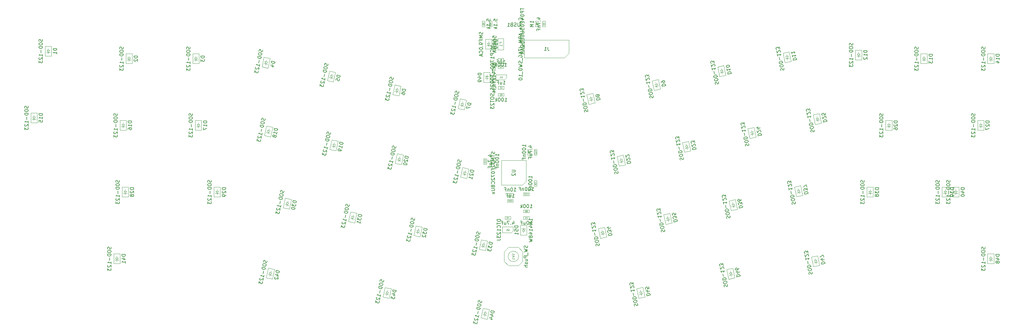
<source format=gbr>
G04 #@! TF.GenerationSoftware,KiCad,Pcbnew,(5.1.4)-1*
G04 #@! TF.CreationDate,2020-05-05T21:14:13+09:00*
G04 #@! TF.ProjectId,Vision,56697369-6f6e-42e6-9b69-6361645f7063,rev?*
G04 #@! TF.SameCoordinates,Original*
G04 #@! TF.FileFunction,Other,Fab,Bot*
%FSLAX46Y46*%
G04 Gerber Fmt 4.6, Leading zero omitted, Abs format (unit mm)*
G04 Created by KiCad (PCBNEW (5.1.4)-1) date 2020-05-05 21:14:13*
%MOMM*%
%LPD*%
G04 APERTURE LIST*
%ADD10C,0.100000*%
%ADD11C,0.150000*%
%ADD12C,0.060000*%
%ADD13C,0.075000*%
%ADD14C,0.090000*%
%ADD15C,0.120000*%
G04 APERTURE END LIST*
D10*
X214400000Y-137200000D02*
X212800000Y-137200000D01*
X214400000Y-138000000D02*
X214400000Y-137200000D01*
X212800000Y-138000000D02*
X214400000Y-138000000D01*
X212800000Y-137200000D02*
X212800000Y-138000000D01*
X201800000Y-89800000D02*
X201800000Y-88200000D01*
X201000000Y-89800000D02*
X201800000Y-89800000D01*
X201000000Y-88200000D02*
X201000000Y-89800000D01*
X201800000Y-88200000D02*
X201000000Y-88200000D01*
X214400000Y-142100000D02*
X212800000Y-142100000D01*
X214400000Y-142900000D02*
X214400000Y-142100000D01*
X212800000Y-142900000D02*
X214400000Y-142900000D01*
X212800000Y-142100000D02*
X212800000Y-142900000D01*
X216200000Y-88200000D02*
X216200000Y-89800000D01*
X217000000Y-88200000D02*
X216200000Y-88200000D01*
X217000000Y-89800000D02*
X217000000Y-88200000D01*
X216200000Y-89800000D02*
X217000000Y-89800000D01*
X203800000Y-89800000D02*
X203800000Y-88200000D01*
X203000000Y-89800000D02*
X203800000Y-89800000D01*
X203000000Y-88200000D02*
X203000000Y-89800000D01*
X203800000Y-88200000D02*
X203000000Y-88200000D01*
X205600000Y-109600000D02*
X207200000Y-109600000D01*
X205600000Y-108800000D02*
X205600000Y-109600000D01*
X207200000Y-108800000D02*
X205600000Y-108800000D01*
X207200000Y-109600000D02*
X207200000Y-108800000D01*
X205535002Y-99650593D02*
X207135002Y-99650593D01*
X205535002Y-98850593D02*
X205535002Y-99650593D01*
X207135002Y-98850593D02*
X205535002Y-98850593D01*
X207135002Y-99650593D02*
X207135002Y-98850593D01*
X212500000Y-134991113D02*
X213500000Y-133991113D01*
X206500000Y-134991113D02*
X212500000Y-134991113D01*
X206500000Y-127991113D02*
X206500000Y-134991113D01*
X213500000Y-127991113D02*
X206500000Y-127991113D01*
X213500000Y-133991113D02*
X213500000Y-127991113D01*
X204880000Y-104900000D02*
X204880000Y-103500000D01*
X207920000Y-103500000D02*
X204880000Y-103500000D01*
X207350000Y-104900000D02*
X207920000Y-104350000D01*
X207920000Y-104350000D02*
X207920000Y-103500000D01*
X207350000Y-104900000D02*
X204900000Y-104900000D01*
X211400000Y-155400000D02*
G75*
G03X211400000Y-155400000I-1500000J0D01*
G01*
X207300000Y-154000000D02*
X207300000Y-156800000D01*
X208500000Y-152800000D02*
X207300000Y-154000000D01*
X211300000Y-152800000D02*
X208500000Y-152800000D01*
X212500000Y-154000000D02*
X211300000Y-152800000D01*
X212500000Y-156800000D02*
X212500000Y-154000000D01*
X211300000Y-158000000D02*
X212500000Y-156800000D01*
X208500000Y-158000000D02*
X211300000Y-158000000D01*
X207300000Y-156800000D02*
X208500000Y-158000000D01*
X209820000Y-146950000D02*
X206780000Y-146950000D01*
X209850000Y-148100000D02*
X209850000Y-146950000D01*
X209850000Y-148100000D02*
X209300000Y-148650000D01*
X206750000Y-148650000D02*
X206750000Y-146950000D01*
X206750000Y-148650000D02*
X209300000Y-148650000D01*
X224475000Y-98670000D02*
X225745000Y-97400000D01*
X213045000Y-98670000D02*
X224475000Y-98670000D01*
X213045000Y-93590000D02*
X213045000Y-98670000D01*
X225745000Y-93590000D02*
X213045000Y-93590000D01*
X225745000Y-97400000D02*
X225745000Y-93590000D01*
X205535002Y-93150593D02*
X205535002Y-96350593D01*
X207135002Y-93150593D02*
X205535002Y-93150593D01*
X207135002Y-96350593D02*
X207135002Y-93150593D01*
X205535002Y-96350593D02*
X207135002Y-96350593D01*
X211900000Y-146500000D02*
X211900000Y-149300000D01*
X211900000Y-149300000D02*
X213700000Y-149300000D01*
X213700000Y-149300000D02*
X213700000Y-146500000D01*
X213700000Y-146500000D02*
X211900000Y-146500000D01*
X212800000Y-147150000D02*
X212800000Y-147550000D01*
X212800000Y-147550000D02*
X212250000Y-147550000D01*
X212800000Y-147550000D02*
X213350000Y-147550000D01*
X212800000Y-147550000D02*
X212400000Y-148150000D01*
X212400000Y-148150000D02*
X213200000Y-148150000D01*
X213200000Y-148150000D02*
X212800000Y-147550000D01*
X212800000Y-148150000D02*
X212800000Y-148650000D01*
X203735002Y-96150593D02*
X203735002Y-93350593D01*
X203735002Y-93350593D02*
X201935002Y-93350593D01*
X201935002Y-93350593D02*
X201935002Y-96150593D01*
X201935002Y-96150593D02*
X203735002Y-96150593D01*
X202835002Y-95500593D02*
X202835002Y-95100593D01*
X202835002Y-95100593D02*
X203385002Y-95100593D01*
X202835002Y-95100593D02*
X202285002Y-95100593D01*
X202835002Y-95100593D02*
X203235002Y-94500593D01*
X203235002Y-94500593D02*
X202435002Y-94500593D01*
X202435002Y-94500593D02*
X202835002Y-95100593D01*
X202835002Y-94500593D02*
X202835002Y-94000593D01*
X201435002Y-102850593D02*
X201435002Y-105650593D01*
X201435002Y-105650593D02*
X203235002Y-105650593D01*
X203235002Y-105650593D02*
X203235002Y-102850593D01*
X203235002Y-102850593D02*
X201435002Y-102850593D01*
X202335002Y-103500593D02*
X202335002Y-103900593D01*
X202335002Y-103900593D02*
X201785002Y-103900593D01*
X202335002Y-103900593D02*
X202885002Y-103900593D01*
X202335002Y-103900593D02*
X201935002Y-104500593D01*
X201935002Y-104500593D02*
X202735002Y-104500593D01*
X202735002Y-104500593D02*
X202335002Y-103900593D01*
X202335002Y-104500593D02*
X202335002Y-105000593D01*
X346864500Y-157440591D02*
X346864500Y-154640591D01*
X346864500Y-154640591D02*
X345064500Y-154640591D01*
X345064500Y-154640591D02*
X345064500Y-157440591D01*
X345064500Y-157440591D02*
X346864500Y-157440591D01*
X345964500Y-156790591D02*
X345964500Y-156390591D01*
X345964500Y-156390591D02*
X346514500Y-156390591D01*
X345964500Y-156390591D02*
X345414500Y-156390591D01*
X345964500Y-156390591D02*
X346364500Y-155790591D01*
X346364500Y-155790591D02*
X345564500Y-155790591D01*
X345564500Y-155790591D02*
X345964500Y-156390591D01*
X345964500Y-155790591D02*
X345964500Y-155290591D01*
X297152532Y-157922849D02*
X296570379Y-155184036D01*
X296570379Y-155184036D02*
X294809714Y-155558277D01*
X294809714Y-155558277D02*
X295391867Y-158297090D01*
X295391867Y-158297090D02*
X297152532Y-157922849D01*
X296137057Y-157474174D02*
X296053892Y-157082915D01*
X296053892Y-157082915D02*
X296591873Y-156968563D01*
X296053892Y-157082915D02*
X295515911Y-157197266D01*
X296053892Y-157082915D02*
X296320404Y-156412861D01*
X296320404Y-156412861D02*
X295537886Y-156579191D01*
X295537886Y-156579191D02*
X296053892Y-157082915D01*
X295929145Y-156496026D02*
X295825189Y-156006952D01*
X273011109Y-161517458D02*
X272428956Y-158778645D01*
X272428956Y-158778645D02*
X270668291Y-159152886D01*
X270668291Y-159152886D02*
X271250444Y-161891699D01*
X271250444Y-161891699D02*
X273011109Y-161517458D01*
X271995634Y-161068783D02*
X271912469Y-160677524D01*
X271912469Y-160677524D02*
X272450450Y-160563172D01*
X271912469Y-160677524D02*
X271374488Y-160791875D01*
X271912469Y-160677524D02*
X272178981Y-160007470D01*
X272178981Y-160007470D02*
X271396463Y-160173800D01*
X271396463Y-160173800D02*
X271912469Y-160677524D01*
X271787722Y-160090635D02*
X271683766Y-159601561D01*
X247389756Y-166963445D02*
X246807603Y-164224632D01*
X246807603Y-164224632D02*
X245046938Y-164598873D01*
X245046938Y-164598873D02*
X245629091Y-167337686D01*
X245629091Y-167337686D02*
X247389756Y-166963445D01*
X246374281Y-166514770D02*
X246291116Y-166123511D01*
X246291116Y-166123511D02*
X246829097Y-166009159D01*
X246291116Y-166123511D02*
X245753135Y-166237862D01*
X246291116Y-166123511D02*
X246557628Y-165453457D01*
X246557628Y-165453457D02*
X245775110Y-165619787D01*
X245775110Y-165619787D02*
X246291116Y-166123511D01*
X246166369Y-165536622D02*
X246062413Y-165047548D01*
X202425665Y-173300908D02*
X203007818Y-170562095D01*
X203007818Y-170562095D02*
X201247153Y-170187854D01*
X201247153Y-170187854D02*
X200665000Y-172926667D01*
X200665000Y-172926667D02*
X202425665Y-173300908D01*
X201680475Y-172477992D02*
X201763640Y-172086733D01*
X201763640Y-172086733D02*
X202301621Y-172201084D01*
X201763640Y-172086733D02*
X201225659Y-171972381D01*
X201763640Y-172086733D02*
X202279646Y-171583009D01*
X202279646Y-171583009D02*
X201497128Y-171416679D01*
X201497128Y-171416679D02*
X201763640Y-172086733D01*
X201888387Y-171499844D02*
X201992343Y-171010770D01*
X174475093Y-167359830D02*
X175057246Y-164621017D01*
X175057246Y-164621017D02*
X173296581Y-164246776D01*
X173296581Y-164246776D02*
X172714428Y-166985589D01*
X172714428Y-166985589D02*
X174475093Y-167359830D01*
X173729903Y-166536914D02*
X173813068Y-166145655D01*
X173813068Y-166145655D02*
X174351049Y-166260006D01*
X173813068Y-166145655D02*
X173275087Y-166031303D01*
X173813068Y-166145655D02*
X174329074Y-165641931D01*
X174329074Y-165641931D02*
X173546556Y-165475601D01*
X173546556Y-165475601D02*
X173813068Y-166145655D01*
X173937815Y-165558766D02*
X174041771Y-165069692D01*
X141236644Y-161831589D02*
X141818797Y-159092776D01*
X141818797Y-159092776D02*
X140058132Y-158718535D01*
X140058132Y-158718535D02*
X139475979Y-161457348D01*
X139475979Y-161457348D02*
X141236644Y-161831589D01*
X140491454Y-161008673D02*
X140574619Y-160617414D01*
X140574619Y-160617414D02*
X141112600Y-160731765D01*
X140574619Y-160617414D02*
X140036638Y-160503062D01*
X140574619Y-160617414D02*
X141090625Y-160113690D01*
X141090625Y-160113690D02*
X140308107Y-159947360D01*
X140308107Y-159947360D02*
X140574619Y-160617414D01*
X140699366Y-160030525D02*
X140803322Y-159541451D01*
X97780001Y-157440592D02*
X97780001Y-154640592D01*
X97780001Y-154640592D02*
X95980001Y-154640592D01*
X95980001Y-154640592D02*
X95980001Y-157440592D01*
X95980001Y-157440592D02*
X97780001Y-157440592D01*
X96880001Y-156790592D02*
X96880001Y-156390592D01*
X96880001Y-156390592D02*
X97430001Y-156390592D01*
X96880001Y-156390592D02*
X96330001Y-156390592D01*
X96880001Y-156390592D02*
X97280001Y-155790592D01*
X97280001Y-155790592D02*
X96480001Y-155790592D01*
X96480001Y-155790592D02*
X96880001Y-156390592D01*
X96880001Y-155790592D02*
X96880001Y-155290592D01*
X336900000Y-138390592D02*
X336900000Y-135590592D01*
X336900000Y-135590592D02*
X335100000Y-135590592D01*
X335100000Y-135590592D02*
X335100000Y-138390592D01*
X335100000Y-138390592D02*
X336900000Y-138390592D01*
X336000000Y-137740592D02*
X336000000Y-137340592D01*
X336000000Y-137340592D02*
X336550000Y-137340592D01*
X336000000Y-137340592D02*
X335450000Y-137340592D01*
X336000000Y-137340592D02*
X336400000Y-136740592D01*
X336400000Y-136740592D02*
X335600000Y-136740592D01*
X335600000Y-136740592D02*
X336000000Y-137340592D01*
X336000000Y-136740592D02*
X336000000Y-136240592D01*
X333876251Y-138390592D02*
X333876251Y-135590592D01*
X333876251Y-135590592D02*
X332076251Y-135590592D01*
X332076251Y-135590592D02*
X332076251Y-138390592D01*
X332076251Y-138390592D02*
X333876251Y-138390592D01*
X332976251Y-137740592D02*
X332976251Y-137340592D01*
X332976251Y-137340592D02*
X333526251Y-137340592D01*
X332976251Y-137340592D02*
X332426251Y-137340592D01*
X332976251Y-137340592D02*
X333376251Y-136740592D01*
X333376251Y-136740592D02*
X332576251Y-136740592D01*
X332576251Y-136740592D02*
X332976251Y-137340592D01*
X332976251Y-136740592D02*
X332976251Y-136240592D01*
X312445001Y-138390592D02*
X312445001Y-135590592D01*
X312445001Y-135590592D02*
X310645001Y-135590592D01*
X310645001Y-135590592D02*
X310645001Y-138390592D01*
X310645001Y-138390592D02*
X312445001Y-138390592D01*
X311545001Y-137740592D02*
X311545001Y-137340592D01*
X311545001Y-137340592D02*
X312095001Y-137340592D01*
X311545001Y-137340592D02*
X310995001Y-137340592D01*
X311545001Y-137340592D02*
X311945001Y-136740592D01*
X311945001Y-136740592D02*
X311145001Y-136740592D01*
X311145001Y-136740592D02*
X311545001Y-137340592D01*
X311545001Y-136740592D02*
X311545001Y-136240592D01*
X292342532Y-137932849D02*
X291760379Y-135194036D01*
X291760379Y-135194036D02*
X289999714Y-135568277D01*
X289999714Y-135568277D02*
X290581867Y-138307090D01*
X290581867Y-138307090D02*
X292342532Y-137932849D01*
X291327057Y-137484174D02*
X291243892Y-137092915D01*
X291243892Y-137092915D02*
X291781873Y-136978563D01*
X291243892Y-137092915D02*
X290705911Y-137207266D01*
X291243892Y-137092915D02*
X291510404Y-136422861D01*
X291510404Y-136422861D02*
X290727886Y-136589191D01*
X290727886Y-136589191D02*
X291243892Y-137092915D01*
X291119145Y-136506026D02*
X291015189Y-136016952D01*
X273708820Y-141893567D02*
X273126667Y-139154754D01*
X273126667Y-139154754D02*
X271366002Y-139528995D01*
X271366002Y-139528995D02*
X271948155Y-142267808D01*
X271948155Y-142267808D02*
X273708820Y-141893567D01*
X272693345Y-141444892D02*
X272610180Y-141053633D01*
X272610180Y-141053633D02*
X273148161Y-140939281D01*
X272610180Y-141053633D02*
X272072199Y-141167984D01*
X272610180Y-141053633D02*
X272876692Y-140383579D01*
X272876692Y-140383579D02*
X272094174Y-140549909D01*
X272094174Y-140549909D02*
X272610180Y-141053633D01*
X272485433Y-140466744D02*
X272381477Y-139977670D01*
X255075108Y-145854285D02*
X254492955Y-143115472D01*
X254492955Y-143115472D02*
X252732290Y-143489713D01*
X252732290Y-143489713D02*
X253314443Y-146228526D01*
X253314443Y-146228526D02*
X255075108Y-145854285D01*
X254059633Y-145405610D02*
X253976468Y-145014351D01*
X253976468Y-145014351D02*
X254514449Y-144899999D01*
X253976468Y-145014351D02*
X253438487Y-145128702D01*
X253976468Y-145014351D02*
X254242980Y-144344297D01*
X254242980Y-144344297D02*
X253460462Y-144510627D01*
X253460462Y-144510627D02*
X253976468Y-145014351D01*
X253851721Y-144427462D02*
X253747765Y-143938388D01*
X236441396Y-149815003D02*
X235859243Y-147076190D01*
X235859243Y-147076190D02*
X234098578Y-147450431D01*
X234098578Y-147450431D02*
X234680731Y-150189244D01*
X234680731Y-150189244D02*
X236441396Y-149815003D01*
X235425921Y-149366328D02*
X235342756Y-148975069D01*
X235342756Y-148975069D02*
X235880737Y-148860717D01*
X235342756Y-148975069D02*
X234804775Y-149089420D01*
X235342756Y-148975069D02*
X235609268Y-148305015D01*
X235609268Y-148305015D02*
X234826750Y-148471345D01*
X234826750Y-148471345D02*
X235342756Y-148975069D01*
X235218009Y-148388180D02*
X235114053Y-147899106D01*
X201947779Y-153723742D02*
X202529932Y-150984929D01*
X202529932Y-150984929D02*
X200769267Y-150610688D01*
X200769267Y-150610688D02*
X200187114Y-153349501D01*
X200187114Y-153349501D02*
X201947779Y-153723742D01*
X201202589Y-152900826D02*
X201285754Y-152509567D01*
X201285754Y-152509567D02*
X201823735Y-152623918D01*
X201285754Y-152509567D02*
X200747773Y-152395215D01*
X201285754Y-152509567D02*
X201801760Y-152005843D01*
X201801760Y-152005843D02*
X201019242Y-151839513D01*
X201019242Y-151839513D02*
X201285754Y-152509567D01*
X201410501Y-151922678D02*
X201514457Y-151433604D01*
X183314067Y-149763024D02*
X183896220Y-147024211D01*
X183896220Y-147024211D02*
X182135555Y-146649970D01*
X182135555Y-146649970D02*
X181553402Y-149388783D01*
X181553402Y-149388783D02*
X183314067Y-149763024D01*
X182568877Y-148940108D02*
X182652042Y-148548849D01*
X182652042Y-148548849D02*
X183190023Y-148663200D01*
X182652042Y-148548849D02*
X182114061Y-148434497D01*
X182652042Y-148548849D02*
X183168048Y-148045125D01*
X183168048Y-148045125D02*
X182385530Y-147878795D01*
X182385530Y-147878795D02*
X182652042Y-148548849D01*
X182776789Y-147961960D02*
X182880745Y-147472886D01*
X164680355Y-145802306D02*
X165262508Y-143063493D01*
X165262508Y-143063493D02*
X163501843Y-142689252D01*
X163501843Y-142689252D02*
X162919690Y-145428065D01*
X162919690Y-145428065D02*
X164680355Y-145802306D01*
X163935165Y-144979390D02*
X164018330Y-144588131D01*
X164018330Y-144588131D02*
X164556311Y-144702482D01*
X164018330Y-144588131D02*
X163480349Y-144473779D01*
X164018330Y-144588131D02*
X164534336Y-144084407D01*
X164534336Y-144084407D02*
X163751818Y-143918077D01*
X163751818Y-143918077D02*
X164018330Y-144588131D01*
X164143077Y-144001242D02*
X164247033Y-143512168D01*
X146046643Y-141841589D02*
X146628796Y-139102776D01*
X146628796Y-139102776D02*
X144868131Y-138728535D01*
X144868131Y-138728535D02*
X144285978Y-141467348D01*
X144285978Y-141467348D02*
X146046643Y-141841589D01*
X145301453Y-141018673D02*
X145384618Y-140627414D01*
X145384618Y-140627414D02*
X145922599Y-140741765D01*
X145384618Y-140627414D02*
X144846637Y-140513062D01*
X145384618Y-140627414D02*
X145900624Y-140123690D01*
X145900624Y-140123690D02*
X145118106Y-139957360D01*
X145118106Y-139957360D02*
X145384618Y-140627414D01*
X145509365Y-140040525D02*
X145613321Y-139551451D01*
X126355000Y-138390592D02*
X126355000Y-135590592D01*
X126355000Y-135590592D02*
X124555000Y-135590592D01*
X124555000Y-135590592D02*
X124555000Y-138390592D01*
X124555000Y-138390592D02*
X126355000Y-138390592D01*
X125455000Y-137740592D02*
X125455000Y-137340592D01*
X125455000Y-137340592D02*
X126005000Y-137340592D01*
X125455000Y-137340592D02*
X124905000Y-137340592D01*
X125455000Y-137340592D02*
X125855000Y-136740592D01*
X125855000Y-136740592D02*
X125055000Y-136740592D01*
X125055000Y-136740592D02*
X125455000Y-137340592D01*
X125455000Y-136740592D02*
X125455000Y-136240592D01*
X100161251Y-138390592D02*
X100161251Y-135590592D01*
X100161251Y-135590592D02*
X98361251Y-135590592D01*
X98361251Y-135590592D02*
X98361251Y-138390592D01*
X98361251Y-138390592D02*
X100161251Y-138390592D01*
X99261251Y-137740592D02*
X99261251Y-137340592D01*
X99261251Y-137340592D02*
X99811251Y-137340592D01*
X99261251Y-137340592D02*
X98711251Y-137340592D01*
X99261251Y-137340592D02*
X99661251Y-136740592D01*
X99661251Y-136740592D02*
X98861251Y-136740592D01*
X98861251Y-136740592D02*
X99261251Y-137340592D01*
X99261251Y-136740592D02*
X99261251Y-136240592D01*
X343998751Y-119340593D02*
X343998751Y-116540593D01*
X343998751Y-116540593D02*
X342198751Y-116540593D01*
X342198751Y-116540593D02*
X342198751Y-119340593D01*
X342198751Y-119340593D02*
X343998751Y-119340593D01*
X343098751Y-118690593D02*
X343098751Y-118290593D01*
X343098751Y-118290593D02*
X343648751Y-118290593D01*
X343098751Y-118290593D02*
X342548751Y-118290593D01*
X343098751Y-118290593D02*
X343498751Y-117690593D01*
X343498751Y-117690593D02*
X342698751Y-117690593D01*
X342698751Y-117690593D02*
X343098751Y-118290593D01*
X343098751Y-117690593D02*
X343098751Y-117190593D01*
X317805001Y-119340593D02*
X317805001Y-116540593D01*
X317805001Y-116540593D02*
X316005001Y-116540593D01*
X316005001Y-116540593D02*
X316005001Y-119340593D01*
X316005001Y-119340593D02*
X317805001Y-119340593D01*
X316905001Y-118690593D02*
X316905001Y-118290593D01*
X316905001Y-118290593D02*
X317455001Y-118290593D01*
X316905001Y-118290593D02*
X316355001Y-118290593D01*
X316905001Y-118290593D02*
X317305001Y-117690593D01*
X317305001Y-117690593D02*
X316505001Y-117690593D01*
X316505001Y-117690593D02*
X316905001Y-118290593D01*
X316905001Y-117690593D02*
X316905001Y-117190593D01*
X297702531Y-117322851D02*
X297120378Y-114584038D01*
X297120378Y-114584038D02*
X295359713Y-114958279D01*
X295359713Y-114958279D02*
X295941866Y-117697092D01*
X295941866Y-117697092D02*
X297702531Y-117322851D01*
X296687056Y-116874176D02*
X296603891Y-116482917D01*
X296603891Y-116482917D02*
X297141872Y-116368565D01*
X296603891Y-116482917D02*
X296065910Y-116597268D01*
X296603891Y-116482917D02*
X296870403Y-115812863D01*
X296870403Y-115812863D02*
X296087885Y-115979193D01*
X296087885Y-115979193D02*
X296603891Y-116482917D01*
X296479144Y-115896028D02*
X296375188Y-115406954D01*
X279068820Y-121283568D02*
X278486667Y-118544755D01*
X278486667Y-118544755D02*
X276726002Y-118918996D01*
X276726002Y-118918996D02*
X277308155Y-121657809D01*
X277308155Y-121657809D02*
X279068820Y-121283568D01*
X278053345Y-120834893D02*
X277970180Y-120443634D01*
X277970180Y-120443634D02*
X278508161Y-120329282D01*
X277970180Y-120443634D02*
X277432199Y-120557985D01*
X277970180Y-120443634D02*
X278236692Y-119773580D01*
X278236692Y-119773580D02*
X277454174Y-119939910D01*
X277454174Y-119939910D02*
X277970180Y-120443634D01*
X277845433Y-119856745D02*
X277741477Y-119367671D01*
X260435108Y-125244286D02*
X259852955Y-122505473D01*
X259852955Y-122505473D02*
X258092290Y-122879714D01*
X258092290Y-122879714D02*
X258674443Y-125618527D01*
X258674443Y-125618527D02*
X260435108Y-125244286D01*
X259419633Y-124795611D02*
X259336468Y-124404352D01*
X259336468Y-124404352D02*
X259874449Y-124290000D01*
X259336468Y-124404352D02*
X258798487Y-124518703D01*
X259336468Y-124404352D02*
X259602980Y-123734298D01*
X259602980Y-123734298D02*
X258820462Y-123900628D01*
X258820462Y-123900628D02*
X259336468Y-124404352D01*
X259211721Y-123817463D02*
X259107765Y-123328389D01*
X241801396Y-129205003D02*
X241219243Y-126466190D01*
X241219243Y-126466190D02*
X239458578Y-126840431D01*
X239458578Y-126840431D02*
X240040731Y-129579244D01*
X240040731Y-129579244D02*
X241801396Y-129205003D01*
X240785921Y-128756328D02*
X240702756Y-128365069D01*
X240702756Y-128365069D02*
X241240737Y-128250717D01*
X240702756Y-128365069D02*
X240164775Y-128479420D01*
X240702756Y-128365069D02*
X240969268Y-127695015D01*
X240969268Y-127695015D02*
X240186750Y-127861345D01*
X240186750Y-127861345D02*
X240702756Y-128365069D01*
X240578009Y-127778180D02*
X240474053Y-127289106D01*
X196597779Y-133113742D02*
X197179932Y-130374929D01*
X197179932Y-130374929D02*
X195419267Y-130000688D01*
X195419267Y-130000688D02*
X194837114Y-132739501D01*
X194837114Y-132739501D02*
X196597779Y-133113742D01*
X195852589Y-132290826D02*
X195935754Y-131899567D01*
X195935754Y-131899567D02*
X196473735Y-132013918D01*
X195935754Y-131899567D02*
X195397773Y-131785215D01*
X195935754Y-131899567D02*
X196451760Y-131395843D01*
X196451760Y-131395843D02*
X195669242Y-131229513D01*
X195669242Y-131229513D02*
X195935754Y-131899567D01*
X196060501Y-131312678D02*
X196164457Y-130823604D01*
X177964067Y-129153025D02*
X178546220Y-126414212D01*
X178546220Y-126414212D02*
X176785555Y-126039971D01*
X176785555Y-126039971D02*
X176203402Y-128778784D01*
X176203402Y-128778784D02*
X177964067Y-129153025D01*
X177218877Y-128330109D02*
X177302042Y-127938850D01*
X177302042Y-127938850D02*
X177840023Y-128053201D01*
X177302042Y-127938850D02*
X176764061Y-127824498D01*
X177302042Y-127938850D02*
X177818048Y-127435126D01*
X177818048Y-127435126D02*
X177035530Y-127268796D01*
X177035530Y-127268796D02*
X177302042Y-127938850D01*
X177426789Y-127351961D02*
X177530745Y-126862887D01*
X159330355Y-125192307D02*
X159912508Y-122453494D01*
X159912508Y-122453494D02*
X158151843Y-122079253D01*
X158151843Y-122079253D02*
X157569690Y-124818066D01*
X157569690Y-124818066D02*
X159330355Y-125192307D01*
X158585165Y-124369391D02*
X158668330Y-123978132D01*
X158668330Y-123978132D02*
X159206311Y-124092483D01*
X158668330Y-123978132D02*
X158130349Y-123863780D01*
X158668330Y-123978132D02*
X159184336Y-123474408D01*
X159184336Y-123474408D02*
X158401818Y-123308078D01*
X158401818Y-123308078D02*
X158668330Y-123978132D01*
X158793077Y-123391243D02*
X158897033Y-122902169D01*
X140696643Y-121231590D02*
X141278796Y-118492777D01*
X141278796Y-118492777D02*
X139518131Y-118118536D01*
X139518131Y-118118536D02*
X138935978Y-120857349D01*
X138935978Y-120857349D02*
X140696643Y-121231590D01*
X139951453Y-120408674D02*
X140034618Y-120017415D01*
X140034618Y-120017415D02*
X140572599Y-120131766D01*
X140034618Y-120017415D02*
X139496637Y-119903063D01*
X140034618Y-120017415D02*
X140550624Y-119513691D01*
X140550624Y-119513691D02*
X139768106Y-119347361D01*
X139768106Y-119347361D02*
X140034618Y-120017415D01*
X140159365Y-119430526D02*
X140263321Y-118941452D01*
X121005001Y-119340593D02*
X121005001Y-116540593D01*
X121005001Y-116540593D02*
X119205001Y-116540593D01*
X119205001Y-116540593D02*
X119205001Y-119340593D01*
X119205001Y-119340593D02*
X121005001Y-119340593D01*
X120105001Y-118690593D02*
X120105001Y-118290593D01*
X120105001Y-118290593D02*
X120655001Y-118290593D01*
X120105001Y-118290593D02*
X119555001Y-118290593D01*
X120105001Y-118290593D02*
X120505001Y-117690593D01*
X120505001Y-117690593D02*
X119705001Y-117690593D01*
X119705001Y-117690593D02*
X120105001Y-118290593D01*
X120105001Y-117690593D02*
X120105001Y-117190593D01*
X99573751Y-119340593D02*
X99573751Y-116540593D01*
X99573751Y-116540593D02*
X97773751Y-116540593D01*
X97773751Y-116540593D02*
X97773751Y-119340593D01*
X97773751Y-119340593D02*
X99573751Y-119340593D01*
X98673751Y-118690593D02*
X98673751Y-118290593D01*
X98673751Y-118290593D02*
X99223751Y-118290593D01*
X98673751Y-118290593D02*
X98123751Y-118290593D01*
X98673751Y-118290593D02*
X99073751Y-117690593D01*
X99073751Y-117690593D02*
X98273751Y-117690593D01*
X98273751Y-117690593D02*
X98673751Y-118290593D01*
X98673751Y-117690593D02*
X98673751Y-117190593D01*
X74165001Y-117200593D02*
X74165001Y-114400593D01*
X74165001Y-114400593D02*
X72365001Y-114400593D01*
X72365001Y-114400593D02*
X72365001Y-117200593D01*
X72365001Y-117200593D02*
X74165001Y-117200593D01*
X73265001Y-116550593D02*
X73265001Y-116150593D01*
X73265001Y-116150593D02*
X73815001Y-116150593D01*
X73265001Y-116150593D02*
X72715001Y-116150593D01*
X73265001Y-116150593D02*
X73665001Y-115550593D01*
X73665001Y-115550593D02*
X72865001Y-115550593D01*
X72865001Y-115550593D02*
X73265001Y-116150593D01*
X73265001Y-115550593D02*
X73265001Y-115050593D01*
X346865001Y-100290593D02*
X346865001Y-97490593D01*
X346865001Y-97490593D02*
X345065001Y-97490593D01*
X345065001Y-97490593D02*
X345065001Y-100290593D01*
X345065001Y-100290593D02*
X346865001Y-100290593D01*
X345965001Y-99640593D02*
X345965001Y-99240593D01*
X345965001Y-99240593D02*
X346515001Y-99240593D01*
X345965001Y-99240593D02*
X345415001Y-99240593D01*
X345965001Y-99240593D02*
X346365001Y-98640593D01*
X346365001Y-98640593D02*
X345565001Y-98640593D01*
X345565001Y-98640593D02*
X345965001Y-99240593D01*
X345965001Y-98640593D02*
X345965001Y-98140593D01*
X327815001Y-100290592D02*
X327815001Y-97490592D01*
X327815001Y-97490592D02*
X326015001Y-97490592D01*
X326015001Y-97490592D02*
X326015001Y-100290592D01*
X326015001Y-100290592D02*
X327815001Y-100290592D01*
X326915001Y-99640592D02*
X326915001Y-99240592D01*
X326915001Y-99240592D02*
X327465001Y-99240592D01*
X326915001Y-99240592D02*
X326365001Y-99240592D01*
X326915001Y-99240592D02*
X327315001Y-98640592D01*
X327315001Y-98640592D02*
X326515001Y-98640592D01*
X326515001Y-98640592D02*
X326915001Y-99240592D01*
X326915001Y-98640592D02*
X326915001Y-98140592D01*
X309185001Y-99230593D02*
X309185001Y-96430593D01*
X309185001Y-96430593D02*
X307385001Y-96430593D01*
X307385001Y-96430593D02*
X307385001Y-99230593D01*
X307385001Y-99230593D02*
X309185001Y-99230593D01*
X308285001Y-98580593D02*
X308285001Y-98180593D01*
X308285001Y-98180593D02*
X308835001Y-98180593D01*
X308285001Y-98180593D02*
X307735001Y-98180593D01*
X308285001Y-98180593D02*
X308685001Y-97580593D01*
X308685001Y-97580593D02*
X307885001Y-97580593D01*
X307885001Y-97580593D02*
X308285001Y-98180593D01*
X308285001Y-97580593D02*
X308285001Y-97080593D01*
X289082532Y-99672851D02*
X288500379Y-96934038D01*
X288500379Y-96934038D02*
X286739714Y-97308279D01*
X286739714Y-97308279D02*
X287321867Y-100047092D01*
X287321867Y-100047092D02*
X289082532Y-99672851D01*
X288067057Y-99224176D02*
X287983892Y-98832917D01*
X287983892Y-98832917D02*
X288521873Y-98718565D01*
X287983892Y-98832917D02*
X287445911Y-98947268D01*
X287983892Y-98832917D02*
X288250404Y-98162863D01*
X288250404Y-98162863D02*
X287467886Y-98329193D01*
X287467886Y-98329193D02*
X287983892Y-98832917D01*
X287859145Y-98246028D02*
X287755189Y-97756954D01*
X270448820Y-103633568D02*
X269866667Y-100894755D01*
X269866667Y-100894755D02*
X268106002Y-101268996D01*
X268106002Y-101268996D02*
X268688155Y-104007809D01*
X268688155Y-104007809D02*
X270448820Y-103633568D01*
X269433345Y-103184893D02*
X269350180Y-102793634D01*
X269350180Y-102793634D02*
X269888161Y-102679282D01*
X269350180Y-102793634D02*
X268812199Y-102907985D01*
X269350180Y-102793634D02*
X269616692Y-102123580D01*
X269616692Y-102123580D02*
X268834174Y-102289910D01*
X268834174Y-102289910D02*
X269350180Y-102793634D01*
X269225433Y-102206745D02*
X269121477Y-101717671D01*
X251815108Y-107594286D02*
X251232955Y-104855473D01*
X251232955Y-104855473D02*
X249472290Y-105229714D01*
X249472290Y-105229714D02*
X250054443Y-107968527D01*
X250054443Y-107968527D02*
X251815108Y-107594286D01*
X250799633Y-107145611D02*
X250716468Y-106754352D01*
X250716468Y-106754352D02*
X251254449Y-106640000D01*
X250716468Y-106754352D02*
X250178487Y-106868703D01*
X250716468Y-106754352D02*
X250982980Y-106084298D01*
X250982980Y-106084298D02*
X250200462Y-106250628D01*
X250200462Y-106250628D02*
X250716468Y-106754352D01*
X250591721Y-106167463D02*
X250487765Y-105678389D01*
X233181396Y-111555004D02*
X232599243Y-108816191D01*
X232599243Y-108816191D02*
X230838578Y-109190432D01*
X230838578Y-109190432D02*
X231420731Y-111929245D01*
X231420731Y-111929245D02*
X233181396Y-111555004D01*
X232165921Y-111106329D02*
X232082756Y-110715070D01*
X232082756Y-110715070D02*
X232620737Y-110600718D01*
X232082756Y-110715070D02*
X231544775Y-110829421D01*
X232082756Y-110715070D02*
X232349268Y-110045016D01*
X232349268Y-110045016D02*
X231566750Y-110211346D01*
X231566750Y-110211346D02*
X232082756Y-110715070D01*
X231958009Y-110128181D02*
X231854053Y-109639107D01*
X195897779Y-113483743D02*
X196479932Y-110744930D01*
X196479932Y-110744930D02*
X194719267Y-110370689D01*
X194719267Y-110370689D02*
X194137114Y-113109502D01*
X194137114Y-113109502D02*
X195897779Y-113483743D01*
X195152589Y-112660827D02*
X195235754Y-112269568D01*
X195235754Y-112269568D02*
X195773735Y-112383919D01*
X195235754Y-112269568D02*
X194697773Y-112155216D01*
X195235754Y-112269568D02*
X195751760Y-111765844D01*
X195751760Y-111765844D02*
X194969242Y-111599514D01*
X194969242Y-111599514D02*
X195235754Y-112269568D01*
X195360501Y-111682679D02*
X195464457Y-111193605D01*
X177264067Y-109523025D02*
X177846220Y-106784212D01*
X177846220Y-106784212D02*
X176085555Y-106409971D01*
X176085555Y-106409971D02*
X175503402Y-109148784D01*
X175503402Y-109148784D02*
X177264067Y-109523025D01*
X176518877Y-108700109D02*
X176602042Y-108308850D01*
X176602042Y-108308850D02*
X177140023Y-108423201D01*
X176602042Y-108308850D02*
X176064061Y-108194498D01*
X176602042Y-108308850D02*
X177118048Y-107805126D01*
X177118048Y-107805126D02*
X176335530Y-107638796D01*
X176335530Y-107638796D02*
X176602042Y-108308850D01*
X176726789Y-107721961D02*
X176830745Y-107232887D01*
X158630355Y-105562307D02*
X159212508Y-102823494D01*
X159212508Y-102823494D02*
X157451843Y-102449253D01*
X157451843Y-102449253D02*
X156869690Y-105188066D01*
X156869690Y-105188066D02*
X158630355Y-105562307D01*
X157885165Y-104739391D02*
X157968330Y-104348132D01*
X157968330Y-104348132D02*
X158506311Y-104462483D01*
X157968330Y-104348132D02*
X157430349Y-104233780D01*
X157968330Y-104348132D02*
X158484336Y-103844408D01*
X158484336Y-103844408D02*
X157701818Y-103678078D01*
X157701818Y-103678078D02*
X157968330Y-104348132D01*
X158093077Y-103761243D02*
X158197033Y-103272169D01*
X139996644Y-101601589D02*
X140578797Y-98862776D01*
X140578797Y-98862776D02*
X138818132Y-98488535D01*
X138818132Y-98488535D02*
X138235979Y-101227348D01*
X138235979Y-101227348D02*
X139996644Y-101601589D01*
X139251454Y-100778673D02*
X139334619Y-100387414D01*
X139334619Y-100387414D02*
X139872600Y-100501765D01*
X139334619Y-100387414D02*
X138796638Y-100273062D01*
X139334619Y-100387414D02*
X139850625Y-99883690D01*
X139850625Y-99883690D02*
X139068107Y-99717360D01*
X139068107Y-99717360D02*
X139334619Y-100387414D01*
X139459366Y-99800525D02*
X139563322Y-99311451D01*
X120305000Y-100290592D02*
X120305000Y-97490592D01*
X120305000Y-97490592D02*
X118505000Y-97490592D01*
X118505000Y-97490592D02*
X118505000Y-100290592D01*
X118505000Y-100290592D02*
X120305000Y-100290592D01*
X119405000Y-99640592D02*
X119405000Y-99240592D01*
X119405000Y-99240592D02*
X119955000Y-99240592D01*
X119405000Y-99240592D02*
X118855000Y-99240592D01*
X119405000Y-99240592D02*
X119805000Y-98640592D01*
X119805000Y-98640592D02*
X119005000Y-98640592D01*
X119005000Y-98640592D02*
X119405000Y-99240592D01*
X119405000Y-98640592D02*
X119405000Y-98140592D01*
X101255001Y-100290593D02*
X101255001Y-97490593D01*
X101255001Y-97490593D02*
X99455001Y-97490593D01*
X99455001Y-97490593D02*
X99455001Y-100290593D01*
X99455001Y-100290593D02*
X101255001Y-100290593D01*
X100355001Y-99640593D02*
X100355001Y-99240593D01*
X100355001Y-99240593D02*
X100905001Y-99240593D01*
X100355001Y-99240593D02*
X99805001Y-99240593D01*
X100355001Y-99240593D02*
X100755001Y-98640593D01*
X100755001Y-98640593D02*
X99955001Y-98640593D01*
X99955001Y-98640593D02*
X100355001Y-99240593D01*
X100355001Y-98640593D02*
X100355001Y-98140593D01*
X78235002Y-98150593D02*
X78235002Y-95350593D01*
X78235002Y-95350593D02*
X76435002Y-95350593D01*
X76435002Y-95350593D02*
X76435002Y-98150593D01*
X76435002Y-98150593D02*
X78235002Y-98150593D01*
X77335002Y-97500593D02*
X77335002Y-97100593D01*
X77335002Y-97100593D02*
X77885002Y-97100593D01*
X77335002Y-97100593D02*
X76785002Y-97100593D01*
X77335002Y-97100593D02*
X77735002Y-96500593D01*
X77735002Y-96500593D02*
X76935002Y-96500593D01*
X76935002Y-96500593D02*
X77335002Y-97100593D01*
X77335002Y-96500593D02*
X77335002Y-96000593D01*
X215800000Y-124800000D02*
X215800000Y-126400000D01*
X216600000Y-124800000D02*
X215800000Y-124800000D01*
X216600000Y-126400000D02*
X216600000Y-124800000D01*
X215800000Y-126400000D02*
X216600000Y-126400000D01*
X202235002Y-129050593D02*
X202235002Y-127450593D01*
X201435002Y-129050593D02*
X202235002Y-129050593D01*
X201435002Y-127450593D02*
X201435002Y-129050593D01*
X202235002Y-127450593D02*
X201435002Y-127450593D01*
X209800000Y-139100000D02*
X208200000Y-139100000D01*
X209800000Y-139900000D02*
X209800000Y-139100000D01*
X208200000Y-139900000D02*
X209800000Y-139900000D01*
X208200000Y-139100000D02*
X208200000Y-139900000D01*
X215800000Y-133750000D02*
X215800000Y-135350000D01*
X216600000Y-133750000D02*
X215800000Y-133750000D01*
X216600000Y-135350000D02*
X216600000Y-133750000D01*
X215800000Y-135350000D02*
X216600000Y-135350000D01*
X214000000Y-124800000D02*
X214000000Y-126400000D01*
X214800000Y-124800000D02*
X214000000Y-124800000D01*
X214800000Y-126400000D02*
X214800000Y-124800000D01*
X214000000Y-126400000D02*
X214800000Y-126400000D01*
X204235002Y-129050593D02*
X204235002Y-127450593D01*
X203435002Y-129050593D02*
X204235002Y-129050593D01*
X203435002Y-127450593D02*
X203435002Y-129050593D01*
X204235002Y-127450593D02*
X203435002Y-127450593D01*
X209800000Y-137350000D02*
X208200000Y-137350000D01*
X209800000Y-138150000D02*
X209800000Y-137350000D01*
X208200000Y-138150000D02*
X209800000Y-138150000D01*
X208200000Y-137350000D02*
X208200000Y-138150000D01*
X207500000Y-144800000D02*
X209100000Y-144800000D01*
X207500000Y-144000000D02*
X207500000Y-144800000D01*
X209100000Y-144000000D02*
X207500000Y-144000000D01*
X209100000Y-144800000D02*
X209100000Y-144000000D01*
X212800000Y-144800000D02*
X214400000Y-144800000D01*
X212800000Y-144000000D02*
X212800000Y-144800000D01*
X214400000Y-144000000D02*
X212800000Y-144000000D01*
X214400000Y-144800000D02*
X214400000Y-144000000D01*
X218200000Y-88200000D02*
X218200000Y-89800000D01*
X219000000Y-88200000D02*
X218200000Y-88200000D01*
X219000000Y-89800000D02*
X219000000Y-88200000D01*
X218200000Y-89800000D02*
X219000000Y-89800000D01*
X207200000Y-106800000D02*
X205600000Y-106800000D01*
X207200000Y-107600000D02*
X207200000Y-106800000D01*
X205600000Y-107600000D02*
X207200000Y-107600000D01*
X205600000Y-106800000D02*
X205600000Y-107600000D01*
X207135002Y-100850593D02*
X205535002Y-100850593D01*
X207135002Y-101650593D02*
X207135002Y-100850593D01*
X205535002Y-101650593D02*
X207135002Y-101650593D01*
X205535002Y-100850593D02*
X205535002Y-101650593D01*
D11*
X215147619Y-136622380D02*
X215719047Y-136622380D01*
X215433333Y-136622380D02*
X215433333Y-135622380D01*
X215528571Y-135765238D01*
X215623809Y-135860476D01*
X215719047Y-135908095D01*
X214528571Y-135622380D02*
X214433333Y-135622380D01*
X214338095Y-135670000D01*
X214290476Y-135717619D01*
X214242857Y-135812857D01*
X214195238Y-136003333D01*
X214195238Y-136241428D01*
X214242857Y-136431904D01*
X214290476Y-136527142D01*
X214338095Y-136574761D01*
X214433333Y-136622380D01*
X214528571Y-136622380D01*
X214623809Y-136574761D01*
X214671428Y-136527142D01*
X214719047Y-136431904D01*
X214766666Y-136241428D01*
X214766666Y-136003333D01*
X214719047Y-135812857D01*
X214671428Y-135717619D01*
X214623809Y-135670000D01*
X214528571Y-135622380D01*
X213576190Y-135622380D02*
X213480952Y-135622380D01*
X213385714Y-135670000D01*
X213338095Y-135717619D01*
X213290476Y-135812857D01*
X213242857Y-136003333D01*
X213242857Y-136241428D01*
X213290476Y-136431904D01*
X213338095Y-136527142D01*
X213385714Y-136574761D01*
X213480952Y-136622380D01*
X213576190Y-136622380D01*
X213671428Y-136574761D01*
X213719047Y-136527142D01*
X213766666Y-136431904D01*
X213814285Y-136241428D01*
X213814285Y-136003333D01*
X213766666Y-135812857D01*
X213719047Y-135717619D01*
X213671428Y-135670000D01*
X213576190Y-135622380D01*
X212814285Y-135955714D02*
X212814285Y-136622380D01*
X212814285Y-136050952D02*
X212766666Y-136003333D01*
X212671428Y-135955714D01*
X212528571Y-135955714D01*
X212433333Y-136003333D01*
X212385714Y-136098571D01*
X212385714Y-136622380D01*
X211576190Y-136098571D02*
X211909523Y-136098571D01*
X211909523Y-136622380D02*
X211909523Y-135622380D01*
X211433333Y-135622380D01*
D12*
X213857142Y-137742857D02*
X213876190Y-137761904D01*
X213933333Y-137780952D01*
X213971428Y-137780952D01*
X214028571Y-137761904D01*
X214066666Y-137723809D01*
X214085714Y-137685714D01*
X214104761Y-137609523D01*
X214104761Y-137552380D01*
X214085714Y-137476190D01*
X214066666Y-137438095D01*
X214028571Y-137400000D01*
X213971428Y-137380952D01*
X213933333Y-137380952D01*
X213876190Y-137400000D01*
X213857142Y-137419047D01*
X213476190Y-137780952D02*
X213704761Y-137780952D01*
X213590476Y-137780952D02*
X213590476Y-137380952D01*
X213628571Y-137438095D01*
X213666666Y-137476190D01*
X213704761Y-137495238D01*
X213342857Y-137380952D02*
X213095238Y-137380952D01*
X213228571Y-137533333D01*
X213171428Y-137533333D01*
X213133333Y-137552380D01*
X213114285Y-137571428D01*
X213095238Y-137609523D01*
X213095238Y-137704761D01*
X213114285Y-137742857D01*
X213133333Y-137761904D01*
X213171428Y-137780952D01*
X213285714Y-137780952D01*
X213323809Y-137761904D01*
X213342857Y-137742857D01*
D11*
X202282380Y-88119047D02*
X202282380Y-87642857D01*
X202758571Y-87595238D01*
X202710952Y-87642857D01*
X202663333Y-87738095D01*
X202663333Y-87976190D01*
X202710952Y-88071428D01*
X202758571Y-88119047D01*
X202853809Y-88166666D01*
X203091904Y-88166666D01*
X203187142Y-88119047D01*
X203234761Y-88071428D01*
X203282380Y-87976190D01*
X203282380Y-87738095D01*
X203234761Y-87642857D01*
X203187142Y-87595238D01*
X203187142Y-88595238D02*
X203234761Y-88642857D01*
X203282380Y-88595238D01*
X203234761Y-88547619D01*
X203187142Y-88595238D01*
X203282380Y-88595238D01*
X203282380Y-89595238D02*
X203282380Y-89023809D01*
X203282380Y-89309523D02*
X202282380Y-89309523D01*
X202425238Y-89214285D01*
X202520476Y-89119047D01*
X202568095Y-89023809D01*
X203282380Y-90023809D02*
X202282380Y-90023809D01*
X202901428Y-90119047D02*
X203282380Y-90404761D01*
X202615714Y-90404761D02*
X202996666Y-90023809D01*
D12*
X201580952Y-88933333D02*
X201390476Y-88800000D01*
X201580952Y-88704761D02*
X201180952Y-88704761D01*
X201180952Y-88857142D01*
X201200000Y-88895238D01*
X201219047Y-88914285D01*
X201257142Y-88933333D01*
X201314285Y-88933333D01*
X201352380Y-88914285D01*
X201371428Y-88895238D01*
X201390476Y-88857142D01*
X201390476Y-88704761D01*
X201180952Y-89295238D02*
X201180952Y-89104761D01*
X201371428Y-89085714D01*
X201352380Y-89104761D01*
X201333333Y-89142857D01*
X201333333Y-89238095D01*
X201352380Y-89276190D01*
X201371428Y-89295238D01*
X201409523Y-89314285D01*
X201504761Y-89314285D01*
X201542857Y-89295238D01*
X201561904Y-89276190D01*
X201580952Y-89238095D01*
X201580952Y-89142857D01*
X201561904Y-89104761D01*
X201542857Y-89085714D01*
D11*
X214671428Y-141522380D02*
X215242857Y-141522380D01*
X214957142Y-141522380D02*
X214957142Y-140522380D01*
X215052380Y-140665238D01*
X215147619Y-140760476D01*
X215242857Y-140808095D01*
X214052380Y-140522380D02*
X213957142Y-140522380D01*
X213861904Y-140570000D01*
X213814285Y-140617619D01*
X213766666Y-140712857D01*
X213719047Y-140903333D01*
X213719047Y-141141428D01*
X213766666Y-141331904D01*
X213814285Y-141427142D01*
X213861904Y-141474761D01*
X213957142Y-141522380D01*
X214052380Y-141522380D01*
X214147619Y-141474761D01*
X214195238Y-141427142D01*
X214242857Y-141331904D01*
X214290476Y-141141428D01*
X214290476Y-140903333D01*
X214242857Y-140712857D01*
X214195238Y-140617619D01*
X214147619Y-140570000D01*
X214052380Y-140522380D01*
X213100000Y-140522380D02*
X213004761Y-140522380D01*
X212909523Y-140570000D01*
X212861904Y-140617619D01*
X212814285Y-140712857D01*
X212766666Y-140903333D01*
X212766666Y-141141428D01*
X212814285Y-141331904D01*
X212861904Y-141427142D01*
X212909523Y-141474761D01*
X213004761Y-141522380D01*
X213100000Y-141522380D01*
X213195238Y-141474761D01*
X213242857Y-141427142D01*
X213290476Y-141331904D01*
X213338095Y-141141428D01*
X213338095Y-140903333D01*
X213290476Y-140712857D01*
X213242857Y-140617619D01*
X213195238Y-140570000D01*
X213100000Y-140522380D01*
X212338095Y-141522380D02*
X212338095Y-140522380D01*
X212242857Y-141141428D02*
X211957142Y-141522380D01*
X211957142Y-140855714D02*
X212338095Y-141236666D01*
D12*
X213666666Y-142680952D02*
X213800000Y-142490476D01*
X213895238Y-142680952D02*
X213895238Y-142280952D01*
X213742857Y-142280952D01*
X213704761Y-142300000D01*
X213685714Y-142319047D01*
X213666666Y-142357142D01*
X213666666Y-142414285D01*
X213685714Y-142452380D01*
X213704761Y-142471428D01*
X213742857Y-142490476D01*
X213895238Y-142490476D01*
X213323809Y-142280952D02*
X213400000Y-142280952D01*
X213438095Y-142300000D01*
X213457142Y-142319047D01*
X213495238Y-142376190D01*
X213514285Y-142452380D01*
X213514285Y-142604761D01*
X213495238Y-142642857D01*
X213476190Y-142661904D01*
X213438095Y-142680952D01*
X213361904Y-142680952D01*
X213323809Y-142661904D01*
X213304761Y-142642857D01*
X213285714Y-142604761D01*
X213285714Y-142509523D01*
X213304761Y-142471428D01*
X213323809Y-142452380D01*
X213361904Y-142433333D01*
X213438095Y-142433333D01*
X213476190Y-142452380D01*
X213495238Y-142471428D01*
X213514285Y-142509523D01*
D11*
X215622380Y-88714285D02*
X215622380Y-88142857D01*
X215622380Y-88428571D02*
X214622380Y-88428571D01*
X214765238Y-88333333D01*
X214860476Y-88238095D01*
X214908095Y-88142857D01*
X215622380Y-89142857D02*
X214622380Y-89142857D01*
X215336666Y-89476190D01*
X214622380Y-89809523D01*
X215622380Y-89809523D01*
D12*
X216780952Y-88933333D02*
X216590476Y-88800000D01*
X216780952Y-88704761D02*
X216380952Y-88704761D01*
X216380952Y-88857142D01*
X216400000Y-88895238D01*
X216419047Y-88914285D01*
X216457142Y-88933333D01*
X216514285Y-88933333D01*
X216552380Y-88914285D01*
X216571428Y-88895238D01*
X216590476Y-88857142D01*
X216590476Y-88704761D01*
X216514285Y-89276190D02*
X216780952Y-89276190D01*
X216361904Y-89180952D02*
X216647619Y-89085714D01*
X216647619Y-89333333D01*
D11*
X204282380Y-88119047D02*
X204282380Y-87642857D01*
X204758571Y-87595238D01*
X204710952Y-87642857D01*
X204663333Y-87738095D01*
X204663333Y-87976190D01*
X204710952Y-88071428D01*
X204758571Y-88119047D01*
X204853809Y-88166666D01*
X205091904Y-88166666D01*
X205187142Y-88119047D01*
X205234761Y-88071428D01*
X205282380Y-87976190D01*
X205282380Y-87738095D01*
X205234761Y-87642857D01*
X205187142Y-87595238D01*
X205187142Y-88595238D02*
X205234761Y-88642857D01*
X205282380Y-88595238D01*
X205234761Y-88547619D01*
X205187142Y-88595238D01*
X205282380Y-88595238D01*
X205282380Y-89595238D02*
X205282380Y-89023809D01*
X205282380Y-89309523D02*
X204282380Y-89309523D01*
X204425238Y-89214285D01*
X204520476Y-89119047D01*
X204568095Y-89023809D01*
X205282380Y-90023809D02*
X204282380Y-90023809D01*
X204901428Y-90119047D02*
X205282380Y-90404761D01*
X204615714Y-90404761D02*
X204996666Y-90023809D01*
D12*
X203580952Y-88933333D02*
X203390476Y-88800000D01*
X203580952Y-88704761D02*
X203180952Y-88704761D01*
X203180952Y-88857142D01*
X203200000Y-88895238D01*
X203219047Y-88914285D01*
X203257142Y-88933333D01*
X203314285Y-88933333D01*
X203352380Y-88914285D01*
X203371428Y-88895238D01*
X203390476Y-88857142D01*
X203390476Y-88704761D01*
X203180952Y-89066666D02*
X203180952Y-89314285D01*
X203333333Y-89180952D01*
X203333333Y-89238095D01*
X203352380Y-89276190D01*
X203371428Y-89295238D01*
X203409523Y-89314285D01*
X203504761Y-89314285D01*
X203542857Y-89295238D01*
X203561904Y-89276190D01*
X203580952Y-89238095D01*
X203580952Y-89123809D01*
X203561904Y-89085714D01*
X203542857Y-89066666D01*
D11*
X207471428Y-111082380D02*
X208042857Y-111082380D01*
X207757142Y-111082380D02*
X207757142Y-110082380D01*
X207852380Y-110225238D01*
X207947619Y-110320476D01*
X208042857Y-110368095D01*
X206852380Y-110082380D02*
X206757142Y-110082380D01*
X206661904Y-110130000D01*
X206614285Y-110177619D01*
X206566666Y-110272857D01*
X206519047Y-110463333D01*
X206519047Y-110701428D01*
X206566666Y-110891904D01*
X206614285Y-110987142D01*
X206661904Y-111034761D01*
X206757142Y-111082380D01*
X206852380Y-111082380D01*
X206947619Y-111034761D01*
X206995238Y-110987142D01*
X207042857Y-110891904D01*
X207090476Y-110701428D01*
X207090476Y-110463333D01*
X207042857Y-110272857D01*
X206995238Y-110177619D01*
X206947619Y-110130000D01*
X206852380Y-110082380D01*
X205900000Y-110082380D02*
X205804761Y-110082380D01*
X205709523Y-110130000D01*
X205661904Y-110177619D01*
X205614285Y-110272857D01*
X205566666Y-110463333D01*
X205566666Y-110701428D01*
X205614285Y-110891904D01*
X205661904Y-110987142D01*
X205709523Y-111034761D01*
X205804761Y-111082380D01*
X205900000Y-111082380D01*
X205995238Y-111034761D01*
X206042857Y-110987142D01*
X206090476Y-110891904D01*
X206138095Y-110701428D01*
X206138095Y-110463333D01*
X206090476Y-110272857D01*
X206042857Y-110177619D01*
X205995238Y-110130000D01*
X205900000Y-110082380D01*
X205138095Y-111082380D02*
X205138095Y-110082380D01*
X205042857Y-110701428D02*
X204757142Y-111082380D01*
X204757142Y-110415714D02*
X205138095Y-110796666D01*
D12*
X206466666Y-109380952D02*
X206600000Y-109190476D01*
X206695238Y-109380952D02*
X206695238Y-108980952D01*
X206542857Y-108980952D01*
X206504761Y-109000000D01*
X206485714Y-109019047D01*
X206466666Y-109057142D01*
X206466666Y-109114285D01*
X206485714Y-109152380D01*
X206504761Y-109171428D01*
X206542857Y-109190476D01*
X206695238Y-109190476D01*
X206314285Y-109019047D02*
X206295238Y-109000000D01*
X206257142Y-108980952D01*
X206161904Y-108980952D01*
X206123809Y-109000000D01*
X206104761Y-109019047D01*
X206085714Y-109057142D01*
X206085714Y-109095238D01*
X206104761Y-109152380D01*
X206333333Y-109380952D01*
X206085714Y-109380952D01*
D11*
X207406430Y-101132973D02*
X207977859Y-101132973D01*
X207692144Y-101132973D02*
X207692144Y-100132973D01*
X207787382Y-100275831D01*
X207882621Y-100371069D01*
X207977859Y-100418688D01*
X206787382Y-100132973D02*
X206692144Y-100132973D01*
X206596906Y-100180593D01*
X206549287Y-100228212D01*
X206501668Y-100323450D01*
X206454049Y-100513926D01*
X206454049Y-100752021D01*
X206501668Y-100942497D01*
X206549287Y-101037735D01*
X206596906Y-101085354D01*
X206692144Y-101132973D01*
X206787382Y-101132973D01*
X206882621Y-101085354D01*
X206930240Y-101037735D01*
X206977859Y-100942497D01*
X207025478Y-100752021D01*
X207025478Y-100513926D01*
X206977859Y-100323450D01*
X206930240Y-100228212D01*
X206882621Y-100180593D01*
X206787382Y-100132973D01*
X205835002Y-100132973D02*
X205739763Y-100132973D01*
X205644525Y-100180593D01*
X205596906Y-100228212D01*
X205549287Y-100323450D01*
X205501668Y-100513926D01*
X205501668Y-100752021D01*
X205549287Y-100942497D01*
X205596906Y-101037735D01*
X205644525Y-101085354D01*
X205739763Y-101132973D01*
X205835002Y-101132973D01*
X205930240Y-101085354D01*
X205977859Y-101037735D01*
X206025478Y-100942497D01*
X206073097Y-100752021D01*
X206073097Y-100513926D01*
X206025478Y-100323450D01*
X205977859Y-100228212D01*
X205930240Y-100180593D01*
X205835002Y-100132973D01*
X205073097Y-101132973D02*
X205073097Y-100132973D01*
X204977859Y-100752021D02*
X204692144Y-101132973D01*
X204692144Y-100466307D02*
X205073097Y-100847259D01*
D12*
X206401668Y-99431545D02*
X206535002Y-99241069D01*
X206630240Y-99431545D02*
X206630240Y-99031545D01*
X206477859Y-99031545D01*
X206439763Y-99050593D01*
X206420716Y-99069640D01*
X206401668Y-99107735D01*
X206401668Y-99164878D01*
X206420716Y-99202973D01*
X206439763Y-99222021D01*
X206477859Y-99241069D01*
X206630240Y-99241069D01*
X206020716Y-99431545D02*
X206249287Y-99431545D01*
X206135002Y-99431545D02*
X206135002Y-99031545D01*
X206173097Y-99088688D01*
X206211192Y-99126783D01*
X206249287Y-99145831D01*
D11*
X211952380Y-84443834D02*
X211952380Y-85015263D01*
X212952380Y-84729549D02*
X211952380Y-84729549D01*
X212952380Y-85348596D02*
X211952380Y-85348596D01*
X211952380Y-85729549D01*
X212000000Y-85824787D01*
X212047619Y-85872406D01*
X212142857Y-85920025D01*
X212285714Y-85920025D01*
X212380952Y-85872406D01*
X212428571Y-85824787D01*
X212476190Y-85729549D01*
X212476190Y-85348596D01*
X212952380Y-86348596D02*
X211952380Y-86348596D01*
X211952380Y-86586692D01*
X212000000Y-86729549D01*
X212095238Y-86824787D01*
X212190476Y-86872406D01*
X212380952Y-86920025D01*
X212523809Y-86920025D01*
X212714285Y-86872406D01*
X212809523Y-86824787D01*
X212904761Y-86729549D01*
X212952380Y-86586692D01*
X212952380Y-86348596D01*
X212285714Y-87777168D02*
X212952380Y-87777168D01*
X211904761Y-87539073D02*
X212619047Y-87300977D01*
X212619047Y-87920025D01*
X212428571Y-88300977D02*
X212428571Y-88634311D01*
X212952380Y-88777168D02*
X212952380Y-88300977D01*
X211952380Y-88300977D01*
X211952380Y-88777168D01*
X211952380Y-89396215D02*
X211952380Y-89491453D01*
X212000000Y-89586692D01*
X212047619Y-89634311D01*
X212142857Y-89681930D01*
X212333333Y-89729549D01*
X212571428Y-89729549D01*
X212761904Y-89681930D01*
X212857142Y-89634311D01*
X212904761Y-89586692D01*
X212952380Y-89491453D01*
X212952380Y-89396215D01*
X212904761Y-89300977D01*
X212857142Y-89253358D01*
X212761904Y-89205739D01*
X212571428Y-89158120D01*
X212333333Y-89158120D01*
X212142857Y-89205739D01*
X212047619Y-89253358D01*
X212000000Y-89300977D01*
X211952380Y-89396215D01*
X211952380Y-90634311D02*
X211952380Y-90158120D01*
X212428571Y-90110501D01*
X212380952Y-90158120D01*
X212333333Y-90253358D01*
X212333333Y-90491453D01*
X212380952Y-90586692D01*
X212428571Y-90634311D01*
X212523809Y-90681930D01*
X212761904Y-90681930D01*
X212857142Y-90634311D01*
X212904761Y-90586692D01*
X212952380Y-90491453D01*
X212952380Y-90253358D01*
X212904761Y-90158120D01*
X212857142Y-90110501D01*
X211952380Y-91110501D02*
X212761904Y-91110501D01*
X212857142Y-91158120D01*
X212904761Y-91205739D01*
X212952380Y-91300977D01*
X212952380Y-91491453D01*
X212904761Y-91586692D01*
X212857142Y-91634311D01*
X212761904Y-91681930D01*
X211952380Y-91681930D01*
X211952380Y-92348596D02*
X211952380Y-92443834D01*
X212000000Y-92539073D01*
X212047619Y-92586692D01*
X212142857Y-92634311D01*
X212333333Y-92681930D01*
X212571428Y-92681930D01*
X212761904Y-92634311D01*
X212857142Y-92586692D01*
X212904761Y-92539073D01*
X212952380Y-92443834D01*
X212952380Y-92348596D01*
X212904761Y-92253358D01*
X212857142Y-92205739D01*
X212761904Y-92158120D01*
X212571428Y-92110501D01*
X212333333Y-92110501D01*
X212142857Y-92158120D01*
X212047619Y-92205739D01*
X212000000Y-92253358D01*
X211952380Y-92348596D01*
X211952380Y-93539073D02*
X211952380Y-93348596D01*
X212000000Y-93253358D01*
X212047619Y-93205739D01*
X212190476Y-93110501D01*
X212380952Y-93062882D01*
X212761904Y-93062882D01*
X212857142Y-93110501D01*
X212904761Y-93158120D01*
X212952380Y-93253358D01*
X212952380Y-93443834D01*
X212904761Y-93539073D01*
X212857142Y-93586692D01*
X212761904Y-93634311D01*
X212523809Y-93634311D01*
X212428571Y-93586692D01*
X212380952Y-93539073D01*
X212333333Y-93443834D01*
X212333333Y-93253358D01*
X212380952Y-93158120D01*
X212428571Y-93110501D01*
X212523809Y-93062882D01*
X212952380Y-94062882D02*
X211952380Y-94062882D01*
X211952380Y-94300977D01*
X212000000Y-94443834D01*
X212095238Y-94539073D01*
X212190476Y-94586692D01*
X212380952Y-94634311D01*
X212523809Y-94634311D01*
X212714285Y-94586692D01*
X212809523Y-94539073D01*
X212904761Y-94443834D01*
X212952380Y-94300977D01*
X212952380Y-94062882D01*
X213047619Y-95729549D02*
X213000000Y-95634311D01*
X212904761Y-95539073D01*
X212761904Y-95396215D01*
X212714285Y-95300977D01*
X212714285Y-95205739D01*
X212952380Y-95253358D02*
X212904761Y-95158120D01*
X212809523Y-95062882D01*
X212619047Y-95015263D01*
X212285714Y-95015263D01*
X212095238Y-95062882D01*
X212000000Y-95158120D01*
X211952380Y-95253358D01*
X211952380Y-95443834D01*
X212000000Y-95539073D01*
X212095238Y-95634311D01*
X212285714Y-95681930D01*
X212619047Y-95681930D01*
X212809523Y-95634311D01*
X212904761Y-95539073D01*
X212952380Y-95443834D01*
X212952380Y-95253358D01*
X212666666Y-96062882D02*
X212666666Y-96539073D01*
X212952380Y-95967644D02*
X211952380Y-96300977D01*
X212952380Y-96634311D01*
X212952380Y-97539073D02*
X212476190Y-97205739D01*
X212952380Y-96967644D02*
X211952380Y-96967644D01*
X211952380Y-97348596D01*
X212000000Y-97443834D01*
X212047619Y-97491453D01*
X212142857Y-97539073D01*
X212285714Y-97539073D01*
X212380952Y-97491453D01*
X212428571Y-97443834D01*
X212476190Y-97348596D01*
X212476190Y-96967644D01*
X204554761Y-125514922D02*
X204602380Y-125657779D01*
X204602380Y-125895874D01*
X204554761Y-125991113D01*
X204507142Y-126038732D01*
X204411904Y-126086351D01*
X204316666Y-126086351D01*
X204221428Y-126038732D01*
X204173809Y-125991113D01*
X204126190Y-125895874D01*
X204078571Y-125705398D01*
X204030952Y-125610160D01*
X203983333Y-125562541D01*
X203888095Y-125514922D01*
X203792857Y-125514922D01*
X203697619Y-125562541D01*
X203650000Y-125610160D01*
X203602380Y-125705398D01*
X203602380Y-125943493D01*
X203650000Y-126086351D01*
X203602380Y-126372065D02*
X203602380Y-126943493D01*
X204602380Y-126657779D02*
X203602380Y-126657779D01*
X204602380Y-127276827D02*
X203602380Y-127276827D01*
X204316666Y-127610160D01*
X203602380Y-127943493D01*
X204602380Y-127943493D01*
X203602380Y-128324446D02*
X203602380Y-128943493D01*
X203983333Y-128610160D01*
X203983333Y-128753017D01*
X204030952Y-128848255D01*
X204078571Y-128895874D01*
X204173809Y-128943493D01*
X204411904Y-128943493D01*
X204507142Y-128895874D01*
X204554761Y-128848255D01*
X204602380Y-128753017D01*
X204602380Y-128467303D01*
X204554761Y-128372065D01*
X204507142Y-128324446D01*
X203697619Y-129324446D02*
X203650000Y-129372065D01*
X203602380Y-129467303D01*
X203602380Y-129705398D01*
X203650000Y-129800636D01*
X203697619Y-129848255D01*
X203792857Y-129895874D01*
X203888095Y-129895874D01*
X204030952Y-129848255D01*
X204602380Y-129276827D01*
X204602380Y-129895874D01*
X204078571Y-130657779D02*
X204078571Y-130324446D01*
X204602380Y-130324446D02*
X203602380Y-130324446D01*
X203602380Y-130800636D01*
X203602380Y-131372065D02*
X203602380Y-131467303D01*
X203650000Y-131562541D01*
X203697619Y-131610160D01*
X203792857Y-131657779D01*
X203983333Y-131705398D01*
X204221428Y-131705398D01*
X204411904Y-131657779D01*
X204507142Y-131610160D01*
X204554761Y-131562541D01*
X204602380Y-131467303D01*
X204602380Y-131372065D01*
X204554761Y-131276827D01*
X204507142Y-131229208D01*
X204411904Y-131181589D01*
X204221428Y-131133970D01*
X203983333Y-131133970D01*
X203792857Y-131181589D01*
X203697619Y-131229208D01*
X203650000Y-131276827D01*
X203602380Y-131372065D01*
X203602380Y-132038732D02*
X203602380Y-132705398D01*
X204602380Y-132276827D01*
X203697619Y-133038732D02*
X203650000Y-133086351D01*
X203602380Y-133181589D01*
X203602380Y-133419684D01*
X203650000Y-133514922D01*
X203697619Y-133562541D01*
X203792857Y-133610160D01*
X203888095Y-133610160D01*
X204030952Y-133562541D01*
X204602380Y-132991113D01*
X204602380Y-133610160D01*
X204507142Y-134610160D02*
X204554761Y-134562541D01*
X204602380Y-134419684D01*
X204602380Y-134324446D01*
X204554761Y-134181589D01*
X204459523Y-134086351D01*
X204364285Y-134038732D01*
X204173809Y-133991113D01*
X204030952Y-133991113D01*
X203840476Y-134038732D01*
X203745238Y-134086351D01*
X203650000Y-134181589D01*
X203602380Y-134324446D01*
X203602380Y-134419684D01*
X203650000Y-134562541D01*
X203697619Y-134610160D01*
X204078571Y-135372065D02*
X204126190Y-135514922D01*
X204173809Y-135562541D01*
X204269047Y-135610160D01*
X204411904Y-135610160D01*
X204507142Y-135562541D01*
X204554761Y-135514922D01*
X204602380Y-135419684D01*
X204602380Y-135038732D01*
X203602380Y-135038732D01*
X203602380Y-135372065D01*
X203650000Y-135467303D01*
X203697619Y-135514922D01*
X203792857Y-135562541D01*
X203888095Y-135562541D01*
X203983333Y-135514922D01*
X204030952Y-135467303D01*
X204078571Y-135372065D01*
X204078571Y-135038732D01*
X203602380Y-136038732D02*
X204411904Y-136038732D01*
X204507142Y-136086351D01*
X204554761Y-136133970D01*
X204602380Y-136229208D01*
X204602380Y-136419684D01*
X204554761Y-136514922D01*
X204507142Y-136562541D01*
X204411904Y-136610160D01*
X203602380Y-136610160D01*
X204602380Y-136991113D02*
X203935714Y-137514922D01*
X203935714Y-136991113D02*
X204602380Y-137514922D01*
X209452380Y-130729208D02*
X210261904Y-130729208D01*
X210357142Y-130776827D01*
X210404761Y-130824446D01*
X210452380Y-130919684D01*
X210452380Y-131110160D01*
X210404761Y-131205398D01*
X210357142Y-131253017D01*
X210261904Y-131300636D01*
X209452380Y-131300636D01*
X209547619Y-131729208D02*
X209500000Y-131776827D01*
X209452380Y-131872065D01*
X209452380Y-132110160D01*
X209500000Y-132205398D01*
X209547619Y-132253017D01*
X209642857Y-132300636D01*
X209738095Y-132300636D01*
X209880952Y-132253017D01*
X210452380Y-131681589D01*
X210452380Y-132300636D01*
X204352380Y-95271428D02*
X203352380Y-95271428D01*
X204066666Y-95604761D01*
X203352380Y-95938095D01*
X204352380Y-95938095D01*
X204257142Y-96985714D02*
X204304761Y-96938095D01*
X204352380Y-96795238D01*
X204352380Y-96700000D01*
X204304761Y-96557142D01*
X204209523Y-96461904D01*
X204114285Y-96414285D01*
X203923809Y-96366666D01*
X203780952Y-96366666D01*
X203590476Y-96414285D01*
X203495238Y-96461904D01*
X203400000Y-96557142D01*
X203352380Y-96700000D01*
X203352380Y-96795238D01*
X203400000Y-96938095D01*
X203447619Y-96985714D01*
X204352380Y-97414285D02*
X203352380Y-97414285D01*
X203352380Y-97795238D01*
X203400000Y-97890476D01*
X203447619Y-97938095D01*
X203542857Y-97985714D01*
X203685714Y-97985714D01*
X203780952Y-97938095D01*
X203828571Y-97890476D01*
X203876190Y-97795238D01*
X203876190Y-97414285D01*
X204352380Y-98938095D02*
X204352380Y-98366666D01*
X204352380Y-98652380D02*
X203352380Y-98652380D01*
X203495238Y-98557142D01*
X203590476Y-98461904D01*
X203638095Y-98366666D01*
X203352380Y-99271428D02*
X203352380Y-99938095D01*
X204352380Y-99509523D01*
X203352380Y-100509523D02*
X203352380Y-100604761D01*
X203400000Y-100700000D01*
X203447619Y-100747619D01*
X203542857Y-100795238D01*
X203733333Y-100842857D01*
X203971428Y-100842857D01*
X204161904Y-100795238D01*
X204257142Y-100747619D01*
X204304761Y-100700000D01*
X204352380Y-100604761D01*
X204352380Y-100509523D01*
X204304761Y-100414285D01*
X204257142Y-100366666D01*
X204161904Y-100319047D01*
X203971428Y-100271428D01*
X203733333Y-100271428D01*
X203542857Y-100319047D01*
X203447619Y-100366666D01*
X203400000Y-100414285D01*
X203352380Y-100509523D01*
X203352380Y-101461904D02*
X203352380Y-101557142D01*
X203400000Y-101652380D01*
X203447619Y-101699999D01*
X203542857Y-101747619D01*
X203733333Y-101795238D01*
X203971428Y-101795238D01*
X204161904Y-101747619D01*
X204257142Y-101699999D01*
X204304761Y-101652380D01*
X204352380Y-101557142D01*
X204352380Y-101461904D01*
X204304761Y-101366666D01*
X204257142Y-101319047D01*
X204161904Y-101271428D01*
X203971428Y-101223809D01*
X203733333Y-101223809D01*
X203542857Y-101271428D01*
X203447619Y-101319047D01*
X203400000Y-101366666D01*
X203352380Y-101461904D01*
X203971428Y-102223809D02*
X203971428Y-102985714D01*
X203352380Y-103366666D02*
X203352380Y-103985714D01*
X203733333Y-103652380D01*
X203733333Y-103795238D01*
X203780952Y-103890476D01*
X203828571Y-103938095D01*
X203923809Y-103985714D01*
X204161904Y-103985714D01*
X204257142Y-103938095D01*
X204304761Y-103890476D01*
X204352380Y-103795238D01*
X204352380Y-103509523D01*
X204304761Y-103414285D01*
X204257142Y-103366666D01*
X203352380Y-104604761D02*
X203352380Y-104699999D01*
X203400000Y-104795238D01*
X203447619Y-104842857D01*
X203542857Y-104890476D01*
X203733333Y-104938095D01*
X203971428Y-104938095D01*
X204161904Y-104890476D01*
X204257142Y-104842857D01*
X204304761Y-104795238D01*
X204352380Y-104699999D01*
X204352380Y-104604761D01*
X204304761Y-104509523D01*
X204257142Y-104461904D01*
X204161904Y-104414285D01*
X203971428Y-104366666D01*
X203733333Y-104366666D01*
X203542857Y-104414285D01*
X203447619Y-104461904D01*
X203400000Y-104509523D01*
X203352380Y-104604761D01*
X203352380Y-105557142D02*
X203352380Y-105652380D01*
X203400000Y-105747619D01*
X203447619Y-105795238D01*
X203542857Y-105842857D01*
X203733333Y-105890476D01*
X203971428Y-105890476D01*
X204161904Y-105842857D01*
X204257142Y-105795238D01*
X204304761Y-105747619D01*
X204352380Y-105652380D01*
X204352380Y-105557142D01*
X204304761Y-105461904D01*
X204257142Y-105414285D01*
X204161904Y-105366666D01*
X203971428Y-105319047D01*
X203733333Y-105319047D01*
X203542857Y-105366666D01*
X203447619Y-105414285D01*
X203400000Y-105461904D01*
X203352380Y-105557142D01*
X203447619Y-106271428D02*
X203400000Y-106319047D01*
X203352380Y-106414285D01*
X203352380Y-106652380D01*
X203400000Y-106747619D01*
X203447619Y-106795238D01*
X203542857Y-106842857D01*
X203638095Y-106842857D01*
X203780952Y-106795238D01*
X204352380Y-106223809D01*
X204352380Y-106842857D01*
X203828571Y-107271428D02*
X203828571Y-107604761D01*
X204352380Y-107747619D02*
X204352380Y-107271428D01*
X203352380Y-107271428D01*
X203352380Y-107747619D01*
X204447619Y-107938095D02*
X204447619Y-108699999D01*
X204304761Y-108890476D02*
X204352380Y-109033333D01*
X204352380Y-109271428D01*
X204304761Y-109366666D01*
X204257142Y-109414285D01*
X204161904Y-109461904D01*
X204066666Y-109461904D01*
X203971428Y-109414285D01*
X203923809Y-109366666D01*
X203876190Y-109271428D01*
X203828571Y-109080952D01*
X203780952Y-108985714D01*
X203733333Y-108938095D01*
X203638095Y-108890476D01*
X203542857Y-108890476D01*
X203447619Y-108938095D01*
X203400000Y-108985714D01*
X203352380Y-109080952D01*
X203352380Y-109319047D01*
X203400000Y-109461904D01*
X203352380Y-110080952D02*
X203352380Y-110271428D01*
X203400000Y-110366666D01*
X203495238Y-110461904D01*
X203685714Y-110509523D01*
X204019047Y-110509523D01*
X204209523Y-110461904D01*
X204304761Y-110366666D01*
X204352380Y-110271428D01*
X204352380Y-110080952D01*
X204304761Y-109985714D01*
X204209523Y-109890476D01*
X204019047Y-109842857D01*
X203685714Y-109842857D01*
X203495238Y-109890476D01*
X203400000Y-109985714D01*
X203352380Y-110080952D01*
X203352380Y-110795238D02*
X203352380Y-111366666D01*
X204352380Y-111080952D02*
X203352380Y-111080952D01*
X203447619Y-111652380D02*
X203400000Y-111699999D01*
X203352380Y-111795238D01*
X203352380Y-112033333D01*
X203400000Y-112128571D01*
X203447619Y-112176190D01*
X203542857Y-112223809D01*
X203638095Y-112223809D01*
X203780952Y-112176190D01*
X204352380Y-111604761D01*
X204352380Y-112223809D01*
X203352380Y-112557142D02*
X203352380Y-113176190D01*
X203733333Y-112842857D01*
X203733333Y-112985714D01*
X203780952Y-113080952D01*
X203828571Y-113128571D01*
X203923809Y-113176190D01*
X204161904Y-113176190D01*
X204257142Y-113128571D01*
X204304761Y-113080952D01*
X204352380Y-112985714D01*
X204352380Y-112699999D01*
X204304761Y-112604761D01*
X204257142Y-112557142D01*
D13*
X206780952Y-103926190D02*
X206780952Y-104330952D01*
X206757142Y-104378571D01*
X206733333Y-104402380D01*
X206685714Y-104426190D01*
X206590476Y-104426190D01*
X206542857Y-104402380D01*
X206519047Y-104378571D01*
X206495238Y-104330952D01*
X206495238Y-103926190D01*
X205995238Y-104426190D02*
X206280952Y-104426190D01*
X206138095Y-104426190D02*
X206138095Y-103926190D01*
X206185714Y-103997619D01*
X206233333Y-104045238D01*
X206280952Y-104069047D01*
D11*
X213904761Y-152352380D02*
X213952380Y-152495238D01*
X213952380Y-152733333D01*
X213904761Y-152828571D01*
X213857142Y-152876190D01*
X213761904Y-152923809D01*
X213666666Y-152923809D01*
X213571428Y-152876190D01*
X213523809Y-152828571D01*
X213476190Y-152733333D01*
X213428571Y-152542857D01*
X213380952Y-152447619D01*
X213333333Y-152400000D01*
X213238095Y-152352380D01*
X213142857Y-152352380D01*
X213047619Y-152400000D01*
X213000000Y-152447619D01*
X212952380Y-152542857D01*
X212952380Y-152780952D01*
X213000000Y-152923809D01*
X212952380Y-153257142D02*
X213952380Y-153495238D01*
X213238095Y-153685714D01*
X213952380Y-153876190D01*
X212952380Y-154114285D01*
X214047619Y-154257142D02*
X214047619Y-155019047D01*
X213952380Y-155257142D02*
X212952380Y-155257142D01*
X212952380Y-155638095D01*
X213000000Y-155733333D01*
X213047619Y-155780952D01*
X213142857Y-155828571D01*
X213285714Y-155828571D01*
X213380952Y-155780952D01*
X213428571Y-155733333D01*
X213476190Y-155638095D01*
X213476190Y-155257142D01*
X213285714Y-156685714D02*
X213952380Y-156685714D01*
X213285714Y-156257142D02*
X213809523Y-156257142D01*
X213904761Y-156304761D01*
X213952380Y-156400000D01*
X213952380Y-156542857D01*
X213904761Y-156638095D01*
X213857142Y-156685714D01*
X213904761Y-157114285D02*
X213952380Y-157209523D01*
X213952380Y-157400000D01*
X213904761Y-157495238D01*
X213809523Y-157542857D01*
X213761904Y-157542857D01*
X213666666Y-157495238D01*
X213619047Y-157400000D01*
X213619047Y-157257142D01*
X213571428Y-157161904D01*
X213476190Y-157114285D01*
X213428571Y-157114285D01*
X213333333Y-157161904D01*
X213285714Y-157257142D01*
X213285714Y-157400000D01*
X213333333Y-157495238D01*
X213952380Y-157971428D02*
X212952380Y-157971428D01*
X213952380Y-158400000D02*
X213428571Y-158400000D01*
X213333333Y-158352380D01*
X213285714Y-158257142D01*
X213285714Y-158114285D01*
X213333333Y-158019047D01*
X213380952Y-157971428D01*
D14*
X210142857Y-154600000D02*
X210171428Y-154685714D01*
X210171428Y-154828571D01*
X210142857Y-154885714D01*
X210114285Y-154914285D01*
X210057142Y-154942857D01*
X210000000Y-154942857D01*
X209942857Y-154914285D01*
X209914285Y-154885714D01*
X209885714Y-154828571D01*
X209857142Y-154714285D01*
X209828571Y-154657142D01*
X209800000Y-154628571D01*
X209742857Y-154600000D01*
X209685714Y-154600000D01*
X209628571Y-154628571D01*
X209600000Y-154657142D01*
X209571428Y-154714285D01*
X209571428Y-154857142D01*
X209600000Y-154942857D01*
X209571428Y-155142857D02*
X210171428Y-155285714D01*
X209742857Y-155400000D01*
X210171428Y-155514285D01*
X209571428Y-155657142D01*
X210171428Y-156200000D02*
X210171428Y-155857142D01*
X210171428Y-156028571D02*
X209571428Y-156028571D01*
X209657142Y-155971428D01*
X209714285Y-155914285D01*
X209742857Y-155857142D01*
D11*
X206252380Y-144847619D02*
X205252380Y-144847619D01*
X205252380Y-145085714D01*
X205300000Y-145228571D01*
X205395238Y-145323809D01*
X205490476Y-145371428D01*
X205680952Y-145419047D01*
X205823809Y-145419047D01*
X206014285Y-145371428D01*
X206109523Y-145323809D01*
X206204761Y-145228571D01*
X206252380Y-145085714D01*
X206252380Y-144847619D01*
X205252380Y-145704761D02*
X205252380Y-146276190D01*
X206252380Y-145990476D02*
X205252380Y-145990476D01*
X206157142Y-147180952D02*
X206204761Y-147133333D01*
X206252380Y-146990476D01*
X206252380Y-146895238D01*
X206204761Y-146752380D01*
X206109523Y-146657142D01*
X206014285Y-146609523D01*
X205823809Y-146561904D01*
X205680952Y-146561904D01*
X205490476Y-146609523D01*
X205395238Y-146657142D01*
X205300000Y-146752380D01*
X205252380Y-146895238D01*
X205252380Y-146990476D01*
X205300000Y-147133333D01*
X205347619Y-147180952D01*
X206252380Y-148133333D02*
X206252380Y-147561904D01*
X206252380Y-147847619D02*
X205252380Y-147847619D01*
X205395238Y-147752380D01*
X205490476Y-147657142D01*
X205538095Y-147561904D01*
X205347619Y-148514285D02*
X205300000Y-148561904D01*
X205252380Y-148657142D01*
X205252380Y-148895238D01*
X205300000Y-148990476D01*
X205347619Y-149038095D01*
X205442857Y-149085714D01*
X205538095Y-149085714D01*
X205680952Y-149038095D01*
X206252380Y-148466666D01*
X206252380Y-149085714D01*
X205252380Y-149419047D02*
X205252380Y-150038095D01*
X205633333Y-149704761D01*
X205633333Y-149847619D01*
X205680952Y-149942857D01*
X205728571Y-149990476D01*
X205823809Y-150038095D01*
X206061904Y-150038095D01*
X206157142Y-149990476D01*
X206204761Y-149942857D01*
X206252380Y-149847619D01*
X206252380Y-149561904D01*
X206204761Y-149466666D01*
X206157142Y-149419047D01*
X205252380Y-150752380D02*
X205966666Y-150752380D01*
X206109523Y-150704761D01*
X206204761Y-150609523D01*
X206252380Y-150466666D01*
X206252380Y-150371428D01*
D13*
X208347619Y-148073809D02*
X208395238Y-148050000D01*
X208442857Y-148002380D01*
X208514285Y-147930952D01*
X208561904Y-147907142D01*
X208609523Y-147907142D01*
X208585714Y-148026190D02*
X208633333Y-148002380D01*
X208680952Y-147954761D01*
X208704761Y-147859523D01*
X208704761Y-147692857D01*
X208680952Y-147597619D01*
X208633333Y-147550000D01*
X208585714Y-147526190D01*
X208490476Y-147526190D01*
X208442857Y-147550000D01*
X208395238Y-147597619D01*
X208371428Y-147692857D01*
X208371428Y-147859523D01*
X208395238Y-147954761D01*
X208442857Y-148002380D01*
X208490476Y-148026190D01*
X208585714Y-148026190D01*
X207895238Y-148026190D02*
X208180952Y-148026190D01*
X208038095Y-148026190D02*
X208038095Y-147526190D01*
X208085714Y-147597619D01*
X208133333Y-147645238D01*
X208180952Y-147669047D01*
D11*
X212342142Y-87868095D02*
X212389761Y-87820476D01*
X212437380Y-87677619D01*
X212437380Y-87582380D01*
X212389761Y-87439523D01*
X212294523Y-87344285D01*
X212199285Y-87296666D01*
X212008809Y-87249047D01*
X211865952Y-87249047D01*
X211675476Y-87296666D01*
X211580238Y-87344285D01*
X211485000Y-87439523D01*
X211437380Y-87582380D01*
X211437380Y-87677619D01*
X211485000Y-87820476D01*
X211532619Y-87868095D01*
X212437380Y-88439523D02*
X212389761Y-88344285D01*
X212342142Y-88296666D01*
X212246904Y-88249047D01*
X211961190Y-88249047D01*
X211865952Y-88296666D01*
X211818333Y-88344285D01*
X211770714Y-88439523D01*
X211770714Y-88582380D01*
X211818333Y-88677619D01*
X211865952Y-88725238D01*
X211961190Y-88772857D01*
X212246904Y-88772857D01*
X212342142Y-88725238D01*
X212389761Y-88677619D01*
X212437380Y-88582380D01*
X212437380Y-88439523D01*
X211770714Y-89201428D02*
X212437380Y-89201428D01*
X211865952Y-89201428D02*
X211818333Y-89249047D01*
X211770714Y-89344285D01*
X211770714Y-89487142D01*
X211818333Y-89582380D01*
X211913571Y-89630000D01*
X212437380Y-89630000D01*
X211770714Y-90106190D02*
X212437380Y-90106190D01*
X211865952Y-90106190D02*
X211818333Y-90153809D01*
X211770714Y-90249047D01*
X211770714Y-90391904D01*
X211818333Y-90487142D01*
X211913571Y-90534761D01*
X212437380Y-90534761D01*
X212532619Y-90772857D02*
X212532619Y-91534761D01*
X212151666Y-91725238D02*
X212151666Y-92201428D01*
X212437380Y-91630000D02*
X211437380Y-91963333D01*
X212437380Y-92296666D01*
X212437380Y-93201428D02*
X211961190Y-92868095D01*
X212437380Y-92630000D02*
X211437380Y-92630000D01*
X211437380Y-93010952D01*
X211485000Y-93106190D01*
X211532619Y-93153809D01*
X211627857Y-93201428D01*
X211770714Y-93201428D01*
X211865952Y-93153809D01*
X211913571Y-93106190D01*
X211961190Y-93010952D01*
X211961190Y-92630000D01*
X212437380Y-93630000D02*
X211437380Y-93630000D01*
X212151666Y-93963333D01*
X211437380Y-94296666D01*
X212437380Y-94296666D01*
X212532619Y-94534761D02*
X212532619Y-95296666D01*
X211437380Y-95820476D02*
X212151666Y-95820476D01*
X212294523Y-95772857D01*
X212389761Y-95677619D01*
X212437380Y-95534761D01*
X212437380Y-95439523D01*
X211437380Y-96153809D02*
X211437380Y-96725238D01*
X212437380Y-96439523D02*
X211437380Y-96439523D01*
X212151666Y-97010952D02*
X212151666Y-97487142D01*
X212437380Y-96915714D02*
X211437380Y-97249047D01*
X212437380Y-97582380D01*
X211485000Y-98439523D02*
X211437380Y-98344285D01*
X211437380Y-98201428D01*
X211485000Y-98058571D01*
X211580238Y-97963333D01*
X211675476Y-97915714D01*
X211865952Y-97868095D01*
X212008809Y-97868095D01*
X212199285Y-97915714D01*
X212294523Y-97963333D01*
X212389761Y-98058571D01*
X212437380Y-98201428D01*
X212437380Y-98296666D01*
X212389761Y-98439523D01*
X212342142Y-98487142D01*
X212008809Y-98487142D01*
X212008809Y-98296666D01*
X212532619Y-98677619D02*
X212532619Y-99439523D01*
X212389761Y-99630000D02*
X212437380Y-99772857D01*
X212437380Y-100010952D01*
X212389761Y-100106190D01*
X212342142Y-100153809D01*
X212246904Y-100201428D01*
X212151666Y-100201428D01*
X212056428Y-100153809D01*
X212008809Y-100106190D01*
X211961190Y-100010952D01*
X211913571Y-99820476D01*
X211865952Y-99725238D01*
X211818333Y-99677619D01*
X211723095Y-99630000D01*
X211627857Y-99630000D01*
X211532619Y-99677619D01*
X211485000Y-99725238D01*
X211437380Y-99820476D01*
X211437380Y-100058571D01*
X211485000Y-100201428D01*
X211437380Y-100534761D02*
X212437380Y-100772857D01*
X211723095Y-100963333D01*
X212437380Y-101153809D01*
X211437380Y-101391904D01*
X212437380Y-101772857D02*
X211437380Y-101772857D01*
X211437380Y-102010952D01*
X211485000Y-102153809D01*
X211580238Y-102249047D01*
X211675476Y-102296666D01*
X211865952Y-102344285D01*
X212008809Y-102344285D01*
X212199285Y-102296666D01*
X212294523Y-102249047D01*
X212389761Y-102153809D01*
X212437380Y-102010952D01*
X212437380Y-101772857D01*
X212532619Y-102534761D02*
X212532619Y-103296666D01*
X212437380Y-104058571D02*
X212437380Y-103487142D01*
X212437380Y-103772857D02*
X211437380Y-103772857D01*
X211580238Y-103677619D01*
X211675476Y-103582380D01*
X211723095Y-103487142D01*
X211437380Y-104677619D02*
X211437380Y-104772857D01*
X211485000Y-104868095D01*
X211532619Y-104915714D01*
X211627857Y-104963333D01*
X211818333Y-105010952D01*
X212056428Y-105010952D01*
X212246904Y-104963333D01*
X212342142Y-104915714D01*
X212389761Y-104868095D01*
X212437380Y-104772857D01*
X212437380Y-104677619D01*
X212389761Y-104582380D01*
X212342142Y-104534761D01*
X212246904Y-104487142D01*
X212056428Y-104439523D01*
X211818333Y-104439523D01*
X211627857Y-104487142D01*
X211532619Y-104534761D01*
X211485000Y-104582380D01*
X211437380Y-104677619D01*
X219728333Y-95582380D02*
X219728333Y-96296666D01*
X219775952Y-96439523D01*
X219871190Y-96534761D01*
X220014047Y-96582380D01*
X220109285Y-96582380D01*
X218728333Y-96582380D02*
X219299761Y-96582380D01*
X219014047Y-96582380D02*
X219014047Y-95582380D01*
X219109285Y-95725238D01*
X219204523Y-95820476D01*
X219299761Y-95868095D01*
X203967382Y-92941069D02*
X203967382Y-92464878D01*
X204443573Y-92417259D01*
X204395954Y-92464878D01*
X204348335Y-92560116D01*
X204348335Y-92798212D01*
X204395954Y-92893450D01*
X204443573Y-92941069D01*
X204538811Y-92988688D01*
X204776906Y-92988688D01*
X204872144Y-92941069D01*
X204919763Y-92893450D01*
X204967382Y-92798212D01*
X204967382Y-92560116D01*
X204919763Y-92464878D01*
X204872144Y-92417259D01*
X203967382Y-93607735D02*
X203967382Y-93702973D01*
X204015002Y-93798212D01*
X204062621Y-93845831D01*
X204157859Y-93893450D01*
X204348335Y-93941069D01*
X204586430Y-93941069D01*
X204776906Y-93893450D01*
X204872144Y-93845831D01*
X204919763Y-93798212D01*
X204967382Y-93702973D01*
X204967382Y-93607735D01*
X204919763Y-93512497D01*
X204872144Y-93464878D01*
X204776906Y-93417259D01*
X204586430Y-93369640D01*
X204348335Y-93369640D01*
X204157859Y-93417259D01*
X204062621Y-93464878D01*
X204015002Y-93512497D01*
X203967382Y-93607735D01*
X203967382Y-94560116D02*
X203967382Y-94655354D01*
X204015002Y-94750593D01*
X204062621Y-94798212D01*
X204157859Y-94845831D01*
X204348335Y-94893450D01*
X204586430Y-94893450D01*
X204776906Y-94845831D01*
X204872144Y-94798212D01*
X204919763Y-94750593D01*
X204967382Y-94655354D01*
X204967382Y-94560116D01*
X204919763Y-94464878D01*
X204872144Y-94417259D01*
X204776906Y-94369640D01*
X204586430Y-94322021D01*
X204348335Y-94322021D01*
X204157859Y-94369640D01*
X204062621Y-94417259D01*
X204015002Y-94464878D01*
X203967382Y-94560116D01*
X204967382Y-95322021D02*
X204300716Y-95322021D01*
X204395954Y-95322021D02*
X204348335Y-95369640D01*
X204300716Y-95464878D01*
X204300716Y-95607735D01*
X204348335Y-95702973D01*
X204443573Y-95750593D01*
X204967382Y-95750593D01*
X204443573Y-95750593D02*
X204348335Y-95798212D01*
X204300716Y-95893450D01*
X204300716Y-96036307D01*
X204348335Y-96131545D01*
X204443573Y-96179164D01*
X204967382Y-96179164D01*
X204681668Y-96607735D02*
X204681668Y-97083926D01*
X204967382Y-96512497D02*
X203967382Y-96845831D01*
X204967382Y-97179164D01*
D15*
X206277859Y-94483926D02*
X206277859Y-94217259D01*
X206696906Y-94217259D02*
X205896906Y-94217259D01*
X205896906Y-94598212D01*
X206696906Y-95322021D02*
X206696906Y-94864878D01*
X206696906Y-95093450D02*
X205896906Y-95093450D01*
X206011192Y-95017259D01*
X206087382Y-94941069D01*
X206125478Y-94864878D01*
D11*
X215352380Y-145185714D02*
X215352380Y-144614285D01*
X215352380Y-144900000D02*
X214352380Y-144900000D01*
X214495238Y-144804761D01*
X214590476Y-144709523D01*
X214638095Y-144614285D01*
X215352380Y-145614285D02*
X214352380Y-145614285D01*
X215352380Y-146185714D01*
X214352380Y-146185714D01*
X214685714Y-147090476D02*
X215352380Y-147090476D01*
X214304761Y-146852380D02*
X215019047Y-146614285D01*
X215019047Y-147233333D01*
X215352380Y-148138095D02*
X215352380Y-147566666D01*
X215352380Y-147852380D02*
X214352380Y-147852380D01*
X214495238Y-147757142D01*
X214590476Y-147661904D01*
X214638095Y-147566666D01*
X214685714Y-148995238D02*
X215352380Y-148995238D01*
X214304761Y-148757142D02*
X215019047Y-148519047D01*
X215019047Y-149138095D01*
X214780952Y-149661904D02*
X214733333Y-149566666D01*
X214685714Y-149519047D01*
X214590476Y-149471428D01*
X214542857Y-149471428D01*
X214447619Y-149519047D01*
X214400000Y-149566666D01*
X214352380Y-149661904D01*
X214352380Y-149852380D01*
X214400000Y-149947619D01*
X214447619Y-149995238D01*
X214542857Y-150042857D01*
X214590476Y-150042857D01*
X214685714Y-149995238D01*
X214733333Y-149947619D01*
X214780952Y-149852380D01*
X214780952Y-149661904D01*
X214828571Y-149566666D01*
X214876190Y-149519047D01*
X214971428Y-149471428D01*
X215161904Y-149471428D01*
X215257142Y-149519047D01*
X215304761Y-149566666D01*
X215352380Y-149661904D01*
X215352380Y-149852380D01*
X215304761Y-149947619D01*
X215257142Y-149995238D01*
X215161904Y-150042857D01*
X214971428Y-150042857D01*
X214876190Y-149995238D01*
X214828571Y-149947619D01*
X214780952Y-149852380D01*
X214352380Y-150376190D02*
X215352380Y-150614285D01*
X214638095Y-150804761D01*
X215352380Y-150995238D01*
X214352380Y-151233333D01*
X211252380Y-146685714D02*
X210252380Y-146685714D01*
X210252380Y-146923809D01*
X210300000Y-147066666D01*
X210395238Y-147161904D01*
X210490476Y-147209523D01*
X210680952Y-147257142D01*
X210823809Y-147257142D01*
X211014285Y-147209523D01*
X211109523Y-147161904D01*
X211204761Y-147066666D01*
X211252380Y-146923809D01*
X211252380Y-146685714D01*
X210252380Y-148161904D02*
X210252380Y-147685714D01*
X210728571Y-147638095D01*
X210680952Y-147685714D01*
X210633333Y-147780952D01*
X210633333Y-148019047D01*
X210680952Y-148114285D01*
X210728571Y-148161904D01*
X210823809Y-148209523D01*
X211061904Y-148209523D01*
X211157142Y-148161904D01*
X211204761Y-148114285D01*
X211252380Y-148019047D01*
X211252380Y-147780952D01*
X211204761Y-147685714D01*
X211157142Y-147638095D01*
X211252380Y-149161904D02*
X211252380Y-148590476D01*
X211252380Y-148876190D02*
X210252380Y-148876190D01*
X210395238Y-148780952D01*
X210490476Y-148685714D01*
X210538095Y-148590476D01*
X201139763Y-91345831D02*
X201187382Y-91488688D01*
X201187382Y-91726783D01*
X201139763Y-91822021D01*
X201092144Y-91869640D01*
X200996906Y-91917259D01*
X200901668Y-91917259D01*
X200806430Y-91869640D01*
X200758811Y-91822021D01*
X200711192Y-91726783D01*
X200663573Y-91536307D01*
X200615954Y-91441069D01*
X200568335Y-91393450D01*
X200473097Y-91345831D01*
X200377859Y-91345831D01*
X200282621Y-91393450D01*
X200235002Y-91441069D01*
X200187382Y-91536307D01*
X200187382Y-91774402D01*
X200235002Y-91917259D01*
X201187382Y-92345831D02*
X200187382Y-92345831D01*
X200901668Y-92679164D01*
X200187382Y-93012497D01*
X201187382Y-93012497D01*
X200663573Y-93822021D02*
X200663573Y-93488688D01*
X201187382Y-93488688D02*
X200187382Y-93488688D01*
X200187382Y-93964878D01*
X201187382Y-94393450D02*
X201187382Y-94583926D01*
X201139763Y-94679164D01*
X201092144Y-94726783D01*
X200949287Y-94822021D01*
X200758811Y-94869640D01*
X200377859Y-94869640D01*
X200282621Y-94822021D01*
X200235002Y-94774402D01*
X200187382Y-94679164D01*
X200187382Y-94488688D01*
X200235002Y-94393450D01*
X200282621Y-94345831D01*
X200377859Y-94298212D01*
X200615954Y-94298212D01*
X200711192Y-94345831D01*
X200758811Y-94393450D01*
X200806430Y-94488688D01*
X200806430Y-94679164D01*
X200758811Y-94774402D01*
X200711192Y-94822021D01*
X200615954Y-94869640D01*
X201092144Y-95298212D02*
X201139763Y-95345831D01*
X201187382Y-95298212D01*
X201139763Y-95250593D01*
X201092144Y-95298212D01*
X201187382Y-95298212D01*
X200187382Y-95964878D02*
X200187382Y-96060116D01*
X200235002Y-96155354D01*
X200282621Y-96202973D01*
X200377859Y-96250593D01*
X200568335Y-96298212D01*
X200806430Y-96298212D01*
X200996906Y-96250593D01*
X201092144Y-96202973D01*
X201139763Y-96155354D01*
X201187382Y-96060116D01*
X201187382Y-95964878D01*
X201139763Y-95869640D01*
X201092144Y-95822021D01*
X200996906Y-95774402D01*
X200806430Y-95726783D01*
X200568335Y-95726783D01*
X200377859Y-95774402D01*
X200282621Y-95822021D01*
X200235002Y-95869640D01*
X200187382Y-95964878D01*
X201092144Y-97298212D02*
X201139763Y-97250593D01*
X201187382Y-97107735D01*
X201187382Y-97012497D01*
X201139763Y-96869640D01*
X201044525Y-96774402D01*
X200949287Y-96726783D01*
X200758811Y-96679164D01*
X200615954Y-96679164D01*
X200425478Y-96726783D01*
X200330240Y-96774402D01*
X200235002Y-96869640D01*
X200187382Y-97012497D01*
X200187382Y-97107735D01*
X200235002Y-97250593D01*
X200282621Y-97298212D01*
X200901668Y-97679164D02*
X200901668Y-98155354D01*
X201187382Y-97583926D02*
X200187382Y-97917259D01*
X201187382Y-98250593D01*
X205287382Y-93536307D02*
X204287382Y-93536307D01*
X204287382Y-93774402D01*
X204335002Y-93917259D01*
X204430240Y-94012497D01*
X204525478Y-94060116D01*
X204715954Y-94107735D01*
X204858811Y-94107735D01*
X205049287Y-94060116D01*
X205144525Y-94012497D01*
X205239763Y-93917259D01*
X205287382Y-93774402D01*
X205287382Y-93536307D01*
X204287382Y-95012497D02*
X204287382Y-94536307D01*
X204763573Y-94488688D01*
X204715954Y-94536307D01*
X204668335Y-94631545D01*
X204668335Y-94869640D01*
X204715954Y-94964878D01*
X204763573Y-95012497D01*
X204858811Y-95060116D01*
X205096906Y-95060116D01*
X205192144Y-95012497D01*
X205239763Y-94964878D01*
X205287382Y-94869640D01*
X205287382Y-94631545D01*
X205239763Y-94536307D01*
X205192144Y-94488688D01*
X204287382Y-95679164D02*
X204287382Y-95774402D01*
X204335002Y-95869640D01*
X204382621Y-95917259D01*
X204477859Y-95964878D01*
X204668335Y-96012497D01*
X204906430Y-96012497D01*
X205096906Y-95964878D01*
X205192144Y-95917259D01*
X205239763Y-95869640D01*
X205287382Y-95774402D01*
X205287382Y-95679164D01*
X205239763Y-95583926D01*
X205192144Y-95536307D01*
X205096906Y-95488688D01*
X204906430Y-95441069D01*
X204668335Y-95441069D01*
X204477859Y-95488688D01*
X204382621Y-95536307D01*
X204335002Y-95583926D01*
X204287382Y-95679164D01*
X204363573Y-100441069D02*
X204411192Y-100583926D01*
X204458811Y-100631545D01*
X204554049Y-100679164D01*
X204696906Y-100679164D01*
X204792144Y-100631545D01*
X204839763Y-100583926D01*
X204887382Y-100488688D01*
X204887382Y-100107735D01*
X203887382Y-100107735D01*
X203887382Y-100441069D01*
X203935002Y-100536307D01*
X203982621Y-100583926D01*
X204077859Y-100631545D01*
X204173097Y-100631545D01*
X204268335Y-100583926D01*
X204315954Y-100536307D01*
X204363573Y-100441069D01*
X204363573Y-100107735D01*
X204601668Y-101060116D02*
X204601668Y-101536307D01*
X204887382Y-100964878D02*
X203887382Y-101298212D01*
X204887382Y-101631545D01*
X203887382Y-101822021D02*
X203887382Y-102393450D01*
X204887382Y-102107735D02*
X203887382Y-102107735D01*
X204220716Y-103155354D02*
X204887382Y-103155354D01*
X203839763Y-102917259D02*
X204554049Y-102679164D01*
X204554049Y-103298212D01*
X204887382Y-104202973D02*
X204887382Y-103631545D01*
X204887382Y-103917259D02*
X203887382Y-103917259D01*
X204030240Y-103822021D01*
X204125478Y-103726783D01*
X204173097Y-103631545D01*
X203887382Y-104536307D02*
X203887382Y-105202973D01*
X204887382Y-104536307D01*
X204887382Y-105202973D01*
X204363573Y-105917259D02*
X204363573Y-105583926D01*
X204887382Y-105583926D02*
X203887382Y-105583926D01*
X203887382Y-106060116D01*
X204887382Y-106441069D02*
X203887382Y-106441069D01*
X204887382Y-107393450D02*
X204887382Y-106917259D01*
X203887382Y-106917259D01*
X204887382Y-107726783D02*
X203887382Y-107726783D01*
X204601668Y-108060116D01*
X203887382Y-108393450D01*
X204887382Y-108393450D01*
X200787382Y-103036307D02*
X199787382Y-103036307D01*
X199787382Y-103274402D01*
X199835002Y-103417259D01*
X199930240Y-103512497D01*
X200025478Y-103560116D01*
X200215954Y-103607735D01*
X200358811Y-103607735D01*
X200549287Y-103560116D01*
X200644525Y-103512497D01*
X200739763Y-103417259D01*
X200787382Y-103274402D01*
X200787382Y-103036307D01*
X200120716Y-104464878D02*
X200787382Y-104464878D01*
X199739763Y-104226783D02*
X200454049Y-103988688D01*
X200454049Y-104607735D01*
X200787382Y-105036307D02*
X200787382Y-105226783D01*
X200739763Y-105322021D01*
X200692144Y-105369640D01*
X200549287Y-105464878D01*
X200358811Y-105512497D01*
X199977859Y-105512497D01*
X199882621Y-105464878D01*
X199835002Y-105417259D01*
X199787382Y-105322021D01*
X199787382Y-105131545D01*
X199835002Y-105036307D01*
X199882621Y-104988688D01*
X199977859Y-104941069D01*
X200215954Y-104941069D01*
X200311192Y-104988688D01*
X200358811Y-105036307D01*
X200406430Y-105131545D01*
X200406430Y-105322021D01*
X200358811Y-105417259D01*
X200311192Y-105464878D01*
X200215954Y-105512497D01*
X344269261Y-152683448D02*
X344316880Y-152826305D01*
X344316880Y-153064400D01*
X344269261Y-153159638D01*
X344221642Y-153207257D01*
X344126404Y-153254876D01*
X344031166Y-153254876D01*
X343935928Y-153207257D01*
X343888309Y-153159638D01*
X343840690Y-153064400D01*
X343793071Y-152873924D01*
X343745452Y-152778686D01*
X343697833Y-152731067D01*
X343602595Y-152683448D01*
X343507357Y-152683448D01*
X343412119Y-152731067D01*
X343364500Y-152778686D01*
X343316880Y-152873924D01*
X343316880Y-153112019D01*
X343364500Y-153254876D01*
X343316880Y-153873924D02*
X343316880Y-154064400D01*
X343364500Y-154159638D01*
X343459738Y-154254876D01*
X343650214Y-154302495D01*
X343983547Y-154302495D01*
X344174023Y-154254876D01*
X344269261Y-154159638D01*
X344316880Y-154064400D01*
X344316880Y-153873924D01*
X344269261Y-153778686D01*
X344174023Y-153683448D01*
X343983547Y-153635829D01*
X343650214Y-153635829D01*
X343459738Y-153683448D01*
X343364500Y-153778686D01*
X343316880Y-153873924D01*
X344316880Y-154731067D02*
X343316880Y-154731067D01*
X343316880Y-154969162D01*
X343364500Y-155112019D01*
X343459738Y-155207257D01*
X343554976Y-155254876D01*
X343745452Y-155302495D01*
X343888309Y-155302495D01*
X344078785Y-155254876D01*
X344174023Y-155207257D01*
X344269261Y-155112019D01*
X344316880Y-154969162D01*
X344316880Y-154731067D01*
X343935928Y-155731067D02*
X343935928Y-156492971D01*
X344316880Y-157492971D02*
X344316880Y-156921543D01*
X344316880Y-157207257D02*
X343316880Y-157207257D01*
X343459738Y-157112019D01*
X343554976Y-157016781D01*
X343602595Y-156921543D01*
X343412119Y-157873924D02*
X343364500Y-157921543D01*
X343316880Y-158016781D01*
X343316880Y-158254876D01*
X343364500Y-158350114D01*
X343412119Y-158397733D01*
X343507357Y-158445352D01*
X343602595Y-158445352D01*
X343745452Y-158397733D01*
X344316880Y-157826305D01*
X344316880Y-158445352D01*
X343316880Y-158778686D02*
X343316880Y-159397733D01*
X343697833Y-159064400D01*
X343697833Y-159207257D01*
X343745452Y-159302495D01*
X343793071Y-159350114D01*
X343888309Y-159397733D01*
X344126404Y-159397733D01*
X344221642Y-159350114D01*
X344269261Y-159302495D01*
X344316880Y-159207257D01*
X344316880Y-158921543D01*
X344269261Y-158826305D01*
X344221642Y-158778686D01*
X348416880Y-154826305D02*
X347416880Y-154826305D01*
X347416880Y-155064400D01*
X347464500Y-155207257D01*
X347559738Y-155302495D01*
X347654976Y-155350114D01*
X347845452Y-155397733D01*
X347988309Y-155397733D01*
X348178785Y-155350114D01*
X348274023Y-155302495D01*
X348369261Y-155207257D01*
X348416880Y-155064400D01*
X348416880Y-154826305D01*
X347750214Y-156254876D02*
X348416880Y-156254876D01*
X347369261Y-156016781D02*
X348083547Y-155778686D01*
X348083547Y-156397733D01*
X347845452Y-156921543D02*
X347797833Y-156826305D01*
X347750214Y-156778686D01*
X347654976Y-156731067D01*
X347607357Y-156731067D01*
X347512119Y-156778686D01*
X347464500Y-156826305D01*
X347416880Y-156921543D01*
X347416880Y-157112019D01*
X347464500Y-157207257D01*
X347512119Y-157254876D01*
X347607357Y-157302495D01*
X347654976Y-157302495D01*
X347750214Y-157254876D01*
X347797833Y-157207257D01*
X347845452Y-157112019D01*
X347845452Y-156921543D01*
X347893071Y-156826305D01*
X347940690Y-156778686D01*
X348035928Y-156731067D01*
X348226404Y-156731067D01*
X348321642Y-156778686D01*
X348369261Y-156826305D01*
X348416880Y-156921543D01*
X348416880Y-157112019D01*
X348369261Y-157207257D01*
X348321642Y-157254876D01*
X348226404Y-157302495D01*
X348035928Y-157302495D01*
X347940690Y-157254876D01*
X347893071Y-157207257D01*
X347845452Y-157112019D01*
X294229085Y-160545113D02*
X294152805Y-160415279D01*
X294103302Y-160182386D01*
X294130079Y-160079329D01*
X294166757Y-160022850D01*
X294250014Y-159956470D01*
X294343170Y-159936669D01*
X294446228Y-159963447D01*
X294502707Y-160000124D01*
X294569087Y-160083381D01*
X294655267Y-160259794D01*
X294721647Y-160343050D01*
X294778126Y-160379728D01*
X294881183Y-160406506D01*
X294974340Y-160386705D01*
X295057597Y-160320325D01*
X295094274Y-160263846D01*
X295121052Y-160160789D01*
X295071549Y-159927896D01*
X294995269Y-159798061D01*
X294913140Y-159182641D02*
X294873538Y-158996327D01*
X294807158Y-158913071D01*
X294694200Y-158839715D01*
X294497986Y-158832739D01*
X294171937Y-158902043D01*
X293995523Y-158988223D01*
X293922168Y-159101181D01*
X293895390Y-159204239D01*
X293934992Y-159390553D01*
X294001372Y-159473809D01*
X294114330Y-159547165D01*
X294310544Y-159554141D01*
X294636594Y-159484837D01*
X294813007Y-159398656D01*
X294886363Y-159285698D01*
X294913140Y-159182641D01*
X293756782Y-158552140D02*
X294734930Y-158344229D01*
X294685427Y-158111336D01*
X294609147Y-157981502D01*
X294496189Y-157908146D01*
X294393132Y-157881368D01*
X294196917Y-157874392D01*
X294057182Y-157904094D01*
X293880769Y-157990275D01*
X293797512Y-158056654D01*
X293724156Y-158169612D01*
X293707280Y-158319248D01*
X293756782Y-158552140D01*
X293921498Y-157494788D02*
X293763090Y-156749533D01*
X293182550Y-155850590D02*
X293301357Y-156409531D01*
X293241954Y-156130061D02*
X294220101Y-155922149D01*
X294100167Y-156045007D01*
X294026811Y-156157966D01*
X294000034Y-156261023D01*
X293988336Y-155289852D02*
X294025014Y-155233373D01*
X294051792Y-155130315D01*
X294002289Y-154897423D01*
X293935909Y-154814166D01*
X293879430Y-154777489D01*
X293776373Y-154750711D01*
X293683216Y-154770512D01*
X293553381Y-154846792D01*
X293113246Y-155524541D01*
X292984539Y-154919021D01*
X293893383Y-154385060D02*
X293764676Y-153779540D01*
X293461352Y-154184794D01*
X293431650Y-154045058D01*
X293365271Y-153961802D01*
X293308791Y-153925124D01*
X293205734Y-153898347D01*
X292972842Y-153947849D01*
X292889585Y-154014229D01*
X292852907Y-154070708D01*
X292826130Y-154173765D01*
X292885533Y-154453236D01*
X292951913Y-154536492D01*
X293008392Y-154573170D01*
X297747386Y-157606545D02*
X298725534Y-157398634D01*
X298676031Y-157165741D01*
X298599751Y-157035907D01*
X298486793Y-156962551D01*
X298383736Y-156935774D01*
X298187521Y-156928797D01*
X298047786Y-156958499D01*
X297871373Y-157044680D01*
X297788116Y-157111059D01*
X297714760Y-157224017D01*
X297697884Y-157373653D01*
X297747386Y-157606545D01*
X298102468Y-156070584D02*
X297450370Y-156209192D01*
X298524598Y-156224272D02*
X297875424Y-156605672D01*
X297746717Y-156000152D01*
X298339412Y-155582074D02*
X298200804Y-154929976D01*
X297311762Y-155557093D01*
X270087662Y-164139722D02*
X270011382Y-164009888D01*
X269961879Y-163776995D01*
X269988656Y-163673938D01*
X270025334Y-163617459D01*
X270108591Y-163551079D01*
X270201747Y-163531278D01*
X270304805Y-163558056D01*
X270361284Y-163594733D01*
X270427664Y-163677990D01*
X270513844Y-163854403D01*
X270580224Y-163937659D01*
X270636703Y-163974337D01*
X270739760Y-164001115D01*
X270832917Y-163981314D01*
X270916174Y-163914934D01*
X270952851Y-163858455D01*
X270979629Y-163755398D01*
X270930126Y-163522505D01*
X270853846Y-163392670D01*
X270771717Y-162777250D02*
X270732115Y-162590936D01*
X270665735Y-162507680D01*
X270552777Y-162434324D01*
X270356563Y-162427348D01*
X270030514Y-162496652D01*
X269854100Y-162582832D01*
X269780745Y-162695790D01*
X269753967Y-162798848D01*
X269793569Y-162985162D01*
X269859949Y-163068418D01*
X269972907Y-163141774D01*
X270169121Y-163148750D01*
X270495171Y-163079446D01*
X270671584Y-162993265D01*
X270744940Y-162880307D01*
X270771717Y-162777250D01*
X269615359Y-162146749D02*
X270593507Y-161938838D01*
X270544004Y-161705945D01*
X270467724Y-161576111D01*
X270354766Y-161502755D01*
X270251709Y-161475977D01*
X270055494Y-161469001D01*
X269915759Y-161498703D01*
X269739346Y-161584884D01*
X269656089Y-161651263D01*
X269582733Y-161764221D01*
X269565857Y-161913857D01*
X269615359Y-162146749D01*
X269780075Y-161089397D02*
X269621667Y-160344142D01*
X269041127Y-159445199D02*
X269159934Y-160004140D01*
X269100531Y-159724670D02*
X270078678Y-159516758D01*
X269958744Y-159639616D01*
X269885388Y-159752575D01*
X269858611Y-159855632D01*
X269846913Y-158884461D02*
X269883591Y-158827982D01*
X269910369Y-158724924D01*
X269860866Y-158492032D01*
X269794486Y-158408775D01*
X269738007Y-158372098D01*
X269634950Y-158345320D01*
X269541793Y-158365121D01*
X269411958Y-158441401D01*
X268971823Y-159119150D01*
X268843116Y-158513630D01*
X269751960Y-157979669D02*
X269623253Y-157374149D01*
X269319929Y-157779403D01*
X269290227Y-157639667D01*
X269223848Y-157556411D01*
X269167368Y-157519733D01*
X269064311Y-157492956D01*
X268831419Y-157542458D01*
X268748162Y-157608838D01*
X268711484Y-157665317D01*
X268684707Y-157768374D01*
X268744110Y-158047845D01*
X268810490Y-158131101D01*
X268866969Y-158167779D01*
X273605963Y-161201154D02*
X274584111Y-160993243D01*
X274534608Y-160760350D01*
X274458328Y-160630516D01*
X274345370Y-160557160D01*
X274242313Y-160530383D01*
X274046098Y-160523406D01*
X273906363Y-160553108D01*
X273729950Y-160639289D01*
X273646693Y-160705668D01*
X273573337Y-160818626D01*
X273556461Y-160968262D01*
X273605963Y-161201154D01*
X273961045Y-159665193D02*
X273308947Y-159803801D01*
X274383175Y-159818881D02*
X273734001Y-160200281D01*
X273605294Y-159594761D01*
X274089083Y-158664320D02*
X274128685Y-158850634D01*
X274101908Y-158953691D01*
X274065230Y-159010170D01*
X273945296Y-159133029D01*
X273768883Y-159219209D01*
X273396255Y-159298414D01*
X273293197Y-159271637D01*
X273236718Y-159234959D01*
X273170339Y-159151702D01*
X273130737Y-158965389D01*
X273157514Y-158862331D01*
X273194192Y-158805852D01*
X273277448Y-158739472D01*
X273510341Y-158689970D01*
X273613398Y-158716747D01*
X273669877Y-158753425D01*
X273736257Y-158836681D01*
X273775859Y-159022995D01*
X273749081Y-159126053D01*
X273712404Y-159182532D01*
X273629147Y-159248911D01*
X244466309Y-169585709D02*
X244390029Y-169455875D01*
X244340526Y-169222982D01*
X244367303Y-169119925D01*
X244403981Y-169063446D01*
X244487238Y-168997066D01*
X244580394Y-168977265D01*
X244683452Y-169004043D01*
X244739931Y-169040720D01*
X244806311Y-169123977D01*
X244892491Y-169300390D01*
X244958871Y-169383646D01*
X245015350Y-169420324D01*
X245118407Y-169447102D01*
X245211564Y-169427301D01*
X245294821Y-169360921D01*
X245331498Y-169304442D01*
X245358276Y-169201385D01*
X245308773Y-168968492D01*
X245232493Y-168838657D01*
X245150364Y-168223237D02*
X245110762Y-168036923D01*
X245044382Y-167953667D01*
X244931424Y-167880311D01*
X244735210Y-167873335D01*
X244409161Y-167942639D01*
X244232747Y-168028819D01*
X244159392Y-168141777D01*
X244132614Y-168244835D01*
X244172216Y-168431149D01*
X244238596Y-168514405D01*
X244351554Y-168587761D01*
X244547768Y-168594737D01*
X244873818Y-168525433D01*
X245050231Y-168439252D01*
X245123587Y-168326294D01*
X245150364Y-168223237D01*
X243994006Y-167592736D02*
X244972154Y-167384825D01*
X244922651Y-167151932D01*
X244846371Y-167022098D01*
X244733413Y-166948742D01*
X244630356Y-166921964D01*
X244434141Y-166914988D01*
X244294406Y-166944690D01*
X244117993Y-167030871D01*
X244034736Y-167097250D01*
X243961380Y-167210208D01*
X243944504Y-167359844D01*
X243994006Y-167592736D01*
X244158722Y-166535384D02*
X244000314Y-165790129D01*
X243419774Y-164891186D02*
X243538581Y-165450127D01*
X243479178Y-165170657D02*
X244457325Y-164962745D01*
X244337391Y-165085603D01*
X244264035Y-165198562D01*
X244237258Y-165301619D01*
X244225560Y-164330448D02*
X244262238Y-164273969D01*
X244289016Y-164170911D01*
X244239513Y-163938019D01*
X244173133Y-163854762D01*
X244116654Y-163818085D01*
X244013597Y-163791307D01*
X243920440Y-163811108D01*
X243790605Y-163887388D01*
X243350470Y-164565137D01*
X243221763Y-163959617D01*
X244130607Y-163425656D02*
X244001900Y-162820136D01*
X243698576Y-163225390D01*
X243668874Y-163085654D01*
X243602495Y-163002398D01*
X243546015Y-162965720D01*
X243442958Y-162938943D01*
X243210066Y-162988445D01*
X243126809Y-163054825D01*
X243090131Y-163111304D01*
X243063354Y-163214361D01*
X243122757Y-163493832D01*
X243189137Y-163577088D01*
X243245616Y-163613766D01*
X247984610Y-166647141D02*
X248962758Y-166439230D01*
X248913255Y-166206337D01*
X248836975Y-166076503D01*
X248724017Y-166003147D01*
X248620960Y-165976370D01*
X248424745Y-165969393D01*
X248285010Y-165999095D01*
X248108597Y-166085276D01*
X248025340Y-166151655D01*
X247951984Y-166264613D01*
X247935108Y-166414249D01*
X247984610Y-166647141D01*
X248339692Y-165111180D02*
X247687594Y-165249788D01*
X248761822Y-165264868D02*
X248112648Y-165646268D01*
X247983941Y-165040748D01*
X248457830Y-164063728D02*
X248556835Y-164529513D01*
X248100951Y-164675097D01*
X248137629Y-164618618D01*
X248164406Y-164515561D01*
X248114904Y-164282668D01*
X248048524Y-164199412D01*
X247992045Y-164162734D01*
X247888988Y-164135957D01*
X247656095Y-164185459D01*
X247572839Y-164251839D01*
X247536161Y-164308318D01*
X247509384Y-164411376D01*
X247558886Y-164644268D01*
X247625266Y-164727524D01*
X247681745Y-164764202D01*
X200876205Y-168108139D02*
X200893081Y-168257775D01*
X200843579Y-168490667D01*
X200777199Y-168573924D01*
X200720720Y-168610601D01*
X200617663Y-168637379D01*
X200524506Y-168617578D01*
X200441249Y-168551198D01*
X200404571Y-168494719D01*
X200377794Y-168391662D01*
X200370818Y-168195447D01*
X200344040Y-168092390D01*
X200307363Y-168035911D01*
X200224106Y-167969531D01*
X200130949Y-167949730D01*
X200027892Y-167976507D01*
X199971413Y-168013185D01*
X199905033Y-168096442D01*
X199855530Y-168329334D01*
X199872407Y-168478970D01*
X199697122Y-169074589D02*
X199657519Y-169260903D01*
X199684297Y-169363961D01*
X199757652Y-169476919D01*
X199934066Y-169563099D01*
X200260115Y-169632403D01*
X200456329Y-169625427D01*
X200569287Y-169552071D01*
X200635667Y-169468815D01*
X200675269Y-169282501D01*
X200648492Y-169179444D01*
X200575136Y-169066485D01*
X200398723Y-168980305D01*
X200072674Y-168911001D01*
X199876459Y-168917977D01*
X199763501Y-168991333D01*
X199697122Y-169074589D01*
X200497059Y-170120913D02*
X199518912Y-169913002D01*
X199469409Y-170145894D01*
X199486286Y-170295530D01*
X199559641Y-170408488D01*
X199642898Y-170474867D01*
X199819311Y-170561048D01*
X199959046Y-170590750D01*
X200155261Y-170583773D01*
X200258318Y-170556996D01*
X200371276Y-170483640D01*
X200447556Y-170353806D01*
X200497059Y-170120913D01*
X199916520Y-171019856D02*
X199758111Y-171765112D01*
X199922827Y-172822464D02*
X200041634Y-172263522D01*
X199982230Y-172542993D02*
X199004083Y-172335081D01*
X199163619Y-172271626D01*
X199276577Y-172198270D01*
X199342957Y-172115014D01*
X198958632Y-173006981D02*
X198902153Y-173043659D01*
X198835773Y-173126915D01*
X198786270Y-173359807D01*
X198813048Y-173462865D01*
X198849726Y-173519344D01*
X198932982Y-173585723D01*
X199026139Y-173605525D01*
X199175775Y-173588648D01*
X199853523Y-173148513D01*
X199724816Y-173754033D01*
X198677364Y-173872170D02*
X198548657Y-174477690D01*
X198990589Y-174230846D01*
X198960887Y-174370581D01*
X198987664Y-174473638D01*
X199024342Y-174530117D01*
X199107598Y-174596497D01*
X199340491Y-174646000D01*
X199443548Y-174619222D01*
X199500027Y-174582545D01*
X199566407Y-174499288D01*
X199625810Y-174219817D01*
X199599033Y-174116760D01*
X199562355Y-174060281D01*
X204487663Y-171066508D02*
X203509515Y-170858596D01*
X203460013Y-171091489D01*
X203476889Y-171241125D01*
X203550245Y-171354083D01*
X203633502Y-171420462D01*
X203809915Y-171506643D01*
X203949650Y-171536345D01*
X204145865Y-171529368D01*
X204248922Y-171502591D01*
X204361880Y-171429235D01*
X204438160Y-171299400D01*
X204487663Y-171066508D01*
X203538548Y-172325254D02*
X204190646Y-172463862D01*
X203215423Y-172013157D02*
X203963603Y-171928773D01*
X203834895Y-172534293D01*
X203340537Y-173256823D02*
X203992635Y-173395431D01*
X203017412Y-172944726D02*
X203765592Y-172860343D01*
X203636884Y-173465862D01*
X172925633Y-162167061D02*
X172942509Y-162316697D01*
X172893007Y-162549589D01*
X172826627Y-162632846D01*
X172770148Y-162669523D01*
X172667091Y-162696301D01*
X172573934Y-162676500D01*
X172490677Y-162610120D01*
X172453999Y-162553641D01*
X172427222Y-162450584D01*
X172420246Y-162254369D01*
X172393468Y-162151312D01*
X172356791Y-162094833D01*
X172273534Y-162028453D01*
X172180377Y-162008652D01*
X172077320Y-162035429D01*
X172020841Y-162072107D01*
X171954461Y-162155364D01*
X171904958Y-162388256D01*
X171921835Y-162537892D01*
X171746550Y-163133511D02*
X171706947Y-163319825D01*
X171733725Y-163422883D01*
X171807080Y-163535841D01*
X171983494Y-163622021D01*
X172309543Y-163691325D01*
X172505757Y-163684349D01*
X172618715Y-163610993D01*
X172685095Y-163527737D01*
X172724697Y-163341423D01*
X172697920Y-163238366D01*
X172624564Y-163125407D01*
X172448151Y-163039227D01*
X172122102Y-162969923D01*
X171925887Y-162976899D01*
X171812929Y-163050255D01*
X171746550Y-163133511D01*
X172546487Y-164179835D02*
X171568340Y-163971924D01*
X171518837Y-164204816D01*
X171535714Y-164354452D01*
X171609069Y-164467410D01*
X171692326Y-164533789D01*
X171868739Y-164619970D01*
X172008474Y-164649672D01*
X172204689Y-164642695D01*
X172307746Y-164615918D01*
X172420704Y-164542562D01*
X172496984Y-164412728D01*
X172546487Y-164179835D01*
X171965948Y-165078778D02*
X171807539Y-165824034D01*
X171972255Y-166881386D02*
X172091062Y-166322444D01*
X172031658Y-166601915D02*
X171053511Y-166394003D01*
X171213047Y-166330548D01*
X171326005Y-166257192D01*
X171392385Y-166173936D01*
X171008060Y-167065903D02*
X170951581Y-167102581D01*
X170885201Y-167185837D01*
X170835698Y-167418729D01*
X170862476Y-167521787D01*
X170899154Y-167578266D01*
X170982410Y-167644645D01*
X171075567Y-167664447D01*
X171225203Y-167647570D01*
X171902951Y-167207435D01*
X171774244Y-167812955D01*
X170726792Y-167931092D02*
X170598085Y-168536612D01*
X171040017Y-168289768D01*
X171010315Y-168429503D01*
X171037092Y-168532560D01*
X171073770Y-168589039D01*
X171157026Y-168655419D01*
X171389919Y-168704922D01*
X171492976Y-168678144D01*
X171549455Y-168641467D01*
X171615835Y-168558210D01*
X171675238Y-168278739D01*
X171648461Y-168175682D01*
X171611783Y-168119203D01*
X176537091Y-165125430D02*
X175558943Y-164917518D01*
X175509441Y-165150411D01*
X175526317Y-165300047D01*
X175599673Y-165413005D01*
X175682930Y-165479384D01*
X175859343Y-165565565D01*
X175999078Y-165595267D01*
X176195293Y-165588290D01*
X176298350Y-165561513D01*
X176411308Y-165488157D01*
X176487588Y-165358322D01*
X176537091Y-165125430D01*
X175587976Y-166384176D02*
X176240074Y-166522784D01*
X175264851Y-166072079D02*
X176013031Y-165987695D01*
X175884323Y-166593215D01*
X175172822Y-166734078D02*
X175044114Y-167339598D01*
X175486046Y-167092753D01*
X175456344Y-167232489D01*
X175483122Y-167335546D01*
X175519800Y-167392025D01*
X175603056Y-167458405D01*
X175835948Y-167507908D01*
X175939006Y-167481130D01*
X175995485Y-167444452D01*
X176061864Y-167361196D01*
X176121268Y-167081725D01*
X176094490Y-166978668D01*
X176057812Y-166922189D01*
X139687184Y-156638820D02*
X139704060Y-156788456D01*
X139654558Y-157021348D01*
X139588178Y-157104605D01*
X139531699Y-157141282D01*
X139428642Y-157168060D01*
X139335485Y-157148259D01*
X139252228Y-157081879D01*
X139215550Y-157025400D01*
X139188773Y-156922343D01*
X139181797Y-156726128D01*
X139155019Y-156623071D01*
X139118342Y-156566592D01*
X139035085Y-156500212D01*
X138941928Y-156480411D01*
X138838871Y-156507188D01*
X138782392Y-156543866D01*
X138716012Y-156627123D01*
X138666509Y-156860015D01*
X138683386Y-157009651D01*
X138508101Y-157605270D02*
X138468498Y-157791584D01*
X138495276Y-157894642D01*
X138568631Y-158007600D01*
X138745045Y-158093780D01*
X139071094Y-158163084D01*
X139267308Y-158156108D01*
X139380266Y-158082752D01*
X139446646Y-157999496D01*
X139486248Y-157813182D01*
X139459471Y-157710125D01*
X139386115Y-157597166D01*
X139209702Y-157510986D01*
X138883653Y-157441682D01*
X138687438Y-157448658D01*
X138574480Y-157522014D01*
X138508101Y-157605270D01*
X139308038Y-158651594D02*
X138329891Y-158443683D01*
X138280388Y-158676575D01*
X138297265Y-158826211D01*
X138370620Y-158939169D01*
X138453877Y-159005548D01*
X138630290Y-159091729D01*
X138770025Y-159121431D01*
X138966240Y-159114454D01*
X139069297Y-159087677D01*
X139182255Y-159014321D01*
X139258535Y-158884487D01*
X139308038Y-158651594D01*
X138727499Y-159550537D02*
X138569090Y-160295793D01*
X138733806Y-161353145D02*
X138852613Y-160794203D01*
X138793209Y-161073674D02*
X137815062Y-160865762D01*
X137974598Y-160802307D01*
X138087556Y-160728951D01*
X138153936Y-160645695D01*
X137769611Y-161537662D02*
X137713132Y-161574340D01*
X137646752Y-161657596D01*
X137597249Y-161890488D01*
X137624027Y-161993546D01*
X137660705Y-162050025D01*
X137743961Y-162116404D01*
X137837118Y-162136206D01*
X137986754Y-162119329D01*
X138664502Y-161679194D01*
X138535795Y-162284714D01*
X137488343Y-162402851D02*
X137359636Y-163008371D01*
X137801568Y-162761527D01*
X137771866Y-162901262D01*
X137798643Y-163004319D01*
X137835321Y-163060798D01*
X137918577Y-163127178D01*
X138151470Y-163176681D01*
X138254527Y-163149903D01*
X138311006Y-163113226D01*
X138377386Y-163029969D01*
X138436789Y-162750498D01*
X138410012Y-162647441D01*
X138373334Y-162590962D01*
X143298642Y-159597189D02*
X142320494Y-159389277D01*
X142270992Y-159622170D01*
X142287868Y-159771806D01*
X142361224Y-159884764D01*
X142444481Y-159951143D01*
X142620894Y-160037324D01*
X142760629Y-160067026D01*
X142956844Y-160060049D01*
X143059901Y-160033272D01*
X143172859Y-159959916D01*
X143249139Y-159830081D01*
X143298642Y-159597189D01*
X142349527Y-160855935D02*
X143001625Y-160994543D01*
X142026402Y-160543838D02*
X142774582Y-160459454D01*
X142645874Y-161064974D01*
X142017629Y-161272217D02*
X141961150Y-161308895D01*
X141894771Y-161392151D01*
X141845268Y-161625043D01*
X141872045Y-161728101D01*
X141908723Y-161784580D01*
X141991979Y-161850959D01*
X142085136Y-161870761D01*
X142234772Y-161853884D01*
X142912520Y-161413749D01*
X142783813Y-162019269D01*
X95184762Y-152683449D02*
X95232381Y-152826306D01*
X95232381Y-153064401D01*
X95184762Y-153159639D01*
X95137143Y-153207258D01*
X95041905Y-153254877D01*
X94946667Y-153254877D01*
X94851429Y-153207258D01*
X94803810Y-153159639D01*
X94756191Y-153064401D01*
X94708572Y-152873925D01*
X94660953Y-152778687D01*
X94613334Y-152731068D01*
X94518096Y-152683449D01*
X94422858Y-152683449D01*
X94327620Y-152731068D01*
X94280001Y-152778687D01*
X94232381Y-152873925D01*
X94232381Y-153112020D01*
X94280001Y-153254877D01*
X94232381Y-153873925D02*
X94232381Y-154064401D01*
X94280001Y-154159639D01*
X94375239Y-154254877D01*
X94565715Y-154302496D01*
X94899048Y-154302496D01*
X95089524Y-154254877D01*
X95184762Y-154159639D01*
X95232381Y-154064401D01*
X95232381Y-153873925D01*
X95184762Y-153778687D01*
X95089524Y-153683449D01*
X94899048Y-153635830D01*
X94565715Y-153635830D01*
X94375239Y-153683449D01*
X94280001Y-153778687D01*
X94232381Y-153873925D01*
X95232381Y-154731068D02*
X94232381Y-154731068D01*
X94232381Y-154969163D01*
X94280001Y-155112020D01*
X94375239Y-155207258D01*
X94470477Y-155254877D01*
X94660953Y-155302496D01*
X94803810Y-155302496D01*
X94994286Y-155254877D01*
X95089524Y-155207258D01*
X95184762Y-155112020D01*
X95232381Y-154969163D01*
X95232381Y-154731068D01*
X94851429Y-155731068D02*
X94851429Y-156492972D01*
X95232381Y-157492972D02*
X95232381Y-156921544D01*
X95232381Y-157207258D02*
X94232381Y-157207258D01*
X94375239Y-157112020D01*
X94470477Y-157016782D01*
X94518096Y-156921544D01*
X94327620Y-157873925D02*
X94280001Y-157921544D01*
X94232381Y-158016782D01*
X94232381Y-158254877D01*
X94280001Y-158350115D01*
X94327620Y-158397734D01*
X94422858Y-158445353D01*
X94518096Y-158445353D01*
X94660953Y-158397734D01*
X95232381Y-157826306D01*
X95232381Y-158445353D01*
X94232381Y-158778687D02*
X94232381Y-159397734D01*
X94613334Y-159064401D01*
X94613334Y-159207258D01*
X94660953Y-159302496D01*
X94708572Y-159350115D01*
X94803810Y-159397734D01*
X95041905Y-159397734D01*
X95137143Y-159350115D01*
X95184762Y-159302496D01*
X95232381Y-159207258D01*
X95232381Y-158921544D01*
X95184762Y-158826306D01*
X95137143Y-158778687D01*
X99332381Y-154826306D02*
X98332381Y-154826306D01*
X98332381Y-155064401D01*
X98380001Y-155207258D01*
X98475239Y-155302496D01*
X98570477Y-155350115D01*
X98760953Y-155397734D01*
X98903810Y-155397734D01*
X99094286Y-155350115D01*
X99189524Y-155302496D01*
X99284762Y-155207258D01*
X99332381Y-155064401D01*
X99332381Y-154826306D01*
X98665715Y-156254877D02*
X99332381Y-156254877D01*
X98284762Y-156016782D02*
X98999048Y-155778687D01*
X98999048Y-156397734D01*
X99332381Y-157302496D02*
X99332381Y-156731068D01*
X99332381Y-157016782D02*
X98332381Y-157016782D01*
X98475239Y-156921544D01*
X98570477Y-156826306D01*
X98618096Y-156731068D01*
X334304761Y-133633449D02*
X334352380Y-133776306D01*
X334352380Y-134014401D01*
X334304761Y-134109639D01*
X334257142Y-134157258D01*
X334161904Y-134204877D01*
X334066666Y-134204877D01*
X333971428Y-134157258D01*
X333923809Y-134109639D01*
X333876190Y-134014401D01*
X333828571Y-133823925D01*
X333780952Y-133728687D01*
X333733333Y-133681068D01*
X333638095Y-133633449D01*
X333542857Y-133633449D01*
X333447619Y-133681068D01*
X333400000Y-133728687D01*
X333352380Y-133823925D01*
X333352380Y-134062020D01*
X333400000Y-134204877D01*
X333352380Y-134823925D02*
X333352380Y-135014401D01*
X333400000Y-135109639D01*
X333495238Y-135204877D01*
X333685714Y-135252496D01*
X334019047Y-135252496D01*
X334209523Y-135204877D01*
X334304761Y-135109639D01*
X334352380Y-135014401D01*
X334352380Y-134823925D01*
X334304761Y-134728687D01*
X334209523Y-134633449D01*
X334019047Y-134585830D01*
X333685714Y-134585830D01*
X333495238Y-134633449D01*
X333400000Y-134728687D01*
X333352380Y-134823925D01*
X334352380Y-135681068D02*
X333352380Y-135681068D01*
X333352380Y-135919163D01*
X333400000Y-136062020D01*
X333495238Y-136157258D01*
X333590476Y-136204877D01*
X333780952Y-136252496D01*
X333923809Y-136252496D01*
X334114285Y-136204877D01*
X334209523Y-136157258D01*
X334304761Y-136062020D01*
X334352380Y-135919163D01*
X334352380Y-135681068D01*
X333971428Y-136681068D02*
X333971428Y-137442972D01*
X334352380Y-138442972D02*
X334352380Y-137871544D01*
X334352380Y-138157258D02*
X333352380Y-138157258D01*
X333495238Y-138062020D01*
X333590476Y-137966782D01*
X333638095Y-137871544D01*
X333447619Y-138823925D02*
X333400000Y-138871544D01*
X333352380Y-138966782D01*
X333352380Y-139204877D01*
X333400000Y-139300115D01*
X333447619Y-139347734D01*
X333542857Y-139395353D01*
X333638095Y-139395353D01*
X333780952Y-139347734D01*
X334352380Y-138776306D01*
X334352380Y-139395353D01*
X333352380Y-139728687D02*
X333352380Y-140347734D01*
X333733333Y-140014401D01*
X333733333Y-140157258D01*
X333780952Y-140252496D01*
X333828571Y-140300115D01*
X333923809Y-140347734D01*
X334161904Y-140347734D01*
X334257142Y-140300115D01*
X334304761Y-140252496D01*
X334352380Y-140157258D01*
X334352380Y-139871544D01*
X334304761Y-139776306D01*
X334257142Y-139728687D01*
X338452380Y-135776306D02*
X337452380Y-135776306D01*
X337452380Y-136014401D01*
X337500000Y-136157258D01*
X337595238Y-136252496D01*
X337690476Y-136300115D01*
X337880952Y-136347734D01*
X338023809Y-136347734D01*
X338214285Y-136300115D01*
X338309523Y-136252496D01*
X338404761Y-136157258D01*
X338452380Y-136014401D01*
X338452380Y-135776306D01*
X337785714Y-137204877D02*
X338452380Y-137204877D01*
X337404761Y-136966782D02*
X338119047Y-136728687D01*
X338119047Y-137347734D01*
X337452380Y-137919163D02*
X337452380Y-138014401D01*
X337500000Y-138109639D01*
X337547619Y-138157258D01*
X337642857Y-138204877D01*
X337833333Y-138252496D01*
X338071428Y-138252496D01*
X338261904Y-138204877D01*
X338357142Y-138157258D01*
X338404761Y-138109639D01*
X338452380Y-138014401D01*
X338452380Y-137919163D01*
X338404761Y-137823925D01*
X338357142Y-137776306D01*
X338261904Y-137728687D01*
X338071428Y-137681068D01*
X337833333Y-137681068D01*
X337642857Y-137728687D01*
X337547619Y-137776306D01*
X337500000Y-137823925D01*
X337452380Y-137919163D01*
X331281012Y-133633449D02*
X331328631Y-133776306D01*
X331328631Y-134014401D01*
X331281012Y-134109639D01*
X331233393Y-134157258D01*
X331138155Y-134204877D01*
X331042917Y-134204877D01*
X330947679Y-134157258D01*
X330900060Y-134109639D01*
X330852441Y-134014401D01*
X330804822Y-133823925D01*
X330757203Y-133728687D01*
X330709584Y-133681068D01*
X330614346Y-133633449D01*
X330519108Y-133633449D01*
X330423870Y-133681068D01*
X330376251Y-133728687D01*
X330328631Y-133823925D01*
X330328631Y-134062020D01*
X330376251Y-134204877D01*
X330328631Y-134823925D02*
X330328631Y-135014401D01*
X330376251Y-135109639D01*
X330471489Y-135204877D01*
X330661965Y-135252496D01*
X330995298Y-135252496D01*
X331185774Y-135204877D01*
X331281012Y-135109639D01*
X331328631Y-135014401D01*
X331328631Y-134823925D01*
X331281012Y-134728687D01*
X331185774Y-134633449D01*
X330995298Y-134585830D01*
X330661965Y-134585830D01*
X330471489Y-134633449D01*
X330376251Y-134728687D01*
X330328631Y-134823925D01*
X331328631Y-135681068D02*
X330328631Y-135681068D01*
X330328631Y-135919163D01*
X330376251Y-136062020D01*
X330471489Y-136157258D01*
X330566727Y-136204877D01*
X330757203Y-136252496D01*
X330900060Y-136252496D01*
X331090536Y-136204877D01*
X331185774Y-136157258D01*
X331281012Y-136062020D01*
X331328631Y-135919163D01*
X331328631Y-135681068D01*
X330947679Y-136681068D02*
X330947679Y-137442972D01*
X331328631Y-138442972D02*
X331328631Y-137871544D01*
X331328631Y-138157258D02*
X330328631Y-138157258D01*
X330471489Y-138062020D01*
X330566727Y-137966782D01*
X330614346Y-137871544D01*
X330423870Y-138823925D02*
X330376251Y-138871544D01*
X330328631Y-138966782D01*
X330328631Y-139204877D01*
X330376251Y-139300115D01*
X330423870Y-139347734D01*
X330519108Y-139395353D01*
X330614346Y-139395353D01*
X330757203Y-139347734D01*
X331328631Y-138776306D01*
X331328631Y-139395353D01*
X330328631Y-139728687D02*
X330328631Y-140347734D01*
X330709584Y-140014401D01*
X330709584Y-140157258D01*
X330757203Y-140252496D01*
X330804822Y-140300115D01*
X330900060Y-140347734D01*
X331138155Y-140347734D01*
X331233393Y-140300115D01*
X331281012Y-140252496D01*
X331328631Y-140157258D01*
X331328631Y-139871544D01*
X331281012Y-139776306D01*
X331233393Y-139728687D01*
X335428631Y-135776306D02*
X334428631Y-135776306D01*
X334428631Y-136014401D01*
X334476251Y-136157258D01*
X334571489Y-136252496D01*
X334666727Y-136300115D01*
X334857203Y-136347734D01*
X335000060Y-136347734D01*
X335190536Y-136300115D01*
X335285774Y-136252496D01*
X335381012Y-136157258D01*
X335428631Y-136014401D01*
X335428631Y-135776306D01*
X334428631Y-136681068D02*
X334428631Y-137300115D01*
X334809584Y-136966782D01*
X334809584Y-137109639D01*
X334857203Y-137204877D01*
X334904822Y-137252496D01*
X335000060Y-137300115D01*
X335238155Y-137300115D01*
X335333393Y-137252496D01*
X335381012Y-137204877D01*
X335428631Y-137109639D01*
X335428631Y-136823925D01*
X335381012Y-136728687D01*
X335333393Y-136681068D01*
X335428631Y-137776306D02*
X335428631Y-137966782D01*
X335381012Y-138062020D01*
X335333393Y-138109639D01*
X335190536Y-138204877D01*
X335000060Y-138252496D01*
X334619108Y-138252496D01*
X334523870Y-138204877D01*
X334476251Y-138157258D01*
X334428631Y-138062020D01*
X334428631Y-137871544D01*
X334476251Y-137776306D01*
X334523870Y-137728687D01*
X334619108Y-137681068D01*
X334857203Y-137681068D01*
X334952441Y-137728687D01*
X335000060Y-137776306D01*
X335047679Y-137871544D01*
X335047679Y-138062020D01*
X335000060Y-138157258D01*
X334952441Y-138204877D01*
X334857203Y-138252496D01*
X309849762Y-133633449D02*
X309897381Y-133776306D01*
X309897381Y-134014401D01*
X309849762Y-134109639D01*
X309802143Y-134157258D01*
X309706905Y-134204877D01*
X309611667Y-134204877D01*
X309516429Y-134157258D01*
X309468810Y-134109639D01*
X309421191Y-134014401D01*
X309373572Y-133823925D01*
X309325953Y-133728687D01*
X309278334Y-133681068D01*
X309183096Y-133633449D01*
X309087858Y-133633449D01*
X308992620Y-133681068D01*
X308945001Y-133728687D01*
X308897381Y-133823925D01*
X308897381Y-134062020D01*
X308945001Y-134204877D01*
X308897381Y-134823925D02*
X308897381Y-135014401D01*
X308945001Y-135109639D01*
X309040239Y-135204877D01*
X309230715Y-135252496D01*
X309564048Y-135252496D01*
X309754524Y-135204877D01*
X309849762Y-135109639D01*
X309897381Y-135014401D01*
X309897381Y-134823925D01*
X309849762Y-134728687D01*
X309754524Y-134633449D01*
X309564048Y-134585830D01*
X309230715Y-134585830D01*
X309040239Y-134633449D01*
X308945001Y-134728687D01*
X308897381Y-134823925D01*
X309897381Y-135681068D02*
X308897381Y-135681068D01*
X308897381Y-135919163D01*
X308945001Y-136062020D01*
X309040239Y-136157258D01*
X309135477Y-136204877D01*
X309325953Y-136252496D01*
X309468810Y-136252496D01*
X309659286Y-136204877D01*
X309754524Y-136157258D01*
X309849762Y-136062020D01*
X309897381Y-135919163D01*
X309897381Y-135681068D01*
X309516429Y-136681068D02*
X309516429Y-137442972D01*
X309897381Y-138442972D02*
X309897381Y-137871544D01*
X309897381Y-138157258D02*
X308897381Y-138157258D01*
X309040239Y-138062020D01*
X309135477Y-137966782D01*
X309183096Y-137871544D01*
X308992620Y-138823925D02*
X308945001Y-138871544D01*
X308897381Y-138966782D01*
X308897381Y-139204877D01*
X308945001Y-139300115D01*
X308992620Y-139347734D01*
X309087858Y-139395353D01*
X309183096Y-139395353D01*
X309325953Y-139347734D01*
X309897381Y-138776306D01*
X309897381Y-139395353D01*
X308897381Y-139728687D02*
X308897381Y-140347734D01*
X309278334Y-140014401D01*
X309278334Y-140157258D01*
X309325953Y-140252496D01*
X309373572Y-140300115D01*
X309468810Y-140347734D01*
X309706905Y-140347734D01*
X309802143Y-140300115D01*
X309849762Y-140252496D01*
X309897381Y-140157258D01*
X309897381Y-139871544D01*
X309849762Y-139776306D01*
X309802143Y-139728687D01*
X313997381Y-135776306D02*
X312997381Y-135776306D01*
X312997381Y-136014401D01*
X313045001Y-136157258D01*
X313140239Y-136252496D01*
X313235477Y-136300115D01*
X313425953Y-136347734D01*
X313568810Y-136347734D01*
X313759286Y-136300115D01*
X313854524Y-136252496D01*
X313949762Y-136157258D01*
X313997381Y-136014401D01*
X313997381Y-135776306D01*
X312997381Y-136681068D02*
X312997381Y-137300115D01*
X313378334Y-136966782D01*
X313378334Y-137109639D01*
X313425953Y-137204877D01*
X313473572Y-137252496D01*
X313568810Y-137300115D01*
X313806905Y-137300115D01*
X313902143Y-137252496D01*
X313949762Y-137204877D01*
X313997381Y-137109639D01*
X313997381Y-136823925D01*
X313949762Y-136728687D01*
X313902143Y-136681068D01*
X313425953Y-137871544D02*
X313378334Y-137776306D01*
X313330715Y-137728687D01*
X313235477Y-137681068D01*
X313187858Y-137681068D01*
X313092620Y-137728687D01*
X313045001Y-137776306D01*
X312997381Y-137871544D01*
X312997381Y-138062020D01*
X313045001Y-138157258D01*
X313092620Y-138204877D01*
X313187858Y-138252496D01*
X313235477Y-138252496D01*
X313330715Y-138204877D01*
X313378334Y-138157258D01*
X313425953Y-138062020D01*
X313425953Y-137871544D01*
X313473572Y-137776306D01*
X313521191Y-137728687D01*
X313616429Y-137681068D01*
X313806905Y-137681068D01*
X313902143Y-137728687D01*
X313949762Y-137776306D01*
X313997381Y-137871544D01*
X313997381Y-138062020D01*
X313949762Y-138157258D01*
X313902143Y-138204877D01*
X313806905Y-138252496D01*
X313616429Y-138252496D01*
X313521191Y-138204877D01*
X313473572Y-138157258D01*
X313425953Y-138062020D01*
X289419085Y-140555113D02*
X289342805Y-140425279D01*
X289293302Y-140192386D01*
X289320079Y-140089329D01*
X289356757Y-140032850D01*
X289440014Y-139966470D01*
X289533170Y-139946669D01*
X289636228Y-139973447D01*
X289692707Y-140010124D01*
X289759087Y-140093381D01*
X289845267Y-140269794D01*
X289911647Y-140353050D01*
X289968126Y-140389728D01*
X290071183Y-140416506D01*
X290164340Y-140396705D01*
X290247597Y-140330325D01*
X290284274Y-140273846D01*
X290311052Y-140170789D01*
X290261549Y-139937896D01*
X290185269Y-139808061D01*
X290103140Y-139192641D02*
X290063538Y-139006327D01*
X289997158Y-138923071D01*
X289884200Y-138849715D01*
X289687986Y-138842739D01*
X289361937Y-138912043D01*
X289185523Y-138998223D01*
X289112168Y-139111181D01*
X289085390Y-139214239D01*
X289124992Y-139400553D01*
X289191372Y-139483809D01*
X289304330Y-139557165D01*
X289500544Y-139564141D01*
X289826594Y-139494837D01*
X290003007Y-139408656D01*
X290076363Y-139295698D01*
X290103140Y-139192641D01*
X288946782Y-138562140D02*
X289924930Y-138354229D01*
X289875427Y-138121336D01*
X289799147Y-137991502D01*
X289686189Y-137918146D01*
X289583132Y-137891368D01*
X289386917Y-137884392D01*
X289247182Y-137914094D01*
X289070769Y-138000275D01*
X288987512Y-138066654D01*
X288914156Y-138179612D01*
X288897280Y-138329248D01*
X288946782Y-138562140D01*
X289111498Y-137504788D02*
X288953090Y-136759533D01*
X288372550Y-135860590D02*
X288491357Y-136419531D01*
X288431954Y-136140061D02*
X289410101Y-135932149D01*
X289290167Y-136055007D01*
X289216811Y-136167966D01*
X289190034Y-136271023D01*
X289178336Y-135299852D02*
X289215014Y-135243373D01*
X289241792Y-135140315D01*
X289192289Y-134907423D01*
X289125909Y-134824166D01*
X289069430Y-134787489D01*
X288966373Y-134760711D01*
X288873216Y-134780512D01*
X288743381Y-134856792D01*
X288303246Y-135534541D01*
X288174539Y-134929021D01*
X289083383Y-134395060D02*
X288954676Y-133789540D01*
X288651352Y-134194794D01*
X288621650Y-134055058D01*
X288555271Y-133971802D01*
X288498791Y-133935124D01*
X288395734Y-133908347D01*
X288162842Y-133957849D01*
X288079585Y-134024229D01*
X288042907Y-134080708D01*
X288016130Y-134183765D01*
X288075533Y-134463236D01*
X288141913Y-134546492D01*
X288198392Y-134583170D01*
X292937386Y-137616545D02*
X293915534Y-137408634D01*
X293866031Y-137175741D01*
X293789751Y-137045907D01*
X293676793Y-136972551D01*
X293573736Y-136945774D01*
X293377521Y-136938797D01*
X293237786Y-136968499D01*
X293061373Y-137054680D01*
X292978116Y-137121059D01*
X292904760Y-137234017D01*
X292887884Y-137383653D01*
X292937386Y-137616545D01*
X293727423Y-136523643D02*
X293598716Y-135918123D01*
X293295392Y-136323377D01*
X293265691Y-136183641D01*
X293199311Y-136100385D01*
X293142832Y-136063707D01*
X293039775Y-136036930D01*
X292806882Y-136086433D01*
X292723626Y-136152812D01*
X292686948Y-136209291D01*
X292660171Y-136312349D01*
X292719574Y-136591819D01*
X292785954Y-136675076D01*
X292842433Y-136711754D01*
X293529412Y-135592074D02*
X293390804Y-134939976D01*
X292501762Y-135567093D01*
X270785373Y-144515831D02*
X270709093Y-144385997D01*
X270659590Y-144153104D01*
X270686367Y-144050047D01*
X270723045Y-143993568D01*
X270806302Y-143927188D01*
X270899458Y-143907387D01*
X271002516Y-143934165D01*
X271058995Y-143970842D01*
X271125375Y-144054099D01*
X271211555Y-144230512D01*
X271277935Y-144313768D01*
X271334414Y-144350446D01*
X271437471Y-144377224D01*
X271530628Y-144357423D01*
X271613885Y-144291043D01*
X271650562Y-144234564D01*
X271677340Y-144131507D01*
X271627837Y-143898614D01*
X271551557Y-143768779D01*
X271469428Y-143153359D02*
X271429826Y-142967045D01*
X271363446Y-142883789D01*
X271250488Y-142810433D01*
X271054274Y-142803457D01*
X270728225Y-142872761D01*
X270551811Y-142958941D01*
X270478456Y-143071899D01*
X270451678Y-143174957D01*
X270491280Y-143361271D01*
X270557660Y-143444527D01*
X270670618Y-143517883D01*
X270866832Y-143524859D01*
X271192882Y-143455555D01*
X271369295Y-143369374D01*
X271442651Y-143256416D01*
X271469428Y-143153359D01*
X270313070Y-142522858D02*
X271291218Y-142314947D01*
X271241715Y-142082054D01*
X271165435Y-141952220D01*
X271052477Y-141878864D01*
X270949420Y-141852086D01*
X270753205Y-141845110D01*
X270613470Y-141874812D01*
X270437057Y-141960993D01*
X270353800Y-142027372D01*
X270280444Y-142140330D01*
X270263568Y-142289966D01*
X270313070Y-142522858D01*
X270477786Y-141465506D02*
X270319378Y-140720251D01*
X269738838Y-139821308D02*
X269857645Y-140380249D01*
X269798242Y-140100779D02*
X270776389Y-139892867D01*
X270656455Y-140015725D01*
X270583099Y-140128684D01*
X270556322Y-140231741D01*
X270544624Y-139260570D02*
X270581302Y-139204091D01*
X270608080Y-139101033D01*
X270558577Y-138868141D01*
X270492197Y-138784884D01*
X270435718Y-138748207D01*
X270332661Y-138721429D01*
X270239504Y-138741230D01*
X270109669Y-138817510D01*
X269669534Y-139495259D01*
X269540827Y-138889739D01*
X270449671Y-138355778D02*
X270320964Y-137750258D01*
X270017640Y-138155512D01*
X269987938Y-138015776D01*
X269921559Y-137932520D01*
X269865079Y-137895842D01*
X269762022Y-137869065D01*
X269529130Y-137918567D01*
X269445873Y-137984947D01*
X269409195Y-138041426D01*
X269382418Y-138144483D01*
X269441821Y-138423954D01*
X269508201Y-138507210D01*
X269564680Y-138543888D01*
X274303674Y-141577263D02*
X275281822Y-141369352D01*
X275232319Y-141136459D01*
X275156039Y-141006625D01*
X275043081Y-140933269D01*
X274940024Y-140906492D01*
X274743809Y-140899515D01*
X274604074Y-140929217D01*
X274427661Y-141015398D01*
X274344404Y-141081777D01*
X274271048Y-141194735D01*
X274254172Y-141344371D01*
X274303674Y-141577263D01*
X275093711Y-140484361D02*
X274965004Y-139878841D01*
X274661680Y-140284095D01*
X274631979Y-140144359D01*
X274565599Y-140061103D01*
X274509120Y-140024425D01*
X274406063Y-139997648D01*
X274173170Y-140047151D01*
X274089914Y-140113530D01*
X274053236Y-140170009D01*
X274026459Y-140273067D01*
X274085862Y-140552537D01*
X274152242Y-140635794D01*
X274208721Y-140672472D01*
X274786794Y-139040429D02*
X274826396Y-139226743D01*
X274799619Y-139329800D01*
X274762941Y-139386279D01*
X274643007Y-139509138D01*
X274466594Y-139595318D01*
X274093966Y-139674523D01*
X273990908Y-139647746D01*
X273934429Y-139611068D01*
X273868050Y-139527811D01*
X273828448Y-139341498D01*
X273855225Y-139238440D01*
X273891903Y-139181961D01*
X273975159Y-139115581D01*
X274208052Y-139066079D01*
X274311109Y-139092856D01*
X274367588Y-139129534D01*
X274433968Y-139212790D01*
X274473570Y-139399104D01*
X274446792Y-139502162D01*
X274410115Y-139558641D01*
X274326858Y-139625020D01*
X252151661Y-148476549D02*
X252075381Y-148346715D01*
X252025878Y-148113822D01*
X252052655Y-148010765D01*
X252089333Y-147954286D01*
X252172590Y-147887906D01*
X252265746Y-147868105D01*
X252368804Y-147894883D01*
X252425283Y-147931560D01*
X252491663Y-148014817D01*
X252577843Y-148191230D01*
X252644223Y-148274486D01*
X252700702Y-148311164D01*
X252803759Y-148337942D01*
X252896916Y-148318141D01*
X252980173Y-148251761D01*
X253016850Y-148195282D01*
X253043628Y-148092225D01*
X252994125Y-147859332D01*
X252917845Y-147729497D01*
X252835716Y-147114077D02*
X252796114Y-146927763D01*
X252729734Y-146844507D01*
X252616776Y-146771151D01*
X252420562Y-146764175D01*
X252094513Y-146833479D01*
X251918099Y-146919659D01*
X251844744Y-147032617D01*
X251817966Y-147135675D01*
X251857568Y-147321989D01*
X251923948Y-147405245D01*
X252036906Y-147478601D01*
X252233120Y-147485577D01*
X252559170Y-147416273D01*
X252735583Y-147330092D01*
X252808939Y-147217134D01*
X252835716Y-147114077D01*
X251679358Y-146483576D02*
X252657506Y-146275665D01*
X252608003Y-146042772D01*
X252531723Y-145912938D01*
X252418765Y-145839582D01*
X252315708Y-145812804D01*
X252119493Y-145805828D01*
X251979758Y-145835530D01*
X251803345Y-145921711D01*
X251720088Y-145988090D01*
X251646732Y-146101048D01*
X251629856Y-146250684D01*
X251679358Y-146483576D01*
X251844074Y-145426224D02*
X251685666Y-144680969D01*
X251105126Y-143782026D02*
X251223933Y-144340967D01*
X251164530Y-144061497D02*
X252142677Y-143853585D01*
X252022743Y-143976443D01*
X251949387Y-144089402D01*
X251922610Y-144192459D01*
X251910912Y-143221288D02*
X251947590Y-143164809D01*
X251974368Y-143061751D01*
X251924865Y-142828859D01*
X251858485Y-142745602D01*
X251802006Y-142708925D01*
X251698949Y-142682147D01*
X251605792Y-142701948D01*
X251475957Y-142778228D01*
X251035822Y-143455977D01*
X250907115Y-142850457D01*
X251815959Y-142316496D02*
X251687252Y-141710976D01*
X251383928Y-142116230D01*
X251354226Y-141976494D01*
X251287847Y-141893238D01*
X251231367Y-141856560D01*
X251128310Y-141829783D01*
X250895418Y-141879285D01*
X250812161Y-141945665D01*
X250775483Y-142002144D01*
X250748706Y-142105201D01*
X250808109Y-142384672D01*
X250874489Y-142467928D01*
X250930968Y-142504606D01*
X255669962Y-145537981D02*
X256648110Y-145330070D01*
X256598607Y-145097177D01*
X256522327Y-144967343D01*
X256409369Y-144893987D01*
X256306312Y-144867210D01*
X256110097Y-144860233D01*
X255970362Y-144889935D01*
X255793949Y-144976116D01*
X255710692Y-145042495D01*
X255637336Y-145155453D01*
X255620460Y-145305089D01*
X255669962Y-145537981D01*
X256459999Y-144445079D02*
X256331292Y-143839559D01*
X256027968Y-144244813D01*
X255998267Y-144105077D01*
X255931887Y-144021821D01*
X255875408Y-143985143D01*
X255772351Y-143958366D01*
X255539458Y-144007869D01*
X255456202Y-144074248D01*
X255419524Y-144130727D01*
X255392747Y-144233785D01*
X255452150Y-144513255D01*
X255518530Y-144596512D01*
X255575009Y-144633190D01*
X256143182Y-142954568D02*
X256242187Y-143420353D01*
X255786303Y-143565937D01*
X255822981Y-143509458D01*
X255849758Y-143406401D01*
X255800256Y-143173508D01*
X255733876Y-143090252D01*
X255677397Y-143053574D01*
X255574340Y-143026797D01*
X255341447Y-143076299D01*
X255258191Y-143142679D01*
X255221513Y-143199158D01*
X255194736Y-143302216D01*
X255244238Y-143535108D01*
X255310618Y-143618364D01*
X255367097Y-143655042D01*
X233517949Y-152437267D02*
X233441669Y-152307433D01*
X233392166Y-152074540D01*
X233418943Y-151971483D01*
X233455621Y-151915004D01*
X233538878Y-151848624D01*
X233632034Y-151828823D01*
X233735092Y-151855601D01*
X233791571Y-151892278D01*
X233857951Y-151975535D01*
X233944131Y-152151948D01*
X234010511Y-152235204D01*
X234066990Y-152271882D01*
X234170047Y-152298660D01*
X234263204Y-152278859D01*
X234346461Y-152212479D01*
X234383138Y-152156000D01*
X234409916Y-152052943D01*
X234360413Y-151820050D01*
X234284133Y-151690215D01*
X234202004Y-151074795D02*
X234162402Y-150888481D01*
X234096022Y-150805225D01*
X233983064Y-150731869D01*
X233786850Y-150724893D01*
X233460801Y-150794197D01*
X233284387Y-150880377D01*
X233211032Y-150993335D01*
X233184254Y-151096393D01*
X233223856Y-151282707D01*
X233290236Y-151365963D01*
X233403194Y-151439319D01*
X233599408Y-151446295D01*
X233925458Y-151376991D01*
X234101871Y-151290810D01*
X234175227Y-151177852D01*
X234202004Y-151074795D01*
X233045646Y-150444294D02*
X234023794Y-150236383D01*
X233974291Y-150003490D01*
X233898011Y-149873656D01*
X233785053Y-149800300D01*
X233681996Y-149773522D01*
X233485781Y-149766546D01*
X233346046Y-149796248D01*
X233169633Y-149882429D01*
X233086376Y-149948808D01*
X233013020Y-150061766D01*
X232996144Y-150211402D01*
X233045646Y-150444294D01*
X233210362Y-149386942D02*
X233051954Y-148641687D01*
X232471414Y-147742744D02*
X232590221Y-148301685D01*
X232530818Y-148022215D02*
X233508965Y-147814303D01*
X233389031Y-147937161D01*
X233315675Y-148050120D01*
X233288898Y-148153177D01*
X233277200Y-147182006D02*
X233313878Y-147125527D01*
X233340656Y-147022469D01*
X233291153Y-146789577D01*
X233224773Y-146706320D01*
X233168294Y-146669643D01*
X233065237Y-146642865D01*
X232972080Y-146662666D01*
X232842245Y-146738946D01*
X232402110Y-147416695D01*
X232273403Y-146811175D01*
X233182247Y-146277214D02*
X233053540Y-145671694D01*
X232750216Y-146076948D01*
X232720514Y-145937212D01*
X232654135Y-145853956D01*
X232597655Y-145817278D01*
X232494598Y-145790501D01*
X232261706Y-145840003D01*
X232178449Y-145906383D01*
X232141771Y-145962862D01*
X232114994Y-146065919D01*
X232174397Y-146345390D01*
X232240777Y-146428646D01*
X232297256Y-146465324D01*
X237036250Y-149498699D02*
X238014398Y-149290788D01*
X237964895Y-149057895D01*
X237888615Y-148928061D01*
X237775657Y-148854705D01*
X237672600Y-148827928D01*
X237476385Y-148820951D01*
X237336650Y-148850653D01*
X237160237Y-148936834D01*
X237076980Y-149003213D01*
X237003624Y-149116171D01*
X236986748Y-149265807D01*
X237036250Y-149498699D01*
X237826287Y-148405797D02*
X237697580Y-147800277D01*
X237394256Y-148205531D01*
X237364555Y-148065795D01*
X237298175Y-147982539D01*
X237241696Y-147945861D01*
X237138639Y-147919084D01*
X236905746Y-147968587D01*
X236822490Y-148034966D01*
X236785812Y-148091445D01*
X236759035Y-148194503D01*
X236818438Y-148473973D01*
X236884818Y-148557230D01*
X236941297Y-148593908D01*
X237193321Y-147031169D02*
X236541223Y-147169777D01*
X237615451Y-147184857D02*
X236966277Y-147566257D01*
X236837570Y-146960737D01*
X200398319Y-148530973D02*
X200415195Y-148680609D01*
X200365693Y-148913501D01*
X200299313Y-148996758D01*
X200242834Y-149033435D01*
X200139777Y-149060213D01*
X200046620Y-149040412D01*
X199963363Y-148974032D01*
X199926685Y-148917553D01*
X199899908Y-148814496D01*
X199892932Y-148618281D01*
X199866154Y-148515224D01*
X199829477Y-148458745D01*
X199746220Y-148392365D01*
X199653063Y-148372564D01*
X199550006Y-148399341D01*
X199493527Y-148436019D01*
X199427147Y-148519276D01*
X199377644Y-148752168D01*
X199394521Y-148901804D01*
X199219236Y-149497423D02*
X199179633Y-149683737D01*
X199206411Y-149786795D01*
X199279766Y-149899753D01*
X199456180Y-149985933D01*
X199782229Y-150055237D01*
X199978443Y-150048261D01*
X200091401Y-149974905D01*
X200157781Y-149891649D01*
X200197383Y-149705335D01*
X200170606Y-149602278D01*
X200097250Y-149489319D01*
X199920837Y-149403139D01*
X199594788Y-149333835D01*
X199398573Y-149340811D01*
X199285615Y-149414167D01*
X199219236Y-149497423D01*
X200019173Y-150543747D02*
X199041026Y-150335836D01*
X198991523Y-150568728D01*
X199008400Y-150718364D01*
X199081755Y-150831322D01*
X199165012Y-150897701D01*
X199341425Y-150983882D01*
X199481160Y-151013584D01*
X199677375Y-151006607D01*
X199780432Y-150979830D01*
X199893390Y-150906474D01*
X199969670Y-150776640D01*
X200019173Y-150543747D01*
X199438634Y-151442690D02*
X199280225Y-152187946D01*
X199444941Y-153245298D02*
X199563748Y-152686356D01*
X199504344Y-152965827D02*
X198526197Y-152757915D01*
X198685733Y-152694460D01*
X198798691Y-152621104D01*
X198865071Y-152537848D01*
X198480746Y-153429815D02*
X198424267Y-153466493D01*
X198357887Y-153549749D01*
X198308384Y-153782641D01*
X198335162Y-153885699D01*
X198371840Y-153942178D01*
X198455096Y-154008557D01*
X198548253Y-154028359D01*
X198697889Y-154011482D01*
X199375637Y-153571347D01*
X199246930Y-154176867D01*
X198199478Y-154295004D02*
X198070771Y-154900524D01*
X198512703Y-154653680D01*
X198483001Y-154793415D01*
X198509778Y-154896472D01*
X198546456Y-154952951D01*
X198629712Y-155019331D01*
X198862605Y-155068834D01*
X198965662Y-155042056D01*
X199022141Y-155005379D01*
X199088521Y-154922122D01*
X199147924Y-154642651D01*
X199121147Y-154539594D01*
X199084469Y-154483115D01*
X204009777Y-151489342D02*
X203031629Y-151281430D01*
X202982127Y-151514323D01*
X202999003Y-151663959D01*
X203072359Y-151776917D01*
X203155616Y-151843296D01*
X203332029Y-151929477D01*
X203471764Y-151959179D01*
X203667979Y-151952202D01*
X203771036Y-151925425D01*
X203883994Y-151852069D01*
X203960274Y-151722234D01*
X204009777Y-151489342D01*
X202843519Y-152166421D02*
X202714812Y-152771941D01*
X203156743Y-152525096D01*
X203127042Y-152664832D01*
X203153819Y-152767889D01*
X203190497Y-152824368D01*
X203273753Y-152890748D01*
X203506645Y-152940251D01*
X203609703Y-152913473D01*
X203666182Y-152876795D01*
X203732561Y-152793539D01*
X203791965Y-152514068D01*
X203765187Y-152411011D01*
X203728510Y-152354532D01*
X202645508Y-153097990D02*
X202516800Y-153703510D01*
X202958732Y-153456665D01*
X202929030Y-153596401D01*
X202955808Y-153699458D01*
X202992486Y-153755937D01*
X203075742Y-153822317D01*
X203308634Y-153871820D01*
X203411692Y-153845042D01*
X203468171Y-153808364D01*
X203534550Y-153725108D01*
X203593954Y-153445637D01*
X203567176Y-153342580D01*
X203530498Y-153286101D01*
X181764607Y-144570255D02*
X181781483Y-144719891D01*
X181731981Y-144952783D01*
X181665601Y-145036040D01*
X181609122Y-145072717D01*
X181506065Y-145099495D01*
X181412908Y-145079694D01*
X181329651Y-145013314D01*
X181292973Y-144956835D01*
X181266196Y-144853778D01*
X181259220Y-144657563D01*
X181232442Y-144554506D01*
X181195765Y-144498027D01*
X181112508Y-144431647D01*
X181019351Y-144411846D01*
X180916294Y-144438623D01*
X180859815Y-144475301D01*
X180793435Y-144558558D01*
X180743932Y-144791450D01*
X180760809Y-144941086D01*
X180585524Y-145536705D02*
X180545921Y-145723019D01*
X180572699Y-145826077D01*
X180646054Y-145939035D01*
X180822468Y-146025215D01*
X181148517Y-146094519D01*
X181344731Y-146087543D01*
X181457689Y-146014187D01*
X181524069Y-145930931D01*
X181563671Y-145744617D01*
X181536894Y-145641560D01*
X181463538Y-145528601D01*
X181287125Y-145442421D01*
X180961076Y-145373117D01*
X180764861Y-145380093D01*
X180651903Y-145453449D01*
X180585524Y-145536705D01*
X181385461Y-146583029D02*
X180407314Y-146375118D01*
X180357811Y-146608010D01*
X180374688Y-146757646D01*
X180448043Y-146870604D01*
X180531300Y-146936983D01*
X180707713Y-147023164D01*
X180847448Y-147052866D01*
X181043663Y-147045889D01*
X181146720Y-147019112D01*
X181259678Y-146945756D01*
X181335958Y-146815922D01*
X181385461Y-146583029D01*
X180804922Y-147481972D02*
X180646513Y-148227228D01*
X180811229Y-149284580D02*
X180930036Y-148725638D01*
X180870632Y-149005109D02*
X179892485Y-148797197D01*
X180052021Y-148733742D01*
X180164979Y-148660386D01*
X180231359Y-148577130D01*
X179847034Y-149469097D02*
X179790555Y-149505775D01*
X179724175Y-149589031D01*
X179674672Y-149821923D01*
X179701450Y-149924981D01*
X179738128Y-149981460D01*
X179821384Y-150047839D01*
X179914541Y-150067641D01*
X180064177Y-150050764D01*
X180741925Y-149610629D01*
X180613218Y-150216149D01*
X179565766Y-150334286D02*
X179437059Y-150939806D01*
X179878991Y-150692962D01*
X179849289Y-150832697D01*
X179876066Y-150935754D01*
X179912744Y-150992233D01*
X179996000Y-151058613D01*
X180228893Y-151108116D01*
X180331950Y-151081338D01*
X180388429Y-151044661D01*
X180454809Y-150961404D01*
X180514212Y-150681933D01*
X180487435Y-150578876D01*
X180450757Y-150522397D01*
X185376065Y-147528624D02*
X184397917Y-147320712D01*
X184348415Y-147553605D01*
X184365291Y-147703241D01*
X184438647Y-147816199D01*
X184521904Y-147882578D01*
X184698317Y-147968759D01*
X184838052Y-147998461D01*
X185034267Y-147991484D01*
X185137324Y-147964707D01*
X185250282Y-147891351D01*
X185326562Y-147761516D01*
X185376065Y-147528624D01*
X184209807Y-148205703D02*
X184081100Y-148811223D01*
X184523031Y-148564378D01*
X184493330Y-148704114D01*
X184520107Y-148807171D01*
X184556785Y-148863650D01*
X184640041Y-148930030D01*
X184872933Y-148979533D01*
X184975991Y-148952755D01*
X185032470Y-148916077D01*
X185098849Y-148832821D01*
X185158253Y-148553350D01*
X185131475Y-148450293D01*
X185094798Y-148393814D01*
X184095052Y-149203652D02*
X184038573Y-149240330D01*
X183972194Y-149323586D01*
X183922691Y-149556478D01*
X183949468Y-149659536D01*
X183986146Y-149716015D01*
X184069402Y-149782394D01*
X184162559Y-149802196D01*
X184312195Y-149785319D01*
X184989943Y-149345184D01*
X184861236Y-149950704D01*
X163130895Y-140609537D02*
X163147771Y-140759173D01*
X163098269Y-140992065D01*
X163031889Y-141075322D01*
X162975410Y-141111999D01*
X162872353Y-141138777D01*
X162779196Y-141118976D01*
X162695939Y-141052596D01*
X162659261Y-140996117D01*
X162632484Y-140893060D01*
X162625508Y-140696845D01*
X162598730Y-140593788D01*
X162562053Y-140537309D01*
X162478796Y-140470929D01*
X162385639Y-140451128D01*
X162282582Y-140477905D01*
X162226103Y-140514583D01*
X162159723Y-140597840D01*
X162110220Y-140830732D01*
X162127097Y-140980368D01*
X161951812Y-141575987D02*
X161912209Y-141762301D01*
X161938987Y-141865359D01*
X162012342Y-141978317D01*
X162188756Y-142064497D01*
X162514805Y-142133801D01*
X162711019Y-142126825D01*
X162823977Y-142053469D01*
X162890357Y-141970213D01*
X162929959Y-141783899D01*
X162903182Y-141680842D01*
X162829826Y-141567883D01*
X162653413Y-141481703D01*
X162327364Y-141412399D01*
X162131149Y-141419375D01*
X162018191Y-141492731D01*
X161951812Y-141575987D01*
X162751749Y-142622311D02*
X161773602Y-142414400D01*
X161724099Y-142647292D01*
X161740976Y-142796928D01*
X161814331Y-142909886D01*
X161897588Y-142976265D01*
X162074001Y-143062446D01*
X162213736Y-143092148D01*
X162409951Y-143085171D01*
X162513008Y-143058394D01*
X162625966Y-142985038D01*
X162702246Y-142855204D01*
X162751749Y-142622311D01*
X162171210Y-143521254D02*
X162012801Y-144266510D01*
X162177517Y-145323862D02*
X162296324Y-144764920D01*
X162236920Y-145044391D02*
X161258773Y-144836479D01*
X161418309Y-144773024D01*
X161531267Y-144699668D01*
X161597647Y-144616412D01*
X161213322Y-145508379D02*
X161156843Y-145545057D01*
X161090463Y-145628313D01*
X161040960Y-145861205D01*
X161067738Y-145964263D01*
X161104416Y-146020742D01*
X161187672Y-146087121D01*
X161280829Y-146106923D01*
X161430465Y-146090046D01*
X162108213Y-145649911D01*
X161979506Y-146255431D01*
X160932054Y-146373568D02*
X160803347Y-146979088D01*
X161245279Y-146732244D01*
X161215577Y-146871979D01*
X161242354Y-146975036D01*
X161279032Y-147031515D01*
X161362288Y-147097895D01*
X161595181Y-147147398D01*
X161698238Y-147120620D01*
X161754717Y-147083943D01*
X161821097Y-147000686D01*
X161880500Y-146721215D01*
X161853723Y-146618158D01*
X161817045Y-146561679D01*
X166742353Y-143567906D02*
X165764205Y-143359994D01*
X165714703Y-143592887D01*
X165731579Y-143742523D01*
X165804935Y-143855481D01*
X165888192Y-143921860D01*
X166064605Y-144008041D01*
X166204340Y-144037743D01*
X166400555Y-144030766D01*
X166503612Y-144003989D01*
X166616570Y-143930633D01*
X166692850Y-143800798D01*
X166742353Y-143567906D01*
X165576095Y-144244985D02*
X165447388Y-144850505D01*
X165889319Y-144603660D01*
X165859618Y-144743396D01*
X165886395Y-144846453D01*
X165923073Y-144902932D01*
X166006329Y-144969312D01*
X166239221Y-145018815D01*
X166342279Y-144992037D01*
X166398758Y-144955359D01*
X166465137Y-144872103D01*
X166524541Y-144592632D01*
X166497763Y-144489575D01*
X166461086Y-144433096D01*
X166227524Y-145989986D02*
X166346331Y-145431044D01*
X166286927Y-145710515D02*
X165308780Y-145502603D01*
X165468316Y-145439148D01*
X165581274Y-145365792D01*
X165647654Y-145282536D01*
X144497183Y-136648820D02*
X144514059Y-136798456D01*
X144464557Y-137031348D01*
X144398177Y-137114605D01*
X144341698Y-137151282D01*
X144238641Y-137178060D01*
X144145484Y-137158259D01*
X144062227Y-137091879D01*
X144025549Y-137035400D01*
X143998772Y-136932343D01*
X143991796Y-136736128D01*
X143965018Y-136633071D01*
X143928341Y-136576592D01*
X143845084Y-136510212D01*
X143751927Y-136490411D01*
X143648870Y-136517188D01*
X143592391Y-136553866D01*
X143526011Y-136637123D01*
X143476508Y-136870015D01*
X143493385Y-137019651D01*
X143318100Y-137615270D02*
X143278497Y-137801584D01*
X143305275Y-137904642D01*
X143378630Y-138017600D01*
X143555044Y-138103780D01*
X143881093Y-138173084D01*
X144077307Y-138166108D01*
X144190265Y-138092752D01*
X144256645Y-138009496D01*
X144296247Y-137823182D01*
X144269470Y-137720125D01*
X144196114Y-137607166D01*
X144019701Y-137520986D01*
X143693652Y-137451682D01*
X143497437Y-137458658D01*
X143384479Y-137532014D01*
X143318100Y-137615270D01*
X144118037Y-138661594D02*
X143139890Y-138453683D01*
X143090387Y-138686575D01*
X143107264Y-138836211D01*
X143180619Y-138949169D01*
X143263876Y-139015548D01*
X143440289Y-139101729D01*
X143580024Y-139131431D01*
X143776239Y-139124454D01*
X143879296Y-139097677D01*
X143992254Y-139024321D01*
X144068534Y-138894487D01*
X144118037Y-138661594D01*
X143537498Y-139560537D02*
X143379089Y-140305793D01*
X143543805Y-141363145D02*
X143662612Y-140804203D01*
X143603208Y-141083674D02*
X142625061Y-140875762D01*
X142784597Y-140812307D01*
X142897555Y-140738951D01*
X142963935Y-140655695D01*
X142579610Y-141547662D02*
X142523131Y-141584340D01*
X142456751Y-141667596D01*
X142407248Y-141900488D01*
X142434026Y-142003546D01*
X142470704Y-142060025D01*
X142553960Y-142126404D01*
X142647117Y-142146206D01*
X142796753Y-142129329D01*
X143474501Y-141689194D01*
X143345794Y-142294714D01*
X142298342Y-142412851D02*
X142169635Y-143018371D01*
X142611567Y-142771527D01*
X142581865Y-142911262D01*
X142608642Y-143014319D01*
X142645320Y-143070798D01*
X142728576Y-143137178D01*
X142961469Y-143186681D01*
X143064526Y-143159903D01*
X143121005Y-143123226D01*
X143187385Y-143039969D01*
X143246788Y-142760498D01*
X143220011Y-142657441D01*
X143183333Y-142600962D01*
X148108641Y-139607189D02*
X147130493Y-139399277D01*
X147080991Y-139632170D01*
X147097867Y-139781806D01*
X147171223Y-139894764D01*
X147254480Y-139961143D01*
X147430893Y-140047324D01*
X147570628Y-140077026D01*
X147766843Y-140070049D01*
X147869900Y-140043272D01*
X147982858Y-139969916D01*
X148059138Y-139840081D01*
X148108641Y-139607189D01*
X146942383Y-140284268D02*
X146813676Y-140889788D01*
X147255607Y-140642943D01*
X147225906Y-140782679D01*
X147252683Y-140885736D01*
X147289361Y-140942215D01*
X147372617Y-141008595D01*
X147605509Y-141058098D01*
X147708567Y-141031320D01*
X147765046Y-140994642D01*
X147831425Y-140911386D01*
X147890829Y-140631915D01*
X147864051Y-140528858D01*
X147827374Y-140472379D01*
X146684968Y-141495308D02*
X146665167Y-141588465D01*
X146691945Y-141691522D01*
X146728623Y-141748001D01*
X146811879Y-141814381D01*
X146988292Y-141900562D01*
X147221184Y-141950064D01*
X147417399Y-141943088D01*
X147520456Y-141916311D01*
X147576935Y-141879633D01*
X147643315Y-141796377D01*
X147663116Y-141703220D01*
X147636339Y-141600162D01*
X147599661Y-141543683D01*
X147516404Y-141477304D01*
X147339991Y-141391123D01*
X147107099Y-141341620D01*
X146910884Y-141348596D01*
X146807827Y-141375374D01*
X146751348Y-141412052D01*
X146684968Y-141495308D01*
X123759761Y-133633449D02*
X123807380Y-133776306D01*
X123807380Y-134014401D01*
X123759761Y-134109639D01*
X123712142Y-134157258D01*
X123616904Y-134204877D01*
X123521666Y-134204877D01*
X123426428Y-134157258D01*
X123378809Y-134109639D01*
X123331190Y-134014401D01*
X123283571Y-133823925D01*
X123235952Y-133728687D01*
X123188333Y-133681068D01*
X123093095Y-133633449D01*
X122997857Y-133633449D01*
X122902619Y-133681068D01*
X122855000Y-133728687D01*
X122807380Y-133823925D01*
X122807380Y-134062020D01*
X122855000Y-134204877D01*
X122807380Y-134823925D02*
X122807380Y-135014401D01*
X122855000Y-135109639D01*
X122950238Y-135204877D01*
X123140714Y-135252496D01*
X123474047Y-135252496D01*
X123664523Y-135204877D01*
X123759761Y-135109639D01*
X123807380Y-135014401D01*
X123807380Y-134823925D01*
X123759761Y-134728687D01*
X123664523Y-134633449D01*
X123474047Y-134585830D01*
X123140714Y-134585830D01*
X122950238Y-134633449D01*
X122855000Y-134728687D01*
X122807380Y-134823925D01*
X123807380Y-135681068D02*
X122807380Y-135681068D01*
X122807380Y-135919163D01*
X122855000Y-136062020D01*
X122950238Y-136157258D01*
X123045476Y-136204877D01*
X123235952Y-136252496D01*
X123378809Y-136252496D01*
X123569285Y-136204877D01*
X123664523Y-136157258D01*
X123759761Y-136062020D01*
X123807380Y-135919163D01*
X123807380Y-135681068D01*
X123426428Y-136681068D02*
X123426428Y-137442972D01*
X123807380Y-138442972D02*
X123807380Y-137871544D01*
X123807380Y-138157258D02*
X122807380Y-138157258D01*
X122950238Y-138062020D01*
X123045476Y-137966782D01*
X123093095Y-137871544D01*
X122902619Y-138823925D02*
X122855000Y-138871544D01*
X122807380Y-138966782D01*
X122807380Y-139204877D01*
X122855000Y-139300115D01*
X122902619Y-139347734D01*
X122997857Y-139395353D01*
X123093095Y-139395353D01*
X123235952Y-139347734D01*
X123807380Y-138776306D01*
X123807380Y-139395353D01*
X122807380Y-139728687D02*
X122807380Y-140347734D01*
X123188333Y-140014401D01*
X123188333Y-140157258D01*
X123235952Y-140252496D01*
X123283571Y-140300115D01*
X123378809Y-140347734D01*
X123616904Y-140347734D01*
X123712142Y-140300115D01*
X123759761Y-140252496D01*
X123807380Y-140157258D01*
X123807380Y-139871544D01*
X123759761Y-139776306D01*
X123712142Y-139728687D01*
X127907380Y-135776306D02*
X126907380Y-135776306D01*
X126907380Y-136014401D01*
X126955000Y-136157258D01*
X127050238Y-136252496D01*
X127145476Y-136300115D01*
X127335952Y-136347734D01*
X127478809Y-136347734D01*
X127669285Y-136300115D01*
X127764523Y-136252496D01*
X127859761Y-136157258D01*
X127907380Y-136014401D01*
X127907380Y-135776306D01*
X127002619Y-136728687D02*
X126955000Y-136776306D01*
X126907380Y-136871544D01*
X126907380Y-137109639D01*
X126955000Y-137204877D01*
X127002619Y-137252496D01*
X127097857Y-137300115D01*
X127193095Y-137300115D01*
X127335952Y-137252496D01*
X127907380Y-136681068D01*
X127907380Y-137300115D01*
X127907380Y-137776306D02*
X127907380Y-137966782D01*
X127859761Y-138062020D01*
X127812142Y-138109639D01*
X127669285Y-138204877D01*
X127478809Y-138252496D01*
X127097857Y-138252496D01*
X127002619Y-138204877D01*
X126955000Y-138157258D01*
X126907380Y-138062020D01*
X126907380Y-137871544D01*
X126955000Y-137776306D01*
X127002619Y-137728687D01*
X127097857Y-137681068D01*
X127335952Y-137681068D01*
X127431190Y-137728687D01*
X127478809Y-137776306D01*
X127526428Y-137871544D01*
X127526428Y-138062020D01*
X127478809Y-138157258D01*
X127431190Y-138204877D01*
X127335952Y-138252496D01*
X97566012Y-133633449D02*
X97613631Y-133776306D01*
X97613631Y-134014401D01*
X97566012Y-134109639D01*
X97518393Y-134157258D01*
X97423155Y-134204877D01*
X97327917Y-134204877D01*
X97232679Y-134157258D01*
X97185060Y-134109639D01*
X97137441Y-134014401D01*
X97089822Y-133823925D01*
X97042203Y-133728687D01*
X96994584Y-133681068D01*
X96899346Y-133633449D01*
X96804108Y-133633449D01*
X96708870Y-133681068D01*
X96661251Y-133728687D01*
X96613631Y-133823925D01*
X96613631Y-134062020D01*
X96661251Y-134204877D01*
X96613631Y-134823925D02*
X96613631Y-135014401D01*
X96661251Y-135109639D01*
X96756489Y-135204877D01*
X96946965Y-135252496D01*
X97280298Y-135252496D01*
X97470774Y-135204877D01*
X97566012Y-135109639D01*
X97613631Y-135014401D01*
X97613631Y-134823925D01*
X97566012Y-134728687D01*
X97470774Y-134633449D01*
X97280298Y-134585830D01*
X96946965Y-134585830D01*
X96756489Y-134633449D01*
X96661251Y-134728687D01*
X96613631Y-134823925D01*
X97613631Y-135681068D02*
X96613631Y-135681068D01*
X96613631Y-135919163D01*
X96661251Y-136062020D01*
X96756489Y-136157258D01*
X96851727Y-136204877D01*
X97042203Y-136252496D01*
X97185060Y-136252496D01*
X97375536Y-136204877D01*
X97470774Y-136157258D01*
X97566012Y-136062020D01*
X97613631Y-135919163D01*
X97613631Y-135681068D01*
X97232679Y-136681068D02*
X97232679Y-137442972D01*
X97613631Y-138442972D02*
X97613631Y-137871544D01*
X97613631Y-138157258D02*
X96613631Y-138157258D01*
X96756489Y-138062020D01*
X96851727Y-137966782D01*
X96899346Y-137871544D01*
X96708870Y-138823925D02*
X96661251Y-138871544D01*
X96613631Y-138966782D01*
X96613631Y-139204877D01*
X96661251Y-139300115D01*
X96708870Y-139347734D01*
X96804108Y-139395353D01*
X96899346Y-139395353D01*
X97042203Y-139347734D01*
X97613631Y-138776306D01*
X97613631Y-139395353D01*
X96613631Y-139728687D02*
X96613631Y-140347734D01*
X96994584Y-140014401D01*
X96994584Y-140157258D01*
X97042203Y-140252496D01*
X97089822Y-140300115D01*
X97185060Y-140347734D01*
X97423155Y-140347734D01*
X97518393Y-140300115D01*
X97566012Y-140252496D01*
X97613631Y-140157258D01*
X97613631Y-139871544D01*
X97566012Y-139776306D01*
X97518393Y-139728687D01*
X101713631Y-135776306D02*
X100713631Y-135776306D01*
X100713631Y-136014401D01*
X100761251Y-136157258D01*
X100856489Y-136252496D01*
X100951727Y-136300115D01*
X101142203Y-136347734D01*
X101285060Y-136347734D01*
X101475536Y-136300115D01*
X101570774Y-136252496D01*
X101666012Y-136157258D01*
X101713631Y-136014401D01*
X101713631Y-135776306D01*
X100808870Y-136728687D02*
X100761251Y-136776306D01*
X100713631Y-136871544D01*
X100713631Y-137109639D01*
X100761251Y-137204877D01*
X100808870Y-137252496D01*
X100904108Y-137300115D01*
X100999346Y-137300115D01*
X101142203Y-137252496D01*
X101713631Y-136681068D01*
X101713631Y-137300115D01*
X101142203Y-137871544D02*
X101094584Y-137776306D01*
X101046965Y-137728687D01*
X100951727Y-137681068D01*
X100904108Y-137681068D01*
X100808870Y-137728687D01*
X100761251Y-137776306D01*
X100713631Y-137871544D01*
X100713631Y-138062020D01*
X100761251Y-138157258D01*
X100808870Y-138204877D01*
X100904108Y-138252496D01*
X100951727Y-138252496D01*
X101046965Y-138204877D01*
X101094584Y-138157258D01*
X101142203Y-138062020D01*
X101142203Y-137871544D01*
X101189822Y-137776306D01*
X101237441Y-137728687D01*
X101332679Y-137681068D01*
X101523155Y-137681068D01*
X101618393Y-137728687D01*
X101666012Y-137776306D01*
X101713631Y-137871544D01*
X101713631Y-138062020D01*
X101666012Y-138157258D01*
X101618393Y-138204877D01*
X101523155Y-138252496D01*
X101332679Y-138252496D01*
X101237441Y-138204877D01*
X101189822Y-138157258D01*
X101142203Y-138062020D01*
X341403512Y-114583450D02*
X341451131Y-114726307D01*
X341451131Y-114964402D01*
X341403512Y-115059640D01*
X341355893Y-115107259D01*
X341260655Y-115154878D01*
X341165417Y-115154878D01*
X341070179Y-115107259D01*
X341022560Y-115059640D01*
X340974941Y-114964402D01*
X340927322Y-114773926D01*
X340879703Y-114678688D01*
X340832084Y-114631069D01*
X340736846Y-114583450D01*
X340641608Y-114583450D01*
X340546370Y-114631069D01*
X340498751Y-114678688D01*
X340451131Y-114773926D01*
X340451131Y-115012021D01*
X340498751Y-115154878D01*
X340451131Y-115773926D02*
X340451131Y-115964402D01*
X340498751Y-116059640D01*
X340593989Y-116154878D01*
X340784465Y-116202497D01*
X341117798Y-116202497D01*
X341308274Y-116154878D01*
X341403512Y-116059640D01*
X341451131Y-115964402D01*
X341451131Y-115773926D01*
X341403512Y-115678688D01*
X341308274Y-115583450D01*
X341117798Y-115535831D01*
X340784465Y-115535831D01*
X340593989Y-115583450D01*
X340498751Y-115678688D01*
X340451131Y-115773926D01*
X341451131Y-116631069D02*
X340451131Y-116631069D01*
X340451131Y-116869164D01*
X340498751Y-117012021D01*
X340593989Y-117107259D01*
X340689227Y-117154878D01*
X340879703Y-117202497D01*
X341022560Y-117202497D01*
X341213036Y-117154878D01*
X341308274Y-117107259D01*
X341403512Y-117012021D01*
X341451131Y-116869164D01*
X341451131Y-116631069D01*
X341070179Y-117631069D02*
X341070179Y-118392973D01*
X341451131Y-119392973D02*
X341451131Y-118821545D01*
X341451131Y-119107259D02*
X340451131Y-119107259D01*
X340593989Y-119012021D01*
X340689227Y-118916783D01*
X340736846Y-118821545D01*
X340546370Y-119773926D02*
X340498751Y-119821545D01*
X340451131Y-119916783D01*
X340451131Y-120154878D01*
X340498751Y-120250116D01*
X340546370Y-120297735D01*
X340641608Y-120345354D01*
X340736846Y-120345354D01*
X340879703Y-120297735D01*
X341451131Y-119726307D01*
X341451131Y-120345354D01*
X340451131Y-120678688D02*
X340451131Y-121297735D01*
X340832084Y-120964402D01*
X340832084Y-121107259D01*
X340879703Y-121202497D01*
X340927322Y-121250116D01*
X341022560Y-121297735D01*
X341260655Y-121297735D01*
X341355893Y-121250116D01*
X341403512Y-121202497D01*
X341451131Y-121107259D01*
X341451131Y-120821545D01*
X341403512Y-120726307D01*
X341355893Y-120678688D01*
X345551131Y-116726307D02*
X344551131Y-116726307D01*
X344551131Y-116964402D01*
X344598751Y-117107259D01*
X344693989Y-117202497D01*
X344789227Y-117250116D01*
X344979703Y-117297735D01*
X345122560Y-117297735D01*
X345313036Y-117250116D01*
X345408274Y-117202497D01*
X345503512Y-117107259D01*
X345551131Y-116964402D01*
X345551131Y-116726307D01*
X344646370Y-117678688D02*
X344598751Y-117726307D01*
X344551131Y-117821545D01*
X344551131Y-118059640D01*
X344598751Y-118154878D01*
X344646370Y-118202497D01*
X344741608Y-118250116D01*
X344836846Y-118250116D01*
X344979703Y-118202497D01*
X345551131Y-117631069D01*
X345551131Y-118250116D01*
X344551131Y-118583450D02*
X344551131Y-119250116D01*
X345551131Y-118821545D01*
X315209762Y-114583450D02*
X315257381Y-114726307D01*
X315257381Y-114964402D01*
X315209762Y-115059640D01*
X315162143Y-115107259D01*
X315066905Y-115154878D01*
X314971667Y-115154878D01*
X314876429Y-115107259D01*
X314828810Y-115059640D01*
X314781191Y-114964402D01*
X314733572Y-114773926D01*
X314685953Y-114678688D01*
X314638334Y-114631069D01*
X314543096Y-114583450D01*
X314447858Y-114583450D01*
X314352620Y-114631069D01*
X314305001Y-114678688D01*
X314257381Y-114773926D01*
X314257381Y-115012021D01*
X314305001Y-115154878D01*
X314257381Y-115773926D02*
X314257381Y-115964402D01*
X314305001Y-116059640D01*
X314400239Y-116154878D01*
X314590715Y-116202497D01*
X314924048Y-116202497D01*
X315114524Y-116154878D01*
X315209762Y-116059640D01*
X315257381Y-115964402D01*
X315257381Y-115773926D01*
X315209762Y-115678688D01*
X315114524Y-115583450D01*
X314924048Y-115535831D01*
X314590715Y-115535831D01*
X314400239Y-115583450D01*
X314305001Y-115678688D01*
X314257381Y-115773926D01*
X315257381Y-116631069D02*
X314257381Y-116631069D01*
X314257381Y-116869164D01*
X314305001Y-117012021D01*
X314400239Y-117107259D01*
X314495477Y-117154878D01*
X314685953Y-117202497D01*
X314828810Y-117202497D01*
X315019286Y-117154878D01*
X315114524Y-117107259D01*
X315209762Y-117012021D01*
X315257381Y-116869164D01*
X315257381Y-116631069D01*
X314876429Y-117631069D02*
X314876429Y-118392973D01*
X315257381Y-119392973D02*
X315257381Y-118821545D01*
X315257381Y-119107259D02*
X314257381Y-119107259D01*
X314400239Y-119012021D01*
X314495477Y-118916783D01*
X314543096Y-118821545D01*
X314352620Y-119773926D02*
X314305001Y-119821545D01*
X314257381Y-119916783D01*
X314257381Y-120154878D01*
X314305001Y-120250116D01*
X314352620Y-120297735D01*
X314447858Y-120345354D01*
X314543096Y-120345354D01*
X314685953Y-120297735D01*
X315257381Y-119726307D01*
X315257381Y-120345354D01*
X314257381Y-120678688D02*
X314257381Y-121297735D01*
X314638334Y-120964402D01*
X314638334Y-121107259D01*
X314685953Y-121202497D01*
X314733572Y-121250116D01*
X314828810Y-121297735D01*
X315066905Y-121297735D01*
X315162143Y-121250116D01*
X315209762Y-121202497D01*
X315257381Y-121107259D01*
X315257381Y-120821545D01*
X315209762Y-120726307D01*
X315162143Y-120678688D01*
X319357381Y-116726307D02*
X318357381Y-116726307D01*
X318357381Y-116964402D01*
X318405001Y-117107259D01*
X318500239Y-117202497D01*
X318595477Y-117250116D01*
X318785953Y-117297735D01*
X318928810Y-117297735D01*
X319119286Y-117250116D01*
X319214524Y-117202497D01*
X319309762Y-117107259D01*
X319357381Y-116964402D01*
X319357381Y-116726307D01*
X318452620Y-117678688D02*
X318405001Y-117726307D01*
X318357381Y-117821545D01*
X318357381Y-118059640D01*
X318405001Y-118154878D01*
X318452620Y-118202497D01*
X318547858Y-118250116D01*
X318643096Y-118250116D01*
X318785953Y-118202497D01*
X319357381Y-117631069D01*
X319357381Y-118250116D01*
X318357381Y-119107259D02*
X318357381Y-118916783D01*
X318405001Y-118821545D01*
X318452620Y-118773926D01*
X318595477Y-118678688D01*
X318785953Y-118631069D01*
X319166905Y-118631069D01*
X319262143Y-118678688D01*
X319309762Y-118726307D01*
X319357381Y-118821545D01*
X319357381Y-119012021D01*
X319309762Y-119107259D01*
X319262143Y-119154878D01*
X319166905Y-119202497D01*
X318928810Y-119202497D01*
X318833572Y-119154878D01*
X318785953Y-119107259D01*
X318738334Y-119012021D01*
X318738334Y-118821545D01*
X318785953Y-118726307D01*
X318833572Y-118678688D01*
X318928810Y-118631069D01*
X294779084Y-119945115D02*
X294702804Y-119815281D01*
X294653301Y-119582388D01*
X294680078Y-119479331D01*
X294716756Y-119422852D01*
X294800013Y-119356472D01*
X294893169Y-119336671D01*
X294996227Y-119363449D01*
X295052706Y-119400126D01*
X295119086Y-119483383D01*
X295205266Y-119659796D01*
X295271646Y-119743052D01*
X295328125Y-119779730D01*
X295431182Y-119806508D01*
X295524339Y-119786707D01*
X295607596Y-119720327D01*
X295644273Y-119663848D01*
X295671051Y-119560791D01*
X295621548Y-119327898D01*
X295545268Y-119198063D01*
X295463139Y-118582643D02*
X295423537Y-118396329D01*
X295357157Y-118313073D01*
X295244199Y-118239717D01*
X295047985Y-118232741D01*
X294721936Y-118302045D01*
X294545522Y-118388225D01*
X294472167Y-118501183D01*
X294445389Y-118604241D01*
X294484991Y-118790555D01*
X294551371Y-118873811D01*
X294664329Y-118947167D01*
X294860543Y-118954143D01*
X295186593Y-118884839D01*
X295363006Y-118798658D01*
X295436362Y-118685700D01*
X295463139Y-118582643D01*
X294306781Y-117952142D02*
X295284929Y-117744231D01*
X295235426Y-117511338D01*
X295159146Y-117381504D01*
X295046188Y-117308148D01*
X294943131Y-117281370D01*
X294746916Y-117274394D01*
X294607181Y-117304096D01*
X294430768Y-117390277D01*
X294347511Y-117456656D01*
X294274155Y-117569614D01*
X294257279Y-117719250D01*
X294306781Y-117952142D01*
X294471497Y-116894790D02*
X294313089Y-116149535D01*
X293732549Y-115250592D02*
X293851356Y-115809533D01*
X293791953Y-115530063D02*
X294770100Y-115322151D01*
X294650166Y-115445009D01*
X294576810Y-115557968D01*
X294550033Y-115661025D01*
X294538335Y-114689854D02*
X294575013Y-114633375D01*
X294601791Y-114530317D01*
X294552288Y-114297425D01*
X294485908Y-114214168D01*
X294429429Y-114177491D01*
X294326372Y-114150713D01*
X294233215Y-114170514D01*
X294103380Y-114246794D01*
X293663245Y-114924543D01*
X293534538Y-114319023D01*
X294443382Y-113785062D02*
X294314675Y-113179542D01*
X294011351Y-113584796D01*
X293981649Y-113445060D01*
X293915270Y-113361804D01*
X293858790Y-113325126D01*
X293755733Y-113298349D01*
X293522841Y-113347851D01*
X293439584Y-113414231D01*
X293402906Y-113470710D01*
X293376129Y-113573767D01*
X293435532Y-113853238D01*
X293501912Y-113936494D01*
X293558391Y-113973172D01*
X298297385Y-117006547D02*
X299275533Y-116798636D01*
X299226030Y-116565743D01*
X299149750Y-116435909D01*
X299036792Y-116362553D01*
X298933735Y-116335776D01*
X298737520Y-116328799D01*
X298597785Y-116358501D01*
X298421372Y-116444682D01*
X298338115Y-116511061D01*
X298264759Y-116624019D01*
X298247883Y-116773655D01*
X298297385Y-117006547D01*
X298984365Y-115886868D02*
X299021043Y-115830389D01*
X299047820Y-115727331D01*
X298998317Y-115494439D01*
X298931938Y-115411183D01*
X298875459Y-115374505D01*
X298772401Y-115347727D01*
X298679244Y-115367528D01*
X298549410Y-115443809D01*
X298109275Y-116121557D01*
X297980568Y-115516037D01*
X298770605Y-114423134D02*
X298869610Y-114888919D01*
X298413726Y-115034503D01*
X298450404Y-114978024D01*
X298477181Y-114874967D01*
X298427679Y-114642074D01*
X298361299Y-114558818D01*
X298304820Y-114522140D01*
X298201763Y-114495363D01*
X297968870Y-114544865D01*
X297885614Y-114611245D01*
X297848936Y-114667724D01*
X297822159Y-114770782D01*
X297871661Y-115003674D01*
X297938041Y-115086930D01*
X297994520Y-115123608D01*
X276145373Y-123905832D02*
X276069093Y-123775998D01*
X276019590Y-123543105D01*
X276046367Y-123440048D01*
X276083045Y-123383569D01*
X276166302Y-123317189D01*
X276259458Y-123297388D01*
X276362516Y-123324166D01*
X276418995Y-123360843D01*
X276485375Y-123444100D01*
X276571555Y-123620513D01*
X276637935Y-123703769D01*
X276694414Y-123740447D01*
X276797471Y-123767225D01*
X276890628Y-123747424D01*
X276973885Y-123681044D01*
X277010562Y-123624565D01*
X277037340Y-123521508D01*
X276987837Y-123288615D01*
X276911557Y-123158780D01*
X276829428Y-122543360D02*
X276789826Y-122357046D01*
X276723446Y-122273790D01*
X276610488Y-122200434D01*
X276414274Y-122193458D01*
X276088225Y-122262762D01*
X275911811Y-122348942D01*
X275838456Y-122461900D01*
X275811678Y-122564958D01*
X275851280Y-122751272D01*
X275917660Y-122834528D01*
X276030618Y-122907884D01*
X276226832Y-122914860D01*
X276552882Y-122845556D01*
X276729295Y-122759375D01*
X276802651Y-122646417D01*
X276829428Y-122543360D01*
X275673070Y-121912859D02*
X276651218Y-121704948D01*
X276601715Y-121472055D01*
X276525435Y-121342221D01*
X276412477Y-121268865D01*
X276309420Y-121242087D01*
X276113205Y-121235111D01*
X275973470Y-121264813D01*
X275797057Y-121350994D01*
X275713800Y-121417373D01*
X275640444Y-121530331D01*
X275623568Y-121679967D01*
X275673070Y-121912859D01*
X275837786Y-120855507D02*
X275679378Y-120110252D01*
X275098838Y-119211309D02*
X275217645Y-119770250D01*
X275158242Y-119490780D02*
X276136389Y-119282868D01*
X276016455Y-119405726D01*
X275943099Y-119518685D01*
X275916322Y-119621742D01*
X275904624Y-118650571D02*
X275941302Y-118594092D01*
X275968080Y-118491034D01*
X275918577Y-118258142D01*
X275852197Y-118174885D01*
X275795718Y-118138208D01*
X275692661Y-118111430D01*
X275599504Y-118131231D01*
X275469669Y-118207511D01*
X275029534Y-118885260D01*
X274900827Y-118279740D01*
X275809671Y-117745779D02*
X275680964Y-117140259D01*
X275377640Y-117545513D01*
X275347938Y-117405777D01*
X275281559Y-117322521D01*
X275225079Y-117285843D01*
X275122022Y-117259066D01*
X274889130Y-117308568D01*
X274805873Y-117374948D01*
X274769195Y-117431427D01*
X274742418Y-117534484D01*
X274801821Y-117813955D01*
X274868201Y-117897211D01*
X274924680Y-117933889D01*
X279663674Y-120967264D02*
X280641822Y-120759353D01*
X280592319Y-120526460D01*
X280516039Y-120396626D01*
X280403081Y-120323270D01*
X280300024Y-120296493D01*
X280103809Y-120289516D01*
X279964074Y-120319218D01*
X279787661Y-120405399D01*
X279704404Y-120471778D01*
X279631048Y-120584736D01*
X279614172Y-120734372D01*
X279663674Y-120967264D01*
X280350654Y-119847585D02*
X280387332Y-119791106D01*
X280414109Y-119688048D01*
X280364606Y-119455156D01*
X280298227Y-119371900D01*
X280241748Y-119335222D01*
X280138690Y-119308444D01*
X280045533Y-119328245D01*
X279915699Y-119404526D01*
X279475564Y-120082274D01*
X279346857Y-119476754D01*
X279820745Y-118499734D02*
X279168647Y-118638342D01*
X280242875Y-118653422D02*
X279593701Y-119034822D01*
X279464994Y-118429302D01*
X257511661Y-127866550D02*
X257435381Y-127736716D01*
X257385878Y-127503823D01*
X257412655Y-127400766D01*
X257449333Y-127344287D01*
X257532590Y-127277907D01*
X257625746Y-127258106D01*
X257728804Y-127284884D01*
X257785283Y-127321561D01*
X257851663Y-127404818D01*
X257937843Y-127581231D01*
X258004223Y-127664487D01*
X258060702Y-127701165D01*
X258163759Y-127727943D01*
X258256916Y-127708142D01*
X258340173Y-127641762D01*
X258376850Y-127585283D01*
X258403628Y-127482226D01*
X258354125Y-127249333D01*
X258277845Y-127119498D01*
X258195716Y-126504078D02*
X258156114Y-126317764D01*
X258089734Y-126234508D01*
X257976776Y-126161152D01*
X257780562Y-126154176D01*
X257454513Y-126223480D01*
X257278099Y-126309660D01*
X257204744Y-126422618D01*
X257177966Y-126525676D01*
X257217568Y-126711990D01*
X257283948Y-126795246D01*
X257396906Y-126868602D01*
X257593120Y-126875578D01*
X257919170Y-126806274D01*
X258095583Y-126720093D01*
X258168939Y-126607135D01*
X258195716Y-126504078D01*
X257039358Y-125873577D02*
X258017506Y-125665666D01*
X257968003Y-125432773D01*
X257891723Y-125302939D01*
X257778765Y-125229583D01*
X257675708Y-125202805D01*
X257479493Y-125195829D01*
X257339758Y-125225531D01*
X257163345Y-125311712D01*
X257080088Y-125378091D01*
X257006732Y-125491049D01*
X256989856Y-125640685D01*
X257039358Y-125873577D01*
X257204074Y-124816225D02*
X257045666Y-124070970D01*
X256465126Y-123172027D02*
X256583933Y-123730968D01*
X256524530Y-123451498D02*
X257502677Y-123243586D01*
X257382743Y-123366444D01*
X257309387Y-123479403D01*
X257282610Y-123582460D01*
X257270912Y-122611289D02*
X257307590Y-122554810D01*
X257334368Y-122451752D01*
X257284865Y-122218860D01*
X257218485Y-122135603D01*
X257162006Y-122098926D01*
X257058949Y-122072148D01*
X256965792Y-122091949D01*
X256835957Y-122168229D01*
X256395822Y-122845978D01*
X256267115Y-122240458D01*
X257175959Y-121706497D02*
X257047252Y-121100977D01*
X256743928Y-121506231D01*
X256714226Y-121366495D01*
X256647847Y-121283239D01*
X256591367Y-121246561D01*
X256488310Y-121219784D01*
X256255418Y-121269286D01*
X256172161Y-121335666D01*
X256135483Y-121392145D01*
X256108706Y-121495202D01*
X256168109Y-121774673D01*
X256234489Y-121857929D01*
X256290968Y-121894607D01*
X261029962Y-124927982D02*
X262008110Y-124720071D01*
X261958607Y-124487178D01*
X261882327Y-124357344D01*
X261769369Y-124283988D01*
X261666312Y-124257211D01*
X261470097Y-124250234D01*
X261330362Y-124279936D01*
X261153949Y-124366117D01*
X261070692Y-124432496D01*
X260997336Y-124545454D01*
X260980460Y-124695090D01*
X261029962Y-124927982D01*
X261716942Y-123808303D02*
X261753620Y-123751824D01*
X261780397Y-123648766D01*
X261730894Y-123415874D01*
X261664515Y-123332618D01*
X261608036Y-123295940D01*
X261504978Y-123269162D01*
X261411821Y-123288963D01*
X261281987Y-123365244D01*
X260841852Y-124042992D01*
X260713145Y-123437472D01*
X261621988Y-122903511D02*
X261493281Y-122297991D01*
X261189957Y-122703245D01*
X261160256Y-122563509D01*
X261093876Y-122480253D01*
X261037397Y-122443575D01*
X260934340Y-122416798D01*
X260701447Y-122466300D01*
X260618191Y-122532680D01*
X260581513Y-122589159D01*
X260554736Y-122692217D01*
X260614139Y-122971687D01*
X260680519Y-123054944D01*
X260736998Y-123091622D01*
X238877949Y-131827267D02*
X238801669Y-131697433D01*
X238752166Y-131464540D01*
X238778943Y-131361483D01*
X238815621Y-131305004D01*
X238898878Y-131238624D01*
X238992034Y-131218823D01*
X239095092Y-131245601D01*
X239151571Y-131282278D01*
X239217951Y-131365535D01*
X239304131Y-131541948D01*
X239370511Y-131625204D01*
X239426990Y-131661882D01*
X239530047Y-131688660D01*
X239623204Y-131668859D01*
X239706461Y-131602479D01*
X239743138Y-131546000D01*
X239769916Y-131442943D01*
X239720413Y-131210050D01*
X239644133Y-131080215D01*
X239562004Y-130464795D02*
X239522402Y-130278481D01*
X239456022Y-130195225D01*
X239343064Y-130121869D01*
X239146850Y-130114893D01*
X238820801Y-130184197D01*
X238644387Y-130270377D01*
X238571032Y-130383335D01*
X238544254Y-130486393D01*
X238583856Y-130672707D01*
X238650236Y-130755963D01*
X238763194Y-130829319D01*
X238959408Y-130836295D01*
X239285458Y-130766991D01*
X239461871Y-130680810D01*
X239535227Y-130567852D01*
X239562004Y-130464795D01*
X238405646Y-129834294D02*
X239383794Y-129626383D01*
X239334291Y-129393490D01*
X239258011Y-129263656D01*
X239145053Y-129190300D01*
X239041996Y-129163522D01*
X238845781Y-129156546D01*
X238706046Y-129186248D01*
X238529633Y-129272429D01*
X238446376Y-129338808D01*
X238373020Y-129451766D01*
X238356144Y-129601402D01*
X238405646Y-129834294D01*
X238570362Y-128776942D02*
X238411954Y-128031687D01*
X237831414Y-127132744D02*
X237950221Y-127691685D01*
X237890818Y-127412215D02*
X238868965Y-127204303D01*
X238749031Y-127327161D01*
X238675675Y-127440120D01*
X238648898Y-127543177D01*
X238637200Y-126572006D02*
X238673878Y-126515527D01*
X238700656Y-126412469D01*
X238651153Y-126179577D01*
X238584773Y-126096320D01*
X238528294Y-126059643D01*
X238425237Y-126032865D01*
X238332080Y-126052666D01*
X238202245Y-126128946D01*
X237762110Y-126806695D01*
X237633403Y-126201175D01*
X238542247Y-125667214D02*
X238413540Y-125061694D01*
X238110216Y-125466948D01*
X238080514Y-125327212D01*
X238014135Y-125243956D01*
X237957655Y-125207278D01*
X237854598Y-125180501D01*
X237621706Y-125230003D01*
X237538449Y-125296383D01*
X237501771Y-125352862D01*
X237474994Y-125455919D01*
X237534397Y-125735390D01*
X237600777Y-125818646D01*
X237657256Y-125855324D01*
X242396250Y-128888699D02*
X243374398Y-128680788D01*
X243324895Y-128447895D01*
X243248615Y-128318061D01*
X243135657Y-128244705D01*
X243032600Y-128217928D01*
X242836385Y-128210951D01*
X242696650Y-128240653D01*
X242520237Y-128326834D01*
X242436980Y-128393213D01*
X242363624Y-128506171D01*
X242346748Y-128655807D01*
X242396250Y-128888699D01*
X243083230Y-127769020D02*
X243119908Y-127712541D01*
X243146685Y-127609483D01*
X243097182Y-127376591D01*
X243030803Y-127293335D01*
X242974324Y-127256657D01*
X242871266Y-127229879D01*
X242778109Y-127249680D01*
X242648275Y-127325961D01*
X242208140Y-128003709D01*
X242079433Y-127398189D01*
X242885219Y-126837451D02*
X242921897Y-126780972D01*
X242948674Y-126677914D01*
X242899171Y-126445022D01*
X242832792Y-126361765D01*
X242776313Y-126325088D01*
X242673255Y-126298310D01*
X242580098Y-126318111D01*
X242450263Y-126394391D01*
X242010129Y-127072140D01*
X241881421Y-126466620D01*
X195048319Y-127920973D02*
X195065195Y-128070609D01*
X195015693Y-128303501D01*
X194949313Y-128386758D01*
X194892834Y-128423435D01*
X194789777Y-128450213D01*
X194696620Y-128430412D01*
X194613363Y-128364032D01*
X194576685Y-128307553D01*
X194549908Y-128204496D01*
X194542932Y-128008281D01*
X194516154Y-127905224D01*
X194479477Y-127848745D01*
X194396220Y-127782365D01*
X194303063Y-127762564D01*
X194200006Y-127789341D01*
X194143527Y-127826019D01*
X194077147Y-127909276D01*
X194027644Y-128142168D01*
X194044521Y-128291804D01*
X193869236Y-128887423D02*
X193829633Y-129073737D01*
X193856411Y-129176795D01*
X193929766Y-129289753D01*
X194106180Y-129375933D01*
X194432229Y-129445237D01*
X194628443Y-129438261D01*
X194741401Y-129364905D01*
X194807781Y-129281649D01*
X194847383Y-129095335D01*
X194820606Y-128992278D01*
X194747250Y-128879319D01*
X194570837Y-128793139D01*
X194244788Y-128723835D01*
X194048573Y-128730811D01*
X193935615Y-128804167D01*
X193869236Y-128887423D01*
X194669173Y-129933747D02*
X193691026Y-129725836D01*
X193641523Y-129958728D01*
X193658400Y-130108364D01*
X193731755Y-130221322D01*
X193815012Y-130287701D01*
X193991425Y-130373882D01*
X194131160Y-130403584D01*
X194327375Y-130396607D01*
X194430432Y-130369830D01*
X194543390Y-130296474D01*
X194619670Y-130166640D01*
X194669173Y-129933747D01*
X194088634Y-130832690D02*
X193930225Y-131577946D01*
X194094941Y-132635298D02*
X194213748Y-132076356D01*
X194154344Y-132355827D02*
X193176197Y-132147915D01*
X193335733Y-132084460D01*
X193448691Y-132011104D01*
X193515071Y-131927848D01*
X193130746Y-132819815D02*
X193074267Y-132856493D01*
X193007887Y-132939749D01*
X192958384Y-133172641D01*
X192985162Y-133275699D01*
X193021840Y-133332178D01*
X193105096Y-133398557D01*
X193198253Y-133418359D01*
X193347889Y-133401482D01*
X194025637Y-132961347D01*
X193896930Y-133566867D01*
X192849478Y-133685004D02*
X192720771Y-134290524D01*
X193162703Y-134043680D01*
X193133001Y-134183415D01*
X193159778Y-134286472D01*
X193196456Y-134342951D01*
X193279712Y-134409331D01*
X193512605Y-134458834D01*
X193615662Y-134432056D01*
X193672141Y-134395379D01*
X193738521Y-134312122D01*
X193797924Y-134032651D01*
X193771147Y-133929594D01*
X193734469Y-133873115D01*
X198659777Y-130879342D02*
X197681629Y-130671430D01*
X197632127Y-130904323D01*
X197649003Y-131053959D01*
X197722359Y-131166917D01*
X197805616Y-131233296D01*
X197982029Y-131319477D01*
X198121764Y-131349179D01*
X198317979Y-131342202D01*
X198421036Y-131315425D01*
X198533994Y-131242069D01*
X198610274Y-131112234D01*
X198659777Y-130879342D01*
X197576775Y-131622801D02*
X197520296Y-131659479D01*
X197453917Y-131742735D01*
X197404414Y-131975627D01*
X197431191Y-132078685D01*
X197467869Y-132135164D01*
X197551125Y-132201543D01*
X197644282Y-132221344D01*
X197793918Y-132204468D01*
X198471666Y-131764333D01*
X198342959Y-132369853D01*
X198144948Y-133301422D02*
X198263755Y-132742480D01*
X198204351Y-133021951D02*
X197226204Y-132814039D01*
X197385740Y-132750584D01*
X197498698Y-132677228D01*
X197565078Y-132593972D01*
X176414607Y-123960256D02*
X176431483Y-124109892D01*
X176381981Y-124342784D01*
X176315601Y-124426041D01*
X176259122Y-124462718D01*
X176156065Y-124489496D01*
X176062908Y-124469695D01*
X175979651Y-124403315D01*
X175942973Y-124346836D01*
X175916196Y-124243779D01*
X175909220Y-124047564D01*
X175882442Y-123944507D01*
X175845765Y-123888028D01*
X175762508Y-123821648D01*
X175669351Y-123801847D01*
X175566294Y-123828624D01*
X175509815Y-123865302D01*
X175443435Y-123948559D01*
X175393932Y-124181451D01*
X175410809Y-124331087D01*
X175235524Y-124926706D02*
X175195921Y-125113020D01*
X175222699Y-125216078D01*
X175296054Y-125329036D01*
X175472468Y-125415216D01*
X175798517Y-125484520D01*
X175994731Y-125477544D01*
X176107689Y-125404188D01*
X176174069Y-125320932D01*
X176213671Y-125134618D01*
X176186894Y-125031561D01*
X176113538Y-124918602D01*
X175937125Y-124832422D01*
X175611076Y-124763118D01*
X175414861Y-124770094D01*
X175301903Y-124843450D01*
X175235524Y-124926706D01*
X176035461Y-125973030D02*
X175057314Y-125765119D01*
X175007811Y-125998011D01*
X175024688Y-126147647D01*
X175098043Y-126260605D01*
X175181300Y-126326984D01*
X175357713Y-126413165D01*
X175497448Y-126442867D01*
X175693663Y-126435890D01*
X175796720Y-126409113D01*
X175909678Y-126335757D01*
X175985958Y-126205923D01*
X176035461Y-125973030D01*
X175454922Y-126871973D02*
X175296513Y-127617229D01*
X175461229Y-128674581D02*
X175580036Y-128115639D01*
X175520632Y-128395110D02*
X174542485Y-128187198D01*
X174702021Y-128123743D01*
X174814979Y-128050387D01*
X174881359Y-127967131D01*
X174497034Y-128859098D02*
X174440555Y-128895776D01*
X174374175Y-128979032D01*
X174324672Y-129211924D01*
X174351450Y-129314982D01*
X174388128Y-129371461D01*
X174471384Y-129437840D01*
X174564541Y-129457642D01*
X174714177Y-129440765D01*
X175391925Y-129000630D01*
X175263218Y-129606150D01*
X174215766Y-129724287D02*
X174087059Y-130329807D01*
X174528991Y-130082963D01*
X174499289Y-130222698D01*
X174526066Y-130325755D01*
X174562744Y-130382234D01*
X174646000Y-130448614D01*
X174878893Y-130498117D01*
X174981950Y-130471339D01*
X175038429Y-130434662D01*
X175104809Y-130351405D01*
X175164212Y-130071934D01*
X175137435Y-129968877D01*
X175100757Y-129912398D01*
X180026065Y-126918625D02*
X179047917Y-126710713D01*
X178998415Y-126943606D01*
X179015291Y-127093242D01*
X179088647Y-127206200D01*
X179171904Y-127272579D01*
X179348317Y-127358760D01*
X179488052Y-127388462D01*
X179684267Y-127381485D01*
X179787324Y-127354708D01*
X179900282Y-127281352D01*
X179976562Y-127151517D01*
X180026065Y-126918625D01*
X178943063Y-127662084D02*
X178886584Y-127698762D01*
X178820205Y-127782018D01*
X178770702Y-128014910D01*
X178797479Y-128117968D01*
X178834157Y-128174447D01*
X178917413Y-128240826D01*
X179010570Y-128260627D01*
X179160206Y-128243751D01*
X179837954Y-127803616D01*
X179709247Y-128409136D01*
X178602392Y-128806744D02*
X178582591Y-128899901D01*
X178609369Y-129002958D01*
X178646047Y-129059437D01*
X178729303Y-129125817D01*
X178905716Y-129211998D01*
X179138608Y-129261500D01*
X179334823Y-129254524D01*
X179437880Y-129227747D01*
X179494359Y-129191069D01*
X179560739Y-129107813D01*
X179580540Y-129014656D01*
X179553763Y-128911598D01*
X179517085Y-128855119D01*
X179433828Y-128788740D01*
X179257415Y-128702559D01*
X179024523Y-128653056D01*
X178828308Y-128660032D01*
X178725251Y-128686810D01*
X178668772Y-128723488D01*
X178602392Y-128806744D01*
X157780895Y-119999538D02*
X157797771Y-120149174D01*
X157748269Y-120382066D01*
X157681889Y-120465323D01*
X157625410Y-120502000D01*
X157522353Y-120528778D01*
X157429196Y-120508977D01*
X157345939Y-120442597D01*
X157309261Y-120386118D01*
X157282484Y-120283061D01*
X157275508Y-120086846D01*
X157248730Y-119983789D01*
X157212053Y-119927310D01*
X157128796Y-119860930D01*
X157035639Y-119841129D01*
X156932582Y-119867906D01*
X156876103Y-119904584D01*
X156809723Y-119987841D01*
X156760220Y-120220733D01*
X156777097Y-120370369D01*
X156601812Y-120965988D02*
X156562209Y-121152302D01*
X156588987Y-121255360D01*
X156662342Y-121368318D01*
X156838756Y-121454498D01*
X157164805Y-121523802D01*
X157361019Y-121516826D01*
X157473977Y-121443470D01*
X157540357Y-121360214D01*
X157579959Y-121173900D01*
X157553182Y-121070843D01*
X157479826Y-120957884D01*
X157303413Y-120871704D01*
X156977364Y-120802400D01*
X156781149Y-120809376D01*
X156668191Y-120882732D01*
X156601812Y-120965988D01*
X157401749Y-122012312D02*
X156423602Y-121804401D01*
X156374099Y-122037293D01*
X156390976Y-122186929D01*
X156464331Y-122299887D01*
X156547588Y-122366266D01*
X156724001Y-122452447D01*
X156863736Y-122482149D01*
X157059951Y-122475172D01*
X157163008Y-122448395D01*
X157275966Y-122375039D01*
X157352246Y-122245205D01*
X157401749Y-122012312D01*
X156821210Y-122911255D02*
X156662801Y-123656511D01*
X156827517Y-124713863D02*
X156946324Y-124154921D01*
X156886920Y-124434392D02*
X155908773Y-124226480D01*
X156068309Y-124163025D01*
X156181267Y-124089669D01*
X156247647Y-124006413D01*
X155863322Y-124898380D02*
X155806843Y-124935058D01*
X155740463Y-125018314D01*
X155690960Y-125251206D01*
X155717738Y-125354264D01*
X155754416Y-125410743D01*
X155837672Y-125477122D01*
X155930829Y-125496924D01*
X156080465Y-125480047D01*
X156758213Y-125039912D01*
X156629506Y-125645432D01*
X155582054Y-125763569D02*
X155453347Y-126369089D01*
X155895279Y-126122245D01*
X155865577Y-126261980D01*
X155892354Y-126365037D01*
X155929032Y-126421516D01*
X156012288Y-126487896D01*
X156245181Y-126537399D01*
X156348238Y-126510621D01*
X156404717Y-126473944D01*
X156471097Y-126390687D01*
X156530500Y-126111216D01*
X156503723Y-126008159D01*
X156467045Y-125951680D01*
X161392353Y-122957907D02*
X160414205Y-122749995D01*
X160364703Y-122982888D01*
X160381579Y-123132524D01*
X160454935Y-123245482D01*
X160538192Y-123311861D01*
X160714605Y-123398042D01*
X160854340Y-123427744D01*
X161050555Y-123420767D01*
X161153612Y-123393990D01*
X161266570Y-123320634D01*
X161342850Y-123190799D01*
X161392353Y-122957907D01*
X161075535Y-124448418D02*
X161194342Y-123889476D01*
X161134939Y-124168947D02*
X160156791Y-123961035D01*
X160316327Y-123897580D01*
X160429285Y-123824224D01*
X160495665Y-123740968D01*
X160976530Y-124914202D02*
X160936927Y-125100516D01*
X160870548Y-125183773D01*
X160814069Y-125220450D01*
X160654532Y-125283906D01*
X160458318Y-125290882D01*
X160085690Y-125211677D01*
X160002434Y-125145298D01*
X159965756Y-125088819D01*
X159938979Y-124985761D01*
X159978581Y-124799448D01*
X160044961Y-124716191D01*
X160101440Y-124679513D01*
X160204497Y-124652736D01*
X160437389Y-124702239D01*
X160520646Y-124768618D01*
X160557324Y-124825097D01*
X160584101Y-124928155D01*
X160544499Y-125114469D01*
X160478119Y-125197725D01*
X160421640Y-125234403D01*
X160318583Y-125261180D01*
X139147183Y-116038821D02*
X139164059Y-116188457D01*
X139114557Y-116421349D01*
X139048177Y-116504606D01*
X138991698Y-116541283D01*
X138888641Y-116568061D01*
X138795484Y-116548260D01*
X138712227Y-116481880D01*
X138675549Y-116425401D01*
X138648772Y-116322344D01*
X138641796Y-116126129D01*
X138615018Y-116023072D01*
X138578341Y-115966593D01*
X138495084Y-115900213D01*
X138401927Y-115880412D01*
X138298870Y-115907189D01*
X138242391Y-115943867D01*
X138176011Y-116027124D01*
X138126508Y-116260016D01*
X138143385Y-116409652D01*
X137968100Y-117005271D02*
X137928497Y-117191585D01*
X137955275Y-117294643D01*
X138028630Y-117407601D01*
X138205044Y-117493781D01*
X138531093Y-117563085D01*
X138727307Y-117556109D01*
X138840265Y-117482753D01*
X138906645Y-117399497D01*
X138946247Y-117213183D01*
X138919470Y-117110126D01*
X138846114Y-116997167D01*
X138669701Y-116910987D01*
X138343652Y-116841683D01*
X138147437Y-116848659D01*
X138034479Y-116922015D01*
X137968100Y-117005271D01*
X138768037Y-118051595D02*
X137789890Y-117843684D01*
X137740387Y-118076576D01*
X137757264Y-118226212D01*
X137830619Y-118339170D01*
X137913876Y-118405549D01*
X138090289Y-118491730D01*
X138230024Y-118521432D01*
X138426239Y-118514455D01*
X138529296Y-118487678D01*
X138642254Y-118414322D01*
X138718534Y-118284488D01*
X138768037Y-118051595D01*
X138187498Y-118950538D02*
X138029089Y-119695794D01*
X138193805Y-120753146D02*
X138312612Y-120194204D01*
X138253208Y-120473675D02*
X137275061Y-120265763D01*
X137434597Y-120202308D01*
X137547555Y-120128952D01*
X137613935Y-120045696D01*
X137229610Y-120937663D02*
X137173131Y-120974341D01*
X137106751Y-121057597D01*
X137057248Y-121290489D01*
X137084026Y-121393547D01*
X137120704Y-121450026D01*
X137203960Y-121516405D01*
X137297117Y-121536207D01*
X137446753Y-121519330D01*
X138124501Y-121079195D01*
X137995794Y-121684715D01*
X136948342Y-121802852D02*
X136819635Y-122408372D01*
X137261567Y-122161528D01*
X137231865Y-122301263D01*
X137258642Y-122404320D01*
X137295320Y-122460799D01*
X137378576Y-122527179D01*
X137611469Y-122576682D01*
X137714526Y-122549904D01*
X137771005Y-122513227D01*
X137837385Y-122429970D01*
X137896788Y-122150499D01*
X137870011Y-122047442D01*
X137833333Y-121990963D01*
X142758641Y-118997190D02*
X141780493Y-118789278D01*
X141730991Y-119022171D01*
X141747867Y-119171807D01*
X141821223Y-119284765D01*
X141904480Y-119351144D01*
X142080893Y-119437325D01*
X142220628Y-119467027D01*
X142416843Y-119460050D01*
X142519900Y-119433273D01*
X142632858Y-119359917D01*
X142709138Y-119230082D01*
X142758641Y-118997190D01*
X142441823Y-120487701D02*
X142560630Y-119928759D01*
X142501227Y-120208230D02*
X141523079Y-120000318D01*
X141682615Y-119936863D01*
X141795573Y-119863507D01*
X141861953Y-119780251D01*
X141764075Y-120927836D02*
X141737298Y-120824778D01*
X141700620Y-120768299D01*
X141617363Y-120701920D01*
X141570785Y-120692019D01*
X141467728Y-120718796D01*
X141411249Y-120755474D01*
X141344869Y-120838731D01*
X141305267Y-121025044D01*
X141332044Y-121128102D01*
X141368722Y-121184581D01*
X141451978Y-121250960D01*
X141498557Y-121260861D01*
X141601614Y-121234084D01*
X141658093Y-121197406D01*
X141724473Y-121114149D01*
X141764075Y-120927836D01*
X141830455Y-120844579D01*
X141886934Y-120807901D01*
X141989991Y-120781124D01*
X142176305Y-120820726D01*
X142259561Y-120887106D01*
X142296239Y-120943585D01*
X142323017Y-121046642D01*
X142283414Y-121232956D01*
X142217035Y-121316212D01*
X142160556Y-121352890D01*
X142057498Y-121379668D01*
X141871184Y-121340065D01*
X141787928Y-121273686D01*
X141751250Y-121217207D01*
X141724473Y-121114149D01*
X118409762Y-114583450D02*
X118457381Y-114726307D01*
X118457381Y-114964402D01*
X118409762Y-115059640D01*
X118362143Y-115107259D01*
X118266905Y-115154878D01*
X118171667Y-115154878D01*
X118076429Y-115107259D01*
X118028810Y-115059640D01*
X117981191Y-114964402D01*
X117933572Y-114773926D01*
X117885953Y-114678688D01*
X117838334Y-114631069D01*
X117743096Y-114583450D01*
X117647858Y-114583450D01*
X117552620Y-114631069D01*
X117505001Y-114678688D01*
X117457381Y-114773926D01*
X117457381Y-115012021D01*
X117505001Y-115154878D01*
X117457381Y-115773926D02*
X117457381Y-115964402D01*
X117505001Y-116059640D01*
X117600239Y-116154878D01*
X117790715Y-116202497D01*
X118124048Y-116202497D01*
X118314524Y-116154878D01*
X118409762Y-116059640D01*
X118457381Y-115964402D01*
X118457381Y-115773926D01*
X118409762Y-115678688D01*
X118314524Y-115583450D01*
X118124048Y-115535831D01*
X117790715Y-115535831D01*
X117600239Y-115583450D01*
X117505001Y-115678688D01*
X117457381Y-115773926D01*
X118457381Y-116631069D02*
X117457381Y-116631069D01*
X117457381Y-116869164D01*
X117505001Y-117012021D01*
X117600239Y-117107259D01*
X117695477Y-117154878D01*
X117885953Y-117202497D01*
X118028810Y-117202497D01*
X118219286Y-117154878D01*
X118314524Y-117107259D01*
X118409762Y-117012021D01*
X118457381Y-116869164D01*
X118457381Y-116631069D01*
X118076429Y-117631069D02*
X118076429Y-118392973D01*
X118457381Y-119392973D02*
X118457381Y-118821545D01*
X118457381Y-119107259D02*
X117457381Y-119107259D01*
X117600239Y-119012021D01*
X117695477Y-118916783D01*
X117743096Y-118821545D01*
X117552620Y-119773926D02*
X117505001Y-119821545D01*
X117457381Y-119916783D01*
X117457381Y-120154878D01*
X117505001Y-120250116D01*
X117552620Y-120297735D01*
X117647858Y-120345354D01*
X117743096Y-120345354D01*
X117885953Y-120297735D01*
X118457381Y-119726307D01*
X118457381Y-120345354D01*
X117457381Y-120678688D02*
X117457381Y-121297735D01*
X117838334Y-120964402D01*
X117838334Y-121107259D01*
X117885953Y-121202497D01*
X117933572Y-121250116D01*
X118028810Y-121297735D01*
X118266905Y-121297735D01*
X118362143Y-121250116D01*
X118409762Y-121202497D01*
X118457381Y-121107259D01*
X118457381Y-120821545D01*
X118409762Y-120726307D01*
X118362143Y-120678688D01*
X122557381Y-116726307D02*
X121557381Y-116726307D01*
X121557381Y-116964402D01*
X121605001Y-117107259D01*
X121700239Y-117202497D01*
X121795477Y-117250116D01*
X121985953Y-117297735D01*
X122128810Y-117297735D01*
X122319286Y-117250116D01*
X122414524Y-117202497D01*
X122509762Y-117107259D01*
X122557381Y-116964402D01*
X122557381Y-116726307D01*
X122557381Y-118250116D02*
X122557381Y-117678688D01*
X122557381Y-117964402D02*
X121557381Y-117964402D01*
X121700239Y-117869164D01*
X121795477Y-117773926D01*
X121843096Y-117678688D01*
X121557381Y-118583450D02*
X121557381Y-119250116D01*
X122557381Y-118821545D01*
X96978512Y-114583450D02*
X97026131Y-114726307D01*
X97026131Y-114964402D01*
X96978512Y-115059640D01*
X96930893Y-115107259D01*
X96835655Y-115154878D01*
X96740417Y-115154878D01*
X96645179Y-115107259D01*
X96597560Y-115059640D01*
X96549941Y-114964402D01*
X96502322Y-114773926D01*
X96454703Y-114678688D01*
X96407084Y-114631069D01*
X96311846Y-114583450D01*
X96216608Y-114583450D01*
X96121370Y-114631069D01*
X96073751Y-114678688D01*
X96026131Y-114773926D01*
X96026131Y-115012021D01*
X96073751Y-115154878D01*
X96026131Y-115773926D02*
X96026131Y-115964402D01*
X96073751Y-116059640D01*
X96168989Y-116154878D01*
X96359465Y-116202497D01*
X96692798Y-116202497D01*
X96883274Y-116154878D01*
X96978512Y-116059640D01*
X97026131Y-115964402D01*
X97026131Y-115773926D01*
X96978512Y-115678688D01*
X96883274Y-115583450D01*
X96692798Y-115535831D01*
X96359465Y-115535831D01*
X96168989Y-115583450D01*
X96073751Y-115678688D01*
X96026131Y-115773926D01*
X97026131Y-116631069D02*
X96026131Y-116631069D01*
X96026131Y-116869164D01*
X96073751Y-117012021D01*
X96168989Y-117107259D01*
X96264227Y-117154878D01*
X96454703Y-117202497D01*
X96597560Y-117202497D01*
X96788036Y-117154878D01*
X96883274Y-117107259D01*
X96978512Y-117012021D01*
X97026131Y-116869164D01*
X97026131Y-116631069D01*
X96645179Y-117631069D02*
X96645179Y-118392973D01*
X97026131Y-119392973D02*
X97026131Y-118821545D01*
X97026131Y-119107259D02*
X96026131Y-119107259D01*
X96168989Y-119012021D01*
X96264227Y-118916783D01*
X96311846Y-118821545D01*
X96121370Y-119773926D02*
X96073751Y-119821545D01*
X96026131Y-119916783D01*
X96026131Y-120154878D01*
X96073751Y-120250116D01*
X96121370Y-120297735D01*
X96216608Y-120345354D01*
X96311846Y-120345354D01*
X96454703Y-120297735D01*
X97026131Y-119726307D01*
X97026131Y-120345354D01*
X96026131Y-120678688D02*
X96026131Y-121297735D01*
X96407084Y-120964402D01*
X96407084Y-121107259D01*
X96454703Y-121202497D01*
X96502322Y-121250116D01*
X96597560Y-121297735D01*
X96835655Y-121297735D01*
X96930893Y-121250116D01*
X96978512Y-121202497D01*
X97026131Y-121107259D01*
X97026131Y-120821545D01*
X96978512Y-120726307D01*
X96930893Y-120678688D01*
X101126131Y-116726307D02*
X100126131Y-116726307D01*
X100126131Y-116964402D01*
X100173751Y-117107259D01*
X100268989Y-117202497D01*
X100364227Y-117250116D01*
X100554703Y-117297735D01*
X100697560Y-117297735D01*
X100888036Y-117250116D01*
X100983274Y-117202497D01*
X101078512Y-117107259D01*
X101126131Y-116964402D01*
X101126131Y-116726307D01*
X101126131Y-118250116D02*
X101126131Y-117678688D01*
X101126131Y-117964402D02*
X100126131Y-117964402D01*
X100268989Y-117869164D01*
X100364227Y-117773926D01*
X100411846Y-117678688D01*
X100126131Y-119107259D02*
X100126131Y-118916783D01*
X100173751Y-118821545D01*
X100221370Y-118773926D01*
X100364227Y-118678688D01*
X100554703Y-118631069D01*
X100935655Y-118631069D01*
X101030893Y-118678688D01*
X101078512Y-118726307D01*
X101126131Y-118821545D01*
X101126131Y-119012021D01*
X101078512Y-119107259D01*
X101030893Y-119154878D01*
X100935655Y-119202497D01*
X100697560Y-119202497D01*
X100602322Y-119154878D01*
X100554703Y-119107259D01*
X100507084Y-119012021D01*
X100507084Y-118821545D01*
X100554703Y-118726307D01*
X100602322Y-118678688D01*
X100697560Y-118631069D01*
X71569762Y-112443450D02*
X71617381Y-112586307D01*
X71617381Y-112824402D01*
X71569762Y-112919640D01*
X71522143Y-112967259D01*
X71426905Y-113014878D01*
X71331667Y-113014878D01*
X71236429Y-112967259D01*
X71188810Y-112919640D01*
X71141191Y-112824402D01*
X71093572Y-112633926D01*
X71045953Y-112538688D01*
X70998334Y-112491069D01*
X70903096Y-112443450D01*
X70807858Y-112443450D01*
X70712620Y-112491069D01*
X70665001Y-112538688D01*
X70617381Y-112633926D01*
X70617381Y-112872021D01*
X70665001Y-113014878D01*
X70617381Y-113633926D02*
X70617381Y-113824402D01*
X70665001Y-113919640D01*
X70760239Y-114014878D01*
X70950715Y-114062497D01*
X71284048Y-114062497D01*
X71474524Y-114014878D01*
X71569762Y-113919640D01*
X71617381Y-113824402D01*
X71617381Y-113633926D01*
X71569762Y-113538688D01*
X71474524Y-113443450D01*
X71284048Y-113395831D01*
X70950715Y-113395831D01*
X70760239Y-113443450D01*
X70665001Y-113538688D01*
X70617381Y-113633926D01*
X71617381Y-114491069D02*
X70617381Y-114491069D01*
X70617381Y-114729164D01*
X70665001Y-114872021D01*
X70760239Y-114967259D01*
X70855477Y-115014878D01*
X71045953Y-115062497D01*
X71188810Y-115062497D01*
X71379286Y-115014878D01*
X71474524Y-114967259D01*
X71569762Y-114872021D01*
X71617381Y-114729164D01*
X71617381Y-114491069D01*
X71236429Y-115491069D02*
X71236429Y-116252973D01*
X71617381Y-117252973D02*
X71617381Y-116681545D01*
X71617381Y-116967259D02*
X70617381Y-116967259D01*
X70760239Y-116872021D01*
X70855477Y-116776783D01*
X70903096Y-116681545D01*
X70712620Y-117633926D02*
X70665001Y-117681545D01*
X70617381Y-117776783D01*
X70617381Y-118014878D01*
X70665001Y-118110116D01*
X70712620Y-118157735D01*
X70807858Y-118205354D01*
X70903096Y-118205354D01*
X71045953Y-118157735D01*
X71617381Y-117586307D01*
X71617381Y-118205354D01*
X70617381Y-118538688D02*
X70617381Y-119157735D01*
X70998334Y-118824402D01*
X70998334Y-118967259D01*
X71045953Y-119062497D01*
X71093572Y-119110116D01*
X71188810Y-119157735D01*
X71426905Y-119157735D01*
X71522143Y-119110116D01*
X71569762Y-119062497D01*
X71617381Y-118967259D01*
X71617381Y-118681545D01*
X71569762Y-118586307D01*
X71522143Y-118538688D01*
X75717381Y-114586307D02*
X74717381Y-114586307D01*
X74717381Y-114824402D01*
X74765001Y-114967259D01*
X74860239Y-115062497D01*
X74955477Y-115110116D01*
X75145953Y-115157735D01*
X75288810Y-115157735D01*
X75479286Y-115110116D01*
X75574524Y-115062497D01*
X75669762Y-114967259D01*
X75717381Y-114824402D01*
X75717381Y-114586307D01*
X75717381Y-116110116D02*
X75717381Y-115538688D01*
X75717381Y-115824402D02*
X74717381Y-115824402D01*
X74860239Y-115729164D01*
X74955477Y-115633926D01*
X75003096Y-115538688D01*
X74717381Y-117014878D02*
X74717381Y-116538688D01*
X75193572Y-116491069D01*
X75145953Y-116538688D01*
X75098334Y-116633926D01*
X75098334Y-116872021D01*
X75145953Y-116967259D01*
X75193572Y-117014878D01*
X75288810Y-117062497D01*
X75526905Y-117062497D01*
X75622143Y-117014878D01*
X75669762Y-116967259D01*
X75717381Y-116872021D01*
X75717381Y-116633926D01*
X75669762Y-116538688D01*
X75622143Y-116491069D01*
X344269762Y-95533450D02*
X344317381Y-95676307D01*
X344317381Y-95914402D01*
X344269762Y-96009640D01*
X344222143Y-96057259D01*
X344126905Y-96104878D01*
X344031667Y-96104878D01*
X343936429Y-96057259D01*
X343888810Y-96009640D01*
X343841191Y-95914402D01*
X343793572Y-95723926D01*
X343745953Y-95628688D01*
X343698334Y-95581069D01*
X343603096Y-95533450D01*
X343507858Y-95533450D01*
X343412620Y-95581069D01*
X343365001Y-95628688D01*
X343317381Y-95723926D01*
X343317381Y-95962021D01*
X343365001Y-96104878D01*
X343317381Y-96723926D02*
X343317381Y-96914402D01*
X343365001Y-97009640D01*
X343460239Y-97104878D01*
X343650715Y-97152497D01*
X343984048Y-97152497D01*
X344174524Y-97104878D01*
X344269762Y-97009640D01*
X344317381Y-96914402D01*
X344317381Y-96723926D01*
X344269762Y-96628688D01*
X344174524Y-96533450D01*
X343984048Y-96485831D01*
X343650715Y-96485831D01*
X343460239Y-96533450D01*
X343365001Y-96628688D01*
X343317381Y-96723926D01*
X344317381Y-97581069D02*
X343317381Y-97581069D01*
X343317381Y-97819164D01*
X343365001Y-97962021D01*
X343460239Y-98057259D01*
X343555477Y-98104878D01*
X343745953Y-98152497D01*
X343888810Y-98152497D01*
X344079286Y-98104878D01*
X344174524Y-98057259D01*
X344269762Y-97962021D01*
X344317381Y-97819164D01*
X344317381Y-97581069D01*
X343936429Y-98581069D02*
X343936429Y-99342973D01*
X344317381Y-100342973D02*
X344317381Y-99771545D01*
X344317381Y-100057259D02*
X343317381Y-100057259D01*
X343460239Y-99962021D01*
X343555477Y-99866783D01*
X343603096Y-99771545D01*
X343412620Y-100723926D02*
X343365001Y-100771545D01*
X343317381Y-100866783D01*
X343317381Y-101104878D01*
X343365001Y-101200116D01*
X343412620Y-101247735D01*
X343507858Y-101295354D01*
X343603096Y-101295354D01*
X343745953Y-101247735D01*
X344317381Y-100676307D01*
X344317381Y-101295354D01*
X343317381Y-101628688D02*
X343317381Y-102247735D01*
X343698334Y-101914402D01*
X343698334Y-102057259D01*
X343745953Y-102152497D01*
X343793572Y-102200116D01*
X343888810Y-102247735D01*
X344126905Y-102247735D01*
X344222143Y-102200116D01*
X344269762Y-102152497D01*
X344317381Y-102057259D01*
X344317381Y-101771545D01*
X344269762Y-101676307D01*
X344222143Y-101628688D01*
X348417381Y-97676307D02*
X347417381Y-97676307D01*
X347417381Y-97914402D01*
X347465001Y-98057259D01*
X347560239Y-98152497D01*
X347655477Y-98200116D01*
X347845953Y-98247735D01*
X347988810Y-98247735D01*
X348179286Y-98200116D01*
X348274524Y-98152497D01*
X348369762Y-98057259D01*
X348417381Y-97914402D01*
X348417381Y-97676307D01*
X348417381Y-99200116D02*
X348417381Y-98628688D01*
X348417381Y-98914402D02*
X347417381Y-98914402D01*
X347560239Y-98819164D01*
X347655477Y-98723926D01*
X347703096Y-98628688D01*
X347750715Y-100057259D02*
X348417381Y-100057259D01*
X347369762Y-99819164D02*
X348084048Y-99581069D01*
X348084048Y-100200116D01*
X325219762Y-95533449D02*
X325267381Y-95676306D01*
X325267381Y-95914401D01*
X325219762Y-96009639D01*
X325172143Y-96057258D01*
X325076905Y-96104877D01*
X324981667Y-96104877D01*
X324886429Y-96057258D01*
X324838810Y-96009639D01*
X324791191Y-95914401D01*
X324743572Y-95723925D01*
X324695953Y-95628687D01*
X324648334Y-95581068D01*
X324553096Y-95533449D01*
X324457858Y-95533449D01*
X324362620Y-95581068D01*
X324315001Y-95628687D01*
X324267381Y-95723925D01*
X324267381Y-95962020D01*
X324315001Y-96104877D01*
X324267381Y-96723925D02*
X324267381Y-96914401D01*
X324315001Y-97009639D01*
X324410239Y-97104877D01*
X324600715Y-97152496D01*
X324934048Y-97152496D01*
X325124524Y-97104877D01*
X325219762Y-97009639D01*
X325267381Y-96914401D01*
X325267381Y-96723925D01*
X325219762Y-96628687D01*
X325124524Y-96533449D01*
X324934048Y-96485830D01*
X324600715Y-96485830D01*
X324410239Y-96533449D01*
X324315001Y-96628687D01*
X324267381Y-96723925D01*
X325267381Y-97581068D02*
X324267381Y-97581068D01*
X324267381Y-97819163D01*
X324315001Y-97962020D01*
X324410239Y-98057258D01*
X324505477Y-98104877D01*
X324695953Y-98152496D01*
X324838810Y-98152496D01*
X325029286Y-98104877D01*
X325124524Y-98057258D01*
X325219762Y-97962020D01*
X325267381Y-97819163D01*
X325267381Y-97581068D01*
X324886429Y-98581068D02*
X324886429Y-99342972D01*
X325267381Y-100342972D02*
X325267381Y-99771544D01*
X325267381Y-100057258D02*
X324267381Y-100057258D01*
X324410239Y-99962020D01*
X324505477Y-99866782D01*
X324553096Y-99771544D01*
X324362620Y-100723925D02*
X324315001Y-100771544D01*
X324267381Y-100866782D01*
X324267381Y-101104877D01*
X324315001Y-101200115D01*
X324362620Y-101247734D01*
X324457858Y-101295353D01*
X324553096Y-101295353D01*
X324695953Y-101247734D01*
X325267381Y-100676306D01*
X325267381Y-101295353D01*
X324267381Y-101628687D02*
X324267381Y-102247734D01*
X324648334Y-101914401D01*
X324648334Y-102057258D01*
X324695953Y-102152496D01*
X324743572Y-102200115D01*
X324838810Y-102247734D01*
X325076905Y-102247734D01*
X325172143Y-102200115D01*
X325219762Y-102152496D01*
X325267381Y-102057258D01*
X325267381Y-101771544D01*
X325219762Y-101676306D01*
X325172143Y-101628687D01*
X329367381Y-97676306D02*
X328367381Y-97676306D01*
X328367381Y-97914401D01*
X328415001Y-98057258D01*
X328510239Y-98152496D01*
X328605477Y-98200115D01*
X328795953Y-98247734D01*
X328938810Y-98247734D01*
X329129286Y-98200115D01*
X329224524Y-98152496D01*
X329319762Y-98057258D01*
X329367381Y-97914401D01*
X329367381Y-97676306D01*
X329367381Y-99200115D02*
X329367381Y-98628687D01*
X329367381Y-98914401D02*
X328367381Y-98914401D01*
X328510239Y-98819163D01*
X328605477Y-98723925D01*
X328653096Y-98628687D01*
X328367381Y-99533449D02*
X328367381Y-100152496D01*
X328748334Y-99819163D01*
X328748334Y-99962020D01*
X328795953Y-100057258D01*
X328843572Y-100104877D01*
X328938810Y-100152496D01*
X329176905Y-100152496D01*
X329272143Y-100104877D01*
X329319762Y-100057258D01*
X329367381Y-99962020D01*
X329367381Y-99676306D01*
X329319762Y-99581068D01*
X329272143Y-99533449D01*
X306589762Y-94473450D02*
X306637381Y-94616307D01*
X306637381Y-94854402D01*
X306589762Y-94949640D01*
X306542143Y-94997259D01*
X306446905Y-95044878D01*
X306351667Y-95044878D01*
X306256429Y-94997259D01*
X306208810Y-94949640D01*
X306161191Y-94854402D01*
X306113572Y-94663926D01*
X306065953Y-94568688D01*
X306018334Y-94521069D01*
X305923096Y-94473450D01*
X305827858Y-94473450D01*
X305732620Y-94521069D01*
X305685001Y-94568688D01*
X305637381Y-94663926D01*
X305637381Y-94902021D01*
X305685001Y-95044878D01*
X305637381Y-95663926D02*
X305637381Y-95854402D01*
X305685001Y-95949640D01*
X305780239Y-96044878D01*
X305970715Y-96092497D01*
X306304048Y-96092497D01*
X306494524Y-96044878D01*
X306589762Y-95949640D01*
X306637381Y-95854402D01*
X306637381Y-95663926D01*
X306589762Y-95568688D01*
X306494524Y-95473450D01*
X306304048Y-95425831D01*
X305970715Y-95425831D01*
X305780239Y-95473450D01*
X305685001Y-95568688D01*
X305637381Y-95663926D01*
X306637381Y-96521069D02*
X305637381Y-96521069D01*
X305637381Y-96759164D01*
X305685001Y-96902021D01*
X305780239Y-96997259D01*
X305875477Y-97044878D01*
X306065953Y-97092497D01*
X306208810Y-97092497D01*
X306399286Y-97044878D01*
X306494524Y-96997259D01*
X306589762Y-96902021D01*
X306637381Y-96759164D01*
X306637381Y-96521069D01*
X306256429Y-97521069D02*
X306256429Y-98282973D01*
X306637381Y-99282973D02*
X306637381Y-98711545D01*
X306637381Y-98997259D02*
X305637381Y-98997259D01*
X305780239Y-98902021D01*
X305875477Y-98806783D01*
X305923096Y-98711545D01*
X305732620Y-99663926D02*
X305685001Y-99711545D01*
X305637381Y-99806783D01*
X305637381Y-100044878D01*
X305685001Y-100140116D01*
X305732620Y-100187735D01*
X305827858Y-100235354D01*
X305923096Y-100235354D01*
X306065953Y-100187735D01*
X306637381Y-99616307D01*
X306637381Y-100235354D01*
X305637381Y-100568688D02*
X305637381Y-101187735D01*
X306018334Y-100854402D01*
X306018334Y-100997259D01*
X306065953Y-10109249
... [55787 chars truncated]
</source>
